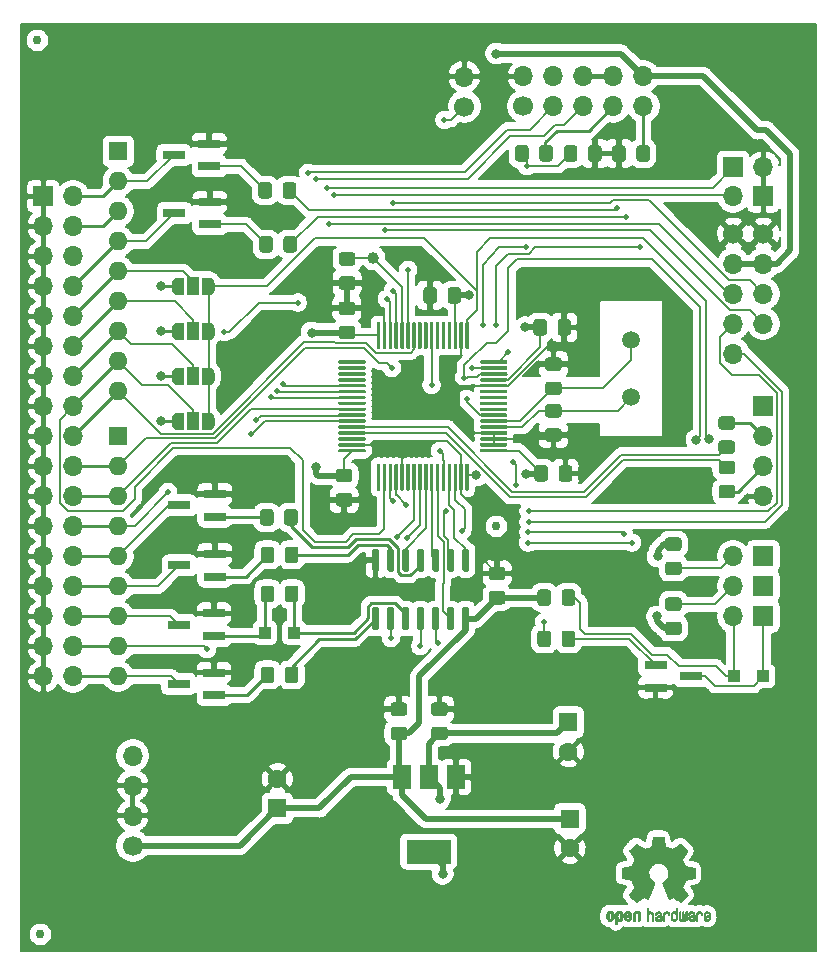
<source format=gbr>
%TF.GenerationSoftware,KiCad,Pcbnew,(5.1.9)-1*%
%TF.CreationDate,2021-08-09T15:54:16+01:00*%
%TF.ProjectId,OpenFlopsShort,4f70656e-466c-46f7-9073-53686f72742e,rev?*%
%TF.SameCoordinates,Original*%
%TF.FileFunction,Copper,L1,Top*%
%TF.FilePolarity,Positive*%
%FSLAX46Y46*%
G04 Gerber Fmt 4.6, Leading zero omitted, Abs format (unit mm)*
G04 Created by KiCad (PCBNEW (5.1.9)-1) date 2021-08-09 15:54:16*
%MOMM*%
%LPD*%
G01*
G04 APERTURE LIST*
%TA.AperFunction,EtchedComponent*%
%ADD10C,0.010000*%
%TD*%
%TA.AperFunction,ComponentPad*%
%ADD11O,1.700000X1.700000*%
%TD*%
%TA.AperFunction,ComponentPad*%
%ADD12R,1.700000X1.700000*%
%TD*%
%TA.AperFunction,ComponentPad*%
%ADD13C,1.700000*%
%TD*%
%TA.AperFunction,SMDPad,CuDef*%
%ADD14R,1.000000X1.500000*%
%TD*%
%TA.AperFunction,SMDPad,CuDef*%
%ADD15C,0.100000*%
%TD*%
%TA.AperFunction,ComponentPad*%
%ADD16O,1.600000X1.600000*%
%TD*%
%TA.AperFunction,ComponentPad*%
%ADD17R,1.600000X1.600000*%
%TD*%
%TA.AperFunction,ComponentPad*%
%ADD18C,1.500000*%
%TD*%
%TA.AperFunction,SMDPad,CuDef*%
%ADD19R,1.500000X2.000000*%
%TD*%
%TA.AperFunction,SMDPad,CuDef*%
%ADD20R,3.800000X2.000000*%
%TD*%
%TA.AperFunction,SMDPad,CuDef*%
%ADD21C,1.000000*%
%TD*%
%TA.AperFunction,SMDPad,CuDef*%
%ADD22R,1.900000X0.800000*%
%TD*%
%TA.AperFunction,ComponentPad*%
%ADD23C,5.000000*%
%TD*%
%TA.AperFunction,SMDPad,CuDef*%
%ADD24C,0.750000*%
%TD*%
%TA.AperFunction,SMDPad,CuDef*%
%ADD25R,1.000000X1.000000*%
%TD*%
%TA.AperFunction,ComponentPad*%
%ADD26C,1.600000*%
%TD*%
%TA.AperFunction,ViaPad*%
%ADD27C,0.800000*%
%TD*%
%TA.AperFunction,ViaPad*%
%ADD28C,0.500000*%
%TD*%
%TA.AperFunction,Conductor*%
%ADD29C,0.200000*%
%TD*%
%TA.AperFunction,Conductor*%
%ADD30C,0.500000*%
%TD*%
%TA.AperFunction,Conductor*%
%ADD31C,0.250000*%
%TD*%
%TA.AperFunction,Conductor*%
%ADD32C,0.100000*%
%TD*%
G04 APERTURE END LIST*
D10*
%TO.C,J99*%
G36*
X160413878Y-122843276D02*
G01*
X160519612Y-122843855D01*
X160596132Y-122845422D01*
X160648372Y-122848472D01*
X160681263Y-122853496D01*
X160699737Y-122860989D01*
X160708727Y-122871444D01*
X160713163Y-122885353D01*
X160713594Y-122887154D01*
X160720333Y-122919645D01*
X160732808Y-122983752D01*
X160749719Y-123072651D01*
X160769771Y-123179519D01*
X160791664Y-123297533D01*
X160792429Y-123301678D01*
X160814359Y-123417331D01*
X160834877Y-123519514D01*
X160852659Y-123602098D01*
X160866381Y-123658956D01*
X160874718Y-123683958D01*
X160875116Y-123684401D01*
X160899677Y-123696610D01*
X160950315Y-123716956D01*
X161016095Y-123741045D01*
X161016461Y-123741174D01*
X161099317Y-123772318D01*
X161197000Y-123811991D01*
X161289077Y-123851881D01*
X161293434Y-123853853D01*
X161443407Y-123921920D01*
X161775498Y-123695139D01*
X161877374Y-123626004D01*
X161969657Y-123564197D01*
X162047003Y-123513233D01*
X162104064Y-123476627D01*
X162135495Y-123457894D01*
X162138479Y-123456504D01*
X162161321Y-123462690D01*
X162203982Y-123492535D01*
X162268128Y-123547447D01*
X162355421Y-123628834D01*
X162444535Y-123715422D01*
X162530441Y-123800747D01*
X162607327Y-123878608D01*
X162670564Y-123944197D01*
X162715523Y-123992705D01*
X162737576Y-124019325D01*
X162738396Y-124020695D01*
X162740834Y-124038963D01*
X162731650Y-124068795D01*
X162708574Y-124114221D01*
X162669337Y-124179270D01*
X162611670Y-124267970D01*
X162534795Y-124382157D01*
X162466570Y-124482662D01*
X162405582Y-124572803D01*
X162355356Y-124647349D01*
X162319416Y-124701065D01*
X162301287Y-124728718D01*
X162300146Y-124730595D01*
X162302359Y-124757090D01*
X162319138Y-124808586D01*
X162347142Y-124875351D01*
X162357122Y-124896672D01*
X162400672Y-124991659D01*
X162447134Y-125099437D01*
X162484877Y-125192692D01*
X162512073Y-125261906D01*
X162533675Y-125314506D01*
X162546158Y-125341997D01*
X162547709Y-125344116D01*
X162570668Y-125347624D01*
X162624786Y-125357238D01*
X162702868Y-125371589D01*
X162797719Y-125389307D01*
X162902143Y-125409025D01*
X163008944Y-125429374D01*
X163110926Y-125448986D01*
X163200894Y-125466491D01*
X163271653Y-125480522D01*
X163316006Y-125489709D01*
X163326885Y-125492307D01*
X163338122Y-125498718D01*
X163346605Y-125513197D01*
X163352714Y-125540633D01*
X163356832Y-125585911D01*
X163359341Y-125653920D01*
X163360621Y-125749547D01*
X163361054Y-125877680D01*
X163361077Y-125930201D01*
X163361077Y-126357345D01*
X163258500Y-126377591D01*
X163201431Y-126388570D01*
X163116269Y-126404595D01*
X163013372Y-126423733D01*
X162903096Y-126444051D01*
X162872615Y-126449632D01*
X162770855Y-126469417D01*
X162682205Y-126488873D01*
X162614108Y-126506197D01*
X162574004Y-126519588D01*
X162567323Y-126523579D01*
X162550919Y-126551842D01*
X162527399Y-126606609D01*
X162501316Y-126677088D01*
X162496142Y-126692269D01*
X162461956Y-126786396D01*
X162419523Y-126892601D01*
X162377997Y-126987973D01*
X162377792Y-126988416D01*
X162308640Y-127138025D01*
X162763512Y-127807117D01*
X162471500Y-128099616D01*
X162383180Y-128186670D01*
X162302625Y-128263409D01*
X162234360Y-128325737D01*
X162182908Y-128369556D01*
X162152794Y-128390770D01*
X162148474Y-128392116D01*
X162123111Y-128381516D01*
X162071358Y-128352047D01*
X161998868Y-128307205D01*
X161911294Y-128250484D01*
X161816612Y-128186962D01*
X161720516Y-128122168D01*
X161634837Y-128065787D01*
X161565016Y-128021288D01*
X161516494Y-127992139D01*
X161494782Y-127981808D01*
X161468293Y-127990550D01*
X161418062Y-128013587D01*
X161354451Y-128046131D01*
X161347708Y-128049749D01*
X161262046Y-128092710D01*
X161203306Y-128113779D01*
X161166772Y-128114003D01*
X161147731Y-128094428D01*
X161147620Y-128094154D01*
X161138102Y-128070972D01*
X161115403Y-128015941D01*
X161081282Y-127933322D01*
X161037500Y-127827372D01*
X160985816Y-127702352D01*
X160927992Y-127562520D01*
X160871991Y-127427137D01*
X160810447Y-127277734D01*
X160753939Y-127139332D01*
X160704161Y-127016173D01*
X160662806Y-126912502D01*
X160631568Y-126832559D01*
X160612141Y-126780588D01*
X160606154Y-126761192D01*
X160621168Y-126738943D01*
X160660439Y-126703482D01*
X160712807Y-126664387D01*
X160861941Y-126540745D01*
X160978511Y-126399022D01*
X161061118Y-126242204D01*
X161108366Y-126073275D01*
X161118857Y-125895222D01*
X161111231Y-125813039D01*
X161069682Y-125642531D01*
X160998123Y-125491959D01*
X160900995Y-125362809D01*
X160782734Y-125256564D01*
X160647780Y-125174710D01*
X160500571Y-125118732D01*
X160345544Y-125090115D01*
X160187139Y-125090344D01*
X160029794Y-125120905D01*
X159877946Y-125183282D01*
X159736035Y-125278960D01*
X159676803Y-125333072D01*
X159563203Y-125472020D01*
X159484106Y-125623861D01*
X159438986Y-125784167D01*
X159427316Y-125948512D01*
X159448569Y-126112471D01*
X159502220Y-126271618D01*
X159587740Y-126421525D01*
X159704605Y-126557767D01*
X159835193Y-126664387D01*
X159889588Y-126705142D01*
X159928014Y-126740218D01*
X159941846Y-126761226D01*
X159934603Y-126784135D01*
X159914005Y-126838865D01*
X159881746Y-126921172D01*
X159839521Y-127026815D01*
X159789023Y-127151550D01*
X159731948Y-127291136D01*
X159675854Y-127427170D01*
X159613967Y-127576701D01*
X159556644Y-127715267D01*
X159505644Y-127838607D01*
X159462727Y-127942464D01*
X159429653Y-128022580D01*
X159408181Y-128074695D01*
X159400225Y-128094154D01*
X159381429Y-128113923D01*
X159345074Y-128113865D01*
X159286479Y-128092941D01*
X159200968Y-128050113D01*
X159200292Y-128049749D01*
X159135907Y-128016512D01*
X159083861Y-127992302D01*
X159054512Y-127981904D01*
X159053217Y-127981808D01*
X159031124Y-127992355D01*
X158982348Y-128021684D01*
X158912331Y-128066327D01*
X158826514Y-128122814D01*
X158731388Y-128186962D01*
X158634540Y-128251911D01*
X158547253Y-128308396D01*
X158475181Y-128352921D01*
X158423977Y-128381990D01*
X158399526Y-128392116D01*
X158377010Y-128378807D01*
X158331742Y-128341612D01*
X158268244Y-128284628D01*
X158191039Y-128211949D01*
X158104651Y-128127671D01*
X158076399Y-128099516D01*
X157784287Y-127806916D01*
X158006631Y-127480604D01*
X158074202Y-127380397D01*
X158133507Y-127290463D01*
X158181217Y-127216010D01*
X158214007Y-127162251D01*
X158228548Y-127134394D01*
X158228974Y-127132412D01*
X158221308Y-127106155D01*
X158200689Y-127053337D01*
X158170685Y-126982810D01*
X158149625Y-126935593D01*
X158110248Y-126845194D01*
X158073165Y-126753866D01*
X158044415Y-126676700D01*
X158036605Y-126653192D01*
X158014417Y-126590416D01*
X157992727Y-126541911D01*
X157980813Y-126523579D01*
X157954523Y-126512359D01*
X157897142Y-126496454D01*
X157816118Y-126477667D01*
X157718895Y-126457799D01*
X157675385Y-126449632D01*
X157564896Y-126429329D01*
X157458916Y-126409670D01*
X157367801Y-126392588D01*
X157301908Y-126380018D01*
X157289500Y-126377591D01*
X157186923Y-126357345D01*
X157186923Y-125930201D01*
X157187153Y-125789746D01*
X157188099Y-125683479D01*
X157190141Y-125606513D01*
X157193662Y-125553960D01*
X157199043Y-125520933D01*
X157206666Y-125502545D01*
X157216912Y-125493908D01*
X157221115Y-125492307D01*
X157246470Y-125486627D01*
X157302484Y-125475295D01*
X157381964Y-125459679D01*
X157477712Y-125441147D01*
X157582533Y-125421069D01*
X157689232Y-125400812D01*
X157790613Y-125381746D01*
X157879479Y-125365239D01*
X157948637Y-125352659D01*
X157990889Y-125345375D01*
X158000290Y-125344116D01*
X158008807Y-125327263D01*
X158027660Y-125282370D01*
X158053324Y-125217930D01*
X158063123Y-125192692D01*
X158102648Y-125095186D01*
X158149192Y-124987459D01*
X158190877Y-124896672D01*
X158221550Y-124827253D01*
X158241956Y-124770210D01*
X158248768Y-124735277D01*
X158247682Y-124730595D01*
X158233285Y-124708491D01*
X158200412Y-124659331D01*
X158152590Y-124588348D01*
X158093348Y-124500778D01*
X158026215Y-124401857D01*
X158012941Y-124382330D01*
X157935046Y-124266640D01*
X157877787Y-124178544D01*
X157838881Y-124113986D01*
X157816044Y-124068911D01*
X157806994Y-124039263D01*
X157809448Y-124020985D01*
X157809511Y-124020869D01*
X157828827Y-123996861D01*
X157871551Y-123950447D01*
X157933051Y-123886437D01*
X158008698Y-123809645D01*
X158093861Y-123724882D01*
X158103465Y-123715422D01*
X158210790Y-123611489D01*
X158293615Y-123535175D01*
X158353605Y-123485071D01*
X158392423Y-123459770D01*
X158409520Y-123456504D01*
X158434473Y-123470750D01*
X158486255Y-123503656D01*
X158559520Y-123551708D01*
X158648920Y-123611390D01*
X158749111Y-123679188D01*
X158772501Y-123695139D01*
X159104593Y-123921920D01*
X159254565Y-123853853D01*
X159345770Y-123814185D01*
X159443669Y-123774291D01*
X159527831Y-123742483D01*
X159531538Y-123741174D01*
X159597369Y-123717076D01*
X159648116Y-123696700D01*
X159672842Y-123684436D01*
X159672884Y-123684401D01*
X159680729Y-123662234D01*
X159694066Y-123607717D01*
X159711570Y-123526980D01*
X159731917Y-123426150D01*
X159753782Y-123311356D01*
X159755571Y-123301678D01*
X159777504Y-123183404D01*
X159797640Y-123076042D01*
X159814680Y-122986417D01*
X159827328Y-122921351D01*
X159834284Y-122887668D01*
X159834406Y-122887154D01*
X159838639Y-122872825D01*
X159846871Y-122862007D01*
X159864033Y-122854206D01*
X159895058Y-122848929D01*
X159944878Y-122845682D01*
X160018424Y-122843972D01*
X160120629Y-122843307D01*
X160256425Y-122843193D01*
X160274000Y-122843192D01*
X160413878Y-122843276D01*
G37*
X160413878Y-122843276D02*
X160519612Y-122843855D01*
X160596132Y-122845422D01*
X160648372Y-122848472D01*
X160681263Y-122853496D01*
X160699737Y-122860989D01*
X160708727Y-122871444D01*
X160713163Y-122885353D01*
X160713594Y-122887154D01*
X160720333Y-122919645D01*
X160732808Y-122983752D01*
X160749719Y-123072651D01*
X160769771Y-123179519D01*
X160791664Y-123297533D01*
X160792429Y-123301678D01*
X160814359Y-123417331D01*
X160834877Y-123519514D01*
X160852659Y-123602098D01*
X160866381Y-123658956D01*
X160874718Y-123683958D01*
X160875116Y-123684401D01*
X160899677Y-123696610D01*
X160950315Y-123716956D01*
X161016095Y-123741045D01*
X161016461Y-123741174D01*
X161099317Y-123772318D01*
X161197000Y-123811991D01*
X161289077Y-123851881D01*
X161293434Y-123853853D01*
X161443407Y-123921920D01*
X161775498Y-123695139D01*
X161877374Y-123626004D01*
X161969657Y-123564197D01*
X162047003Y-123513233D01*
X162104064Y-123476627D01*
X162135495Y-123457894D01*
X162138479Y-123456504D01*
X162161321Y-123462690D01*
X162203982Y-123492535D01*
X162268128Y-123547447D01*
X162355421Y-123628834D01*
X162444535Y-123715422D01*
X162530441Y-123800747D01*
X162607327Y-123878608D01*
X162670564Y-123944197D01*
X162715523Y-123992705D01*
X162737576Y-124019325D01*
X162738396Y-124020695D01*
X162740834Y-124038963D01*
X162731650Y-124068795D01*
X162708574Y-124114221D01*
X162669337Y-124179270D01*
X162611670Y-124267970D01*
X162534795Y-124382157D01*
X162466570Y-124482662D01*
X162405582Y-124572803D01*
X162355356Y-124647349D01*
X162319416Y-124701065D01*
X162301287Y-124728718D01*
X162300146Y-124730595D01*
X162302359Y-124757090D01*
X162319138Y-124808586D01*
X162347142Y-124875351D01*
X162357122Y-124896672D01*
X162400672Y-124991659D01*
X162447134Y-125099437D01*
X162484877Y-125192692D01*
X162512073Y-125261906D01*
X162533675Y-125314506D01*
X162546158Y-125341997D01*
X162547709Y-125344116D01*
X162570668Y-125347624D01*
X162624786Y-125357238D01*
X162702868Y-125371589D01*
X162797719Y-125389307D01*
X162902143Y-125409025D01*
X163008944Y-125429374D01*
X163110926Y-125448986D01*
X163200894Y-125466491D01*
X163271653Y-125480522D01*
X163316006Y-125489709D01*
X163326885Y-125492307D01*
X163338122Y-125498718D01*
X163346605Y-125513197D01*
X163352714Y-125540633D01*
X163356832Y-125585911D01*
X163359341Y-125653920D01*
X163360621Y-125749547D01*
X163361054Y-125877680D01*
X163361077Y-125930201D01*
X163361077Y-126357345D01*
X163258500Y-126377591D01*
X163201431Y-126388570D01*
X163116269Y-126404595D01*
X163013372Y-126423733D01*
X162903096Y-126444051D01*
X162872615Y-126449632D01*
X162770855Y-126469417D01*
X162682205Y-126488873D01*
X162614108Y-126506197D01*
X162574004Y-126519588D01*
X162567323Y-126523579D01*
X162550919Y-126551842D01*
X162527399Y-126606609D01*
X162501316Y-126677088D01*
X162496142Y-126692269D01*
X162461956Y-126786396D01*
X162419523Y-126892601D01*
X162377997Y-126987973D01*
X162377792Y-126988416D01*
X162308640Y-127138025D01*
X162763512Y-127807117D01*
X162471500Y-128099616D01*
X162383180Y-128186670D01*
X162302625Y-128263409D01*
X162234360Y-128325737D01*
X162182908Y-128369556D01*
X162152794Y-128390770D01*
X162148474Y-128392116D01*
X162123111Y-128381516D01*
X162071358Y-128352047D01*
X161998868Y-128307205D01*
X161911294Y-128250484D01*
X161816612Y-128186962D01*
X161720516Y-128122168D01*
X161634837Y-128065787D01*
X161565016Y-128021288D01*
X161516494Y-127992139D01*
X161494782Y-127981808D01*
X161468293Y-127990550D01*
X161418062Y-128013587D01*
X161354451Y-128046131D01*
X161347708Y-128049749D01*
X161262046Y-128092710D01*
X161203306Y-128113779D01*
X161166772Y-128114003D01*
X161147731Y-128094428D01*
X161147620Y-128094154D01*
X161138102Y-128070972D01*
X161115403Y-128015941D01*
X161081282Y-127933322D01*
X161037500Y-127827372D01*
X160985816Y-127702352D01*
X160927992Y-127562520D01*
X160871991Y-127427137D01*
X160810447Y-127277734D01*
X160753939Y-127139332D01*
X160704161Y-127016173D01*
X160662806Y-126912502D01*
X160631568Y-126832559D01*
X160612141Y-126780588D01*
X160606154Y-126761192D01*
X160621168Y-126738943D01*
X160660439Y-126703482D01*
X160712807Y-126664387D01*
X160861941Y-126540745D01*
X160978511Y-126399022D01*
X161061118Y-126242204D01*
X161108366Y-126073275D01*
X161118857Y-125895222D01*
X161111231Y-125813039D01*
X161069682Y-125642531D01*
X160998123Y-125491959D01*
X160900995Y-125362809D01*
X160782734Y-125256564D01*
X160647780Y-125174710D01*
X160500571Y-125118732D01*
X160345544Y-125090115D01*
X160187139Y-125090344D01*
X160029794Y-125120905D01*
X159877946Y-125183282D01*
X159736035Y-125278960D01*
X159676803Y-125333072D01*
X159563203Y-125472020D01*
X159484106Y-125623861D01*
X159438986Y-125784167D01*
X159427316Y-125948512D01*
X159448569Y-126112471D01*
X159502220Y-126271618D01*
X159587740Y-126421525D01*
X159704605Y-126557767D01*
X159835193Y-126664387D01*
X159889588Y-126705142D01*
X159928014Y-126740218D01*
X159941846Y-126761226D01*
X159934603Y-126784135D01*
X159914005Y-126838865D01*
X159881746Y-126921172D01*
X159839521Y-127026815D01*
X159789023Y-127151550D01*
X159731948Y-127291136D01*
X159675854Y-127427170D01*
X159613967Y-127576701D01*
X159556644Y-127715267D01*
X159505644Y-127838607D01*
X159462727Y-127942464D01*
X159429653Y-128022580D01*
X159408181Y-128074695D01*
X159400225Y-128094154D01*
X159381429Y-128113923D01*
X159345074Y-128113865D01*
X159286479Y-128092941D01*
X159200968Y-128050113D01*
X159200292Y-128049749D01*
X159135907Y-128016512D01*
X159083861Y-127992302D01*
X159054512Y-127981904D01*
X159053217Y-127981808D01*
X159031124Y-127992355D01*
X158982348Y-128021684D01*
X158912331Y-128066327D01*
X158826514Y-128122814D01*
X158731388Y-128186962D01*
X158634540Y-128251911D01*
X158547253Y-128308396D01*
X158475181Y-128352921D01*
X158423977Y-128381990D01*
X158399526Y-128392116D01*
X158377010Y-128378807D01*
X158331742Y-128341612D01*
X158268244Y-128284628D01*
X158191039Y-128211949D01*
X158104651Y-128127671D01*
X158076399Y-128099516D01*
X157784287Y-127806916D01*
X158006631Y-127480604D01*
X158074202Y-127380397D01*
X158133507Y-127290463D01*
X158181217Y-127216010D01*
X158214007Y-127162251D01*
X158228548Y-127134394D01*
X158228974Y-127132412D01*
X158221308Y-127106155D01*
X158200689Y-127053337D01*
X158170685Y-126982810D01*
X158149625Y-126935593D01*
X158110248Y-126845194D01*
X158073165Y-126753866D01*
X158044415Y-126676700D01*
X158036605Y-126653192D01*
X158014417Y-126590416D01*
X157992727Y-126541911D01*
X157980813Y-126523579D01*
X157954523Y-126512359D01*
X157897142Y-126496454D01*
X157816118Y-126477667D01*
X157718895Y-126457799D01*
X157675385Y-126449632D01*
X157564896Y-126429329D01*
X157458916Y-126409670D01*
X157367801Y-126392588D01*
X157301908Y-126380018D01*
X157289500Y-126377591D01*
X157186923Y-126357345D01*
X157186923Y-125930201D01*
X157187153Y-125789746D01*
X157188099Y-125683479D01*
X157190141Y-125606513D01*
X157193662Y-125553960D01*
X157199043Y-125520933D01*
X157206666Y-125502545D01*
X157216912Y-125493908D01*
X157221115Y-125492307D01*
X157246470Y-125486627D01*
X157302484Y-125475295D01*
X157381964Y-125459679D01*
X157477712Y-125441147D01*
X157582533Y-125421069D01*
X157689232Y-125400812D01*
X157790613Y-125381746D01*
X157879479Y-125365239D01*
X157948637Y-125352659D01*
X157990889Y-125345375D01*
X158000290Y-125344116D01*
X158008807Y-125327263D01*
X158027660Y-125282370D01*
X158053324Y-125217930D01*
X158063123Y-125192692D01*
X158102648Y-125095186D01*
X158149192Y-124987459D01*
X158190877Y-124896672D01*
X158221550Y-124827253D01*
X158241956Y-124770210D01*
X158248768Y-124735277D01*
X158247682Y-124730595D01*
X158233285Y-124708491D01*
X158200412Y-124659331D01*
X158152590Y-124588348D01*
X158093348Y-124500778D01*
X158026215Y-124401857D01*
X158012941Y-124382330D01*
X157935046Y-124266640D01*
X157877787Y-124178544D01*
X157838881Y-124113986D01*
X157816044Y-124068911D01*
X157806994Y-124039263D01*
X157809448Y-124020985D01*
X157809511Y-124020869D01*
X157828827Y-123996861D01*
X157871551Y-123950447D01*
X157933051Y-123886437D01*
X158008698Y-123809645D01*
X158093861Y-123724882D01*
X158103465Y-123715422D01*
X158210790Y-123611489D01*
X158293615Y-123535175D01*
X158353605Y-123485071D01*
X158392423Y-123459770D01*
X158409520Y-123456504D01*
X158434473Y-123470750D01*
X158486255Y-123503656D01*
X158559520Y-123551708D01*
X158648920Y-123611390D01*
X158749111Y-123679188D01*
X158772501Y-123695139D01*
X159104593Y-123921920D01*
X159254565Y-123853853D01*
X159345770Y-123814185D01*
X159443669Y-123774291D01*
X159527831Y-123742483D01*
X159531538Y-123741174D01*
X159597369Y-123717076D01*
X159648116Y-123696700D01*
X159672842Y-123684436D01*
X159672884Y-123684401D01*
X159680729Y-123662234D01*
X159694066Y-123607717D01*
X159711570Y-123526980D01*
X159731917Y-123426150D01*
X159753782Y-123311356D01*
X159755571Y-123301678D01*
X159777504Y-123183404D01*
X159797640Y-123076042D01*
X159814680Y-122986417D01*
X159827328Y-122921351D01*
X159834284Y-122887668D01*
X159834406Y-122887154D01*
X159838639Y-122872825D01*
X159846871Y-122862007D01*
X159864033Y-122854206D01*
X159895058Y-122848929D01*
X159944878Y-122845682D01*
X160018424Y-122843972D01*
X160120629Y-122843307D01*
X160256425Y-122843193D01*
X160274000Y-122843192D01*
X160413878Y-122843276D01*
G36*
X164519224Y-129203338D02*
G01*
X164596528Y-129253861D01*
X164633814Y-129299090D01*
X164663353Y-129381163D01*
X164665699Y-129446107D01*
X164660385Y-129532945D01*
X164460115Y-129620603D01*
X164362739Y-129665387D01*
X164299113Y-129701413D01*
X164266029Y-129732617D01*
X164260280Y-129762936D01*
X164278658Y-129796305D01*
X164298923Y-129818423D01*
X164357889Y-129853893D01*
X164422024Y-129856379D01*
X164480926Y-129828735D01*
X164524197Y-129773820D01*
X164531936Y-129754428D01*
X164569006Y-129693864D01*
X164611654Y-129668052D01*
X164670154Y-129645971D01*
X164670154Y-129729684D01*
X164664982Y-129786650D01*
X164644723Y-129834689D01*
X164602262Y-129889846D01*
X164595951Y-129897014D01*
X164548720Y-129946085D01*
X164508121Y-129972420D01*
X164457328Y-129984535D01*
X164415220Y-129988503D01*
X164339902Y-129989491D01*
X164286286Y-129976966D01*
X164252838Y-129958369D01*
X164200268Y-129917475D01*
X164163879Y-129873248D01*
X164140850Y-129817626D01*
X164128359Y-129742547D01*
X164123587Y-129639949D01*
X164123206Y-129587876D01*
X164124501Y-129525448D01*
X164242471Y-129525448D01*
X164243839Y-129558938D01*
X164247249Y-129564423D01*
X164269753Y-129556972D01*
X164318182Y-129537253D01*
X164382908Y-129509218D01*
X164396443Y-129503192D01*
X164478244Y-129461596D01*
X164523312Y-129425038D01*
X164533217Y-129390796D01*
X164509526Y-129356148D01*
X164489960Y-129340839D01*
X164419360Y-129310221D01*
X164353280Y-129315280D01*
X164297959Y-129352651D01*
X164259636Y-129418973D01*
X164247349Y-129471616D01*
X164242471Y-129525448D01*
X164124501Y-129525448D01*
X164125730Y-129466220D01*
X164135032Y-129376210D01*
X164153460Y-129310667D01*
X164183360Y-129262412D01*
X164227080Y-129224267D01*
X164246141Y-129211940D01*
X164332726Y-129179836D01*
X164427522Y-129177816D01*
X164519224Y-129203338D01*
G37*
X164519224Y-129203338D02*
X164596528Y-129253861D01*
X164633814Y-129299090D01*
X164663353Y-129381163D01*
X164665699Y-129446107D01*
X164660385Y-129532945D01*
X164460115Y-129620603D01*
X164362739Y-129665387D01*
X164299113Y-129701413D01*
X164266029Y-129732617D01*
X164260280Y-129762936D01*
X164278658Y-129796305D01*
X164298923Y-129818423D01*
X164357889Y-129853893D01*
X164422024Y-129856379D01*
X164480926Y-129828735D01*
X164524197Y-129773820D01*
X164531936Y-129754428D01*
X164569006Y-129693864D01*
X164611654Y-129668052D01*
X164670154Y-129645971D01*
X164670154Y-129729684D01*
X164664982Y-129786650D01*
X164644723Y-129834689D01*
X164602262Y-129889846D01*
X164595951Y-129897014D01*
X164548720Y-129946085D01*
X164508121Y-129972420D01*
X164457328Y-129984535D01*
X164415220Y-129988503D01*
X164339902Y-129989491D01*
X164286286Y-129976966D01*
X164252838Y-129958369D01*
X164200268Y-129917475D01*
X164163879Y-129873248D01*
X164140850Y-129817626D01*
X164128359Y-129742547D01*
X164123587Y-129639949D01*
X164123206Y-129587876D01*
X164124501Y-129525448D01*
X164242471Y-129525448D01*
X164243839Y-129558938D01*
X164247249Y-129564423D01*
X164269753Y-129556972D01*
X164318182Y-129537253D01*
X164382908Y-129509218D01*
X164396443Y-129503192D01*
X164478244Y-129461596D01*
X164523312Y-129425038D01*
X164533217Y-129390796D01*
X164509526Y-129356148D01*
X164489960Y-129340839D01*
X164419360Y-129310221D01*
X164353280Y-129315280D01*
X164297959Y-129352651D01*
X164259636Y-129418973D01*
X164247349Y-129471616D01*
X164242471Y-129525448D01*
X164124501Y-129525448D01*
X164125730Y-129466220D01*
X164135032Y-129376210D01*
X164153460Y-129310667D01*
X164183360Y-129262412D01*
X164227080Y-129224267D01*
X164246141Y-129211940D01*
X164332726Y-129179836D01*
X164427522Y-129177816D01*
X164519224Y-129203338D01*
G36*
X163844807Y-129192282D02*
G01*
X163868161Y-129202488D01*
X163923902Y-129246634D01*
X163971569Y-129310467D01*
X164001048Y-129378587D01*
X164005846Y-129412170D01*
X163989760Y-129459056D01*
X163954475Y-129483865D01*
X163916644Y-129498887D01*
X163899321Y-129501655D01*
X163890886Y-129481566D01*
X163874230Y-129437851D01*
X163866923Y-129418098D01*
X163825948Y-129349771D01*
X163766622Y-129315691D01*
X163690552Y-129316739D01*
X163684918Y-129318081D01*
X163644305Y-129337336D01*
X163614448Y-129374875D01*
X163594055Y-129435309D01*
X163581836Y-129523251D01*
X163576500Y-129643313D01*
X163576000Y-129707198D01*
X163575752Y-129807903D01*
X163574126Y-129876554D01*
X163569801Y-129920173D01*
X163561454Y-129945782D01*
X163547765Y-129960403D01*
X163527411Y-129971058D01*
X163526234Y-129971595D01*
X163487038Y-129988167D01*
X163467619Y-129994269D01*
X163464635Y-129975819D01*
X163462081Y-129924823D01*
X163460140Y-129847808D01*
X163458997Y-129751305D01*
X163458769Y-129680684D01*
X163459932Y-129544025D01*
X163464479Y-129440351D01*
X163473999Y-129363608D01*
X163490081Y-129307746D01*
X163514313Y-129266712D01*
X163548286Y-129234454D01*
X163581833Y-129211940D01*
X163662499Y-129181976D01*
X163756381Y-129175218D01*
X163844807Y-129192282D01*
G37*
X163844807Y-129192282D02*
X163868161Y-129202488D01*
X163923902Y-129246634D01*
X163971569Y-129310467D01*
X164001048Y-129378587D01*
X164005846Y-129412170D01*
X163989760Y-129459056D01*
X163954475Y-129483865D01*
X163916644Y-129498887D01*
X163899321Y-129501655D01*
X163890886Y-129481566D01*
X163874230Y-129437851D01*
X163866923Y-129418098D01*
X163825948Y-129349771D01*
X163766622Y-129315691D01*
X163690552Y-129316739D01*
X163684918Y-129318081D01*
X163644305Y-129337336D01*
X163614448Y-129374875D01*
X163594055Y-129435309D01*
X163581836Y-129523251D01*
X163576500Y-129643313D01*
X163576000Y-129707198D01*
X163575752Y-129807903D01*
X163574126Y-129876554D01*
X163569801Y-129920173D01*
X163561454Y-129945782D01*
X163547765Y-129960403D01*
X163527411Y-129971058D01*
X163526234Y-129971595D01*
X163487038Y-129988167D01*
X163467619Y-129994269D01*
X163464635Y-129975819D01*
X163462081Y-129924823D01*
X163460140Y-129847808D01*
X163458997Y-129751305D01*
X163458769Y-129680684D01*
X163459932Y-129544025D01*
X163464479Y-129440351D01*
X163473999Y-129363608D01*
X163490081Y-129307746D01*
X163514313Y-129266712D01*
X163548286Y-129234454D01*
X163581833Y-129211940D01*
X163662499Y-129181976D01*
X163756381Y-129175218D01*
X163844807Y-129192282D01*
G36*
X163161333Y-129189028D02*
G01*
X163217590Y-129214617D01*
X163261747Y-129245624D01*
X163294101Y-129280295D01*
X163316438Y-129325020D01*
X163330546Y-129386192D01*
X163338211Y-129470201D01*
X163341220Y-129583440D01*
X163341538Y-129658009D01*
X163341538Y-129948920D01*
X163291773Y-129971595D01*
X163252576Y-129988167D01*
X163233157Y-129994269D01*
X163229442Y-129976110D01*
X163226495Y-129927148D01*
X163224691Y-129855653D01*
X163224308Y-129798885D01*
X163222661Y-129716871D01*
X163218222Y-129651809D01*
X163211740Y-129611967D01*
X163206590Y-129603500D01*
X163171977Y-129612146D01*
X163117640Y-129634323D01*
X163054722Y-129664386D01*
X162994368Y-129696692D01*
X162947721Y-129725598D01*
X162925926Y-129745461D01*
X162925839Y-129745675D01*
X162927714Y-129782435D01*
X162944525Y-129817526D01*
X162974039Y-129846028D01*
X163017116Y-129855561D01*
X163053932Y-129854450D01*
X163106074Y-129853633D01*
X163133444Y-129865849D01*
X163149882Y-129898124D01*
X163151955Y-129904210D01*
X163159081Y-129950239D01*
X163140024Y-129978187D01*
X163090353Y-129991507D01*
X163036697Y-129993970D01*
X162940142Y-129975710D01*
X162890159Y-129949631D01*
X162828429Y-129888368D01*
X162795690Y-129813170D01*
X162792753Y-129733711D01*
X162820424Y-129659667D01*
X162862047Y-129613269D01*
X162903604Y-129587293D01*
X162968922Y-129554407D01*
X163045038Y-129521057D01*
X163057726Y-129515961D01*
X163141333Y-129479065D01*
X163189530Y-129446546D01*
X163205030Y-129414218D01*
X163190550Y-129377894D01*
X163165692Y-129349500D01*
X163106939Y-129314539D01*
X163042293Y-129311917D01*
X162983008Y-129338858D01*
X162940339Y-129392588D01*
X162934739Y-129406450D01*
X162902133Y-129457436D01*
X162854530Y-129495287D01*
X162794461Y-129526350D01*
X162794461Y-129438268D01*
X162797997Y-129384451D01*
X162813156Y-129342034D01*
X162846768Y-129296779D01*
X162879035Y-129261920D01*
X162929209Y-129212562D01*
X162968193Y-129186047D01*
X163010064Y-129175411D01*
X163057460Y-129173654D01*
X163161333Y-129189028D01*
G37*
X163161333Y-129189028D02*
X163217590Y-129214617D01*
X163261747Y-129245624D01*
X163294101Y-129280295D01*
X163316438Y-129325020D01*
X163330546Y-129386192D01*
X163338211Y-129470201D01*
X163341220Y-129583440D01*
X163341538Y-129658009D01*
X163341538Y-129948920D01*
X163291773Y-129971595D01*
X163252576Y-129988167D01*
X163233157Y-129994269D01*
X163229442Y-129976110D01*
X163226495Y-129927148D01*
X163224691Y-129855653D01*
X163224308Y-129798885D01*
X163222661Y-129716871D01*
X163218222Y-129651809D01*
X163211740Y-129611967D01*
X163206590Y-129603500D01*
X163171977Y-129612146D01*
X163117640Y-129634323D01*
X163054722Y-129664386D01*
X162994368Y-129696692D01*
X162947721Y-129725598D01*
X162925926Y-129745461D01*
X162925839Y-129745675D01*
X162927714Y-129782435D01*
X162944525Y-129817526D01*
X162974039Y-129846028D01*
X163017116Y-129855561D01*
X163053932Y-129854450D01*
X163106074Y-129853633D01*
X163133444Y-129865849D01*
X163149882Y-129898124D01*
X163151955Y-129904210D01*
X163159081Y-129950239D01*
X163140024Y-129978187D01*
X163090353Y-129991507D01*
X163036697Y-129993970D01*
X162940142Y-129975710D01*
X162890159Y-129949631D01*
X162828429Y-129888368D01*
X162795690Y-129813170D01*
X162792753Y-129733711D01*
X162820424Y-129659667D01*
X162862047Y-129613269D01*
X162903604Y-129587293D01*
X162968922Y-129554407D01*
X163045038Y-129521057D01*
X163057726Y-129515961D01*
X163141333Y-129479065D01*
X163189530Y-129446546D01*
X163205030Y-129414218D01*
X163190550Y-129377894D01*
X163165692Y-129349500D01*
X163106939Y-129314539D01*
X163042293Y-129311917D01*
X162983008Y-129338858D01*
X162940339Y-129392588D01*
X162934739Y-129406450D01*
X162902133Y-129457436D01*
X162854530Y-129495287D01*
X162794461Y-129526350D01*
X162794461Y-129438268D01*
X162797997Y-129384451D01*
X162813156Y-129342034D01*
X162846768Y-129296779D01*
X162879035Y-129261920D01*
X162929209Y-129212562D01*
X162968193Y-129186047D01*
X163010064Y-129175411D01*
X163057460Y-129173654D01*
X163161333Y-129189028D01*
G36*
X162669929Y-129192162D02*
G01*
X162672911Y-129243568D01*
X162675247Y-129321692D01*
X162676749Y-129420357D01*
X162677231Y-129523843D01*
X162677231Y-129874033D01*
X162615401Y-129935863D01*
X162572793Y-129973962D01*
X162535390Y-129989395D01*
X162484270Y-129988418D01*
X162463978Y-129985933D01*
X162400554Y-129978700D01*
X162348095Y-129974555D01*
X162335308Y-129974172D01*
X162292199Y-129976676D01*
X162230544Y-129982962D01*
X162206638Y-129985933D01*
X162147922Y-129990528D01*
X162108464Y-129980546D01*
X162069338Y-129949728D01*
X162055215Y-129935863D01*
X161993385Y-129874033D01*
X161993385Y-129219003D01*
X162043150Y-129196329D01*
X162086002Y-129179534D01*
X162111073Y-129173654D01*
X162117501Y-129192236D01*
X162123509Y-129244155D01*
X162128697Y-129323672D01*
X162132664Y-129425046D01*
X162134577Y-129510692D01*
X162139923Y-129847731D01*
X162186560Y-129854325D01*
X162228976Y-129849714D01*
X162249760Y-129834787D01*
X162255570Y-129806877D01*
X162260530Y-129747425D01*
X162264246Y-129663966D01*
X162266324Y-129564032D01*
X162266624Y-129512604D01*
X162266923Y-129216554D01*
X162328454Y-129195104D01*
X162372004Y-129180520D01*
X162395694Y-129173719D01*
X162396377Y-129173654D01*
X162398754Y-129192142D01*
X162401366Y-129243406D01*
X162403995Y-129321149D01*
X162406421Y-129419074D01*
X162408115Y-129510692D01*
X162413461Y-129847731D01*
X162530692Y-129847731D01*
X162536072Y-129540246D01*
X162541451Y-129232761D01*
X162598601Y-129203207D01*
X162640797Y-129182913D01*
X162665770Y-129173704D01*
X162666491Y-129173654D01*
X162669929Y-129192162D01*
G37*
X162669929Y-129192162D02*
X162672911Y-129243568D01*
X162675247Y-129321692D01*
X162676749Y-129420357D01*
X162677231Y-129523843D01*
X162677231Y-129874033D01*
X162615401Y-129935863D01*
X162572793Y-129973962D01*
X162535390Y-129989395D01*
X162484270Y-129988418D01*
X162463978Y-129985933D01*
X162400554Y-129978700D01*
X162348095Y-129974555D01*
X162335308Y-129974172D01*
X162292199Y-129976676D01*
X162230544Y-129982962D01*
X162206638Y-129985933D01*
X162147922Y-129990528D01*
X162108464Y-129980546D01*
X162069338Y-129949728D01*
X162055215Y-129935863D01*
X161993385Y-129874033D01*
X161993385Y-129219003D01*
X162043150Y-129196329D01*
X162086002Y-129179534D01*
X162111073Y-129173654D01*
X162117501Y-129192236D01*
X162123509Y-129244155D01*
X162128697Y-129323672D01*
X162132664Y-129425046D01*
X162134577Y-129510692D01*
X162139923Y-129847731D01*
X162186560Y-129854325D01*
X162228976Y-129849714D01*
X162249760Y-129834787D01*
X162255570Y-129806877D01*
X162260530Y-129747425D01*
X162264246Y-129663966D01*
X162266324Y-129564032D01*
X162266624Y-129512604D01*
X162266923Y-129216554D01*
X162328454Y-129195104D01*
X162372004Y-129180520D01*
X162395694Y-129173719D01*
X162396377Y-129173654D01*
X162398754Y-129192142D01*
X162401366Y-129243406D01*
X162403995Y-129321149D01*
X162406421Y-129419074D01*
X162408115Y-129510692D01*
X162413461Y-129847731D01*
X162530692Y-129847731D01*
X162536072Y-129540246D01*
X162541451Y-129232761D01*
X162598601Y-129203207D01*
X162640797Y-129182913D01*
X162665770Y-129173704D01*
X162666491Y-129173654D01*
X162669929Y-129192162D01*
G36*
X161876081Y-129335789D02*
G01*
X161875833Y-129481820D01*
X161874872Y-129594155D01*
X161872794Y-129678178D01*
X161869193Y-129739269D01*
X161863665Y-129782809D01*
X161855804Y-129814179D01*
X161845207Y-129838762D01*
X161837182Y-129852794D01*
X161770728Y-129928888D01*
X161686470Y-129976584D01*
X161593249Y-129993699D01*
X161499900Y-129978046D01*
X161444312Y-129949918D01*
X161385957Y-129901260D01*
X161346186Y-129841833D01*
X161322190Y-129764007D01*
X161311161Y-129660152D01*
X161309599Y-129583962D01*
X161309809Y-129578486D01*
X161446308Y-129578486D01*
X161447141Y-129665855D01*
X161450961Y-129723692D01*
X161459746Y-129761529D01*
X161475474Y-129788898D01*
X161494266Y-129809542D01*
X161557375Y-129849390D01*
X161625137Y-129852795D01*
X161689179Y-129819525D01*
X161694164Y-129815017D01*
X161715439Y-129791567D01*
X161728779Y-129763666D01*
X161736001Y-129722141D01*
X161738923Y-129657816D01*
X161739385Y-129586700D01*
X161738383Y-129497358D01*
X161734238Y-129437758D01*
X161725236Y-129398589D01*
X161709667Y-129370540D01*
X161696902Y-129355644D01*
X161637600Y-129318075D01*
X161569301Y-129313557D01*
X161504110Y-129342253D01*
X161491528Y-129352906D01*
X161470111Y-129376563D01*
X161456744Y-129404751D01*
X161449566Y-129446745D01*
X161446719Y-129511819D01*
X161446308Y-129578486D01*
X161309809Y-129578486D01*
X161314322Y-129461265D01*
X161330362Y-129369077D01*
X161360528Y-129299769D01*
X161407629Y-129245711D01*
X161444312Y-129218005D01*
X161510990Y-129188072D01*
X161588272Y-129174178D01*
X161660110Y-129177897D01*
X161700308Y-129192900D01*
X161716082Y-129197170D01*
X161726550Y-129181250D01*
X161733856Y-129138589D01*
X161739385Y-129073606D01*
X161745437Y-129001232D01*
X161753844Y-128957687D01*
X161769141Y-128932787D01*
X161795864Y-128916345D01*
X161812654Y-128909064D01*
X161876154Y-128882463D01*
X161876081Y-129335789D01*
G37*
X161876081Y-129335789D02*
X161875833Y-129481820D01*
X161874872Y-129594155D01*
X161872794Y-129678178D01*
X161869193Y-129739269D01*
X161863665Y-129782809D01*
X161855804Y-129814179D01*
X161845207Y-129838762D01*
X161837182Y-129852794D01*
X161770728Y-129928888D01*
X161686470Y-129976584D01*
X161593249Y-129993699D01*
X161499900Y-129978046D01*
X161444312Y-129949918D01*
X161385957Y-129901260D01*
X161346186Y-129841833D01*
X161322190Y-129764007D01*
X161311161Y-129660152D01*
X161309599Y-129583962D01*
X161309809Y-129578486D01*
X161446308Y-129578486D01*
X161447141Y-129665855D01*
X161450961Y-129723692D01*
X161459746Y-129761529D01*
X161475474Y-129788898D01*
X161494266Y-129809542D01*
X161557375Y-129849390D01*
X161625137Y-129852795D01*
X161689179Y-129819525D01*
X161694164Y-129815017D01*
X161715439Y-129791567D01*
X161728779Y-129763666D01*
X161736001Y-129722141D01*
X161738923Y-129657816D01*
X161739385Y-129586700D01*
X161738383Y-129497358D01*
X161734238Y-129437758D01*
X161725236Y-129398589D01*
X161709667Y-129370540D01*
X161696902Y-129355644D01*
X161637600Y-129318075D01*
X161569301Y-129313557D01*
X161504110Y-129342253D01*
X161491528Y-129352906D01*
X161470111Y-129376563D01*
X161456744Y-129404751D01*
X161449566Y-129446745D01*
X161446719Y-129511819D01*
X161446308Y-129578486D01*
X161309809Y-129578486D01*
X161314322Y-129461265D01*
X161330362Y-129369077D01*
X161360528Y-129299769D01*
X161407629Y-129245711D01*
X161444312Y-129218005D01*
X161510990Y-129188072D01*
X161588272Y-129174178D01*
X161660110Y-129177897D01*
X161700308Y-129192900D01*
X161716082Y-129197170D01*
X161726550Y-129181250D01*
X161733856Y-129138589D01*
X161739385Y-129073606D01*
X161745437Y-129001232D01*
X161753844Y-128957687D01*
X161769141Y-128932787D01*
X161795864Y-128916345D01*
X161812654Y-128909064D01*
X161876154Y-128882463D01*
X161876081Y-129335789D01*
G36*
X160987362Y-129180170D02*
G01*
X161076117Y-129212921D01*
X161148022Y-129270850D01*
X161176144Y-129311628D01*
X161206802Y-129386454D01*
X161206165Y-129440558D01*
X161173987Y-129476946D01*
X161162081Y-129483133D01*
X161110675Y-129502425D01*
X161084422Y-129497482D01*
X161075530Y-129465087D01*
X161075077Y-129447192D01*
X161058797Y-129381359D01*
X161016365Y-129335307D01*
X160957388Y-129313064D01*
X160891475Y-129318661D01*
X160837895Y-129347729D01*
X160819798Y-129364310D01*
X160806971Y-129384425D01*
X160798306Y-129414832D01*
X160792696Y-129462288D01*
X160789035Y-129533550D01*
X160786215Y-129635375D01*
X160785484Y-129667615D01*
X160782820Y-129777910D01*
X160779792Y-129855536D01*
X160775250Y-129906896D01*
X160768046Y-129938390D01*
X160757033Y-129956420D01*
X160741060Y-129967388D01*
X160730834Y-129972233D01*
X160687406Y-129988801D01*
X160661842Y-129994269D01*
X160653395Y-129976007D01*
X160648239Y-129920796D01*
X160646346Y-129827999D01*
X160647689Y-129696978D01*
X160648107Y-129676769D01*
X160651058Y-129557233D01*
X160654548Y-129469949D01*
X160659514Y-129408091D01*
X160666893Y-129364836D01*
X160677624Y-129333360D01*
X160692645Y-129306839D01*
X160700502Y-129295475D01*
X160745553Y-129245192D01*
X160795940Y-129206081D01*
X160802108Y-129202667D01*
X160892458Y-129175712D01*
X160987362Y-129180170D01*
G37*
X160987362Y-129180170D02*
X161076117Y-129212921D01*
X161148022Y-129270850D01*
X161176144Y-129311628D01*
X161206802Y-129386454D01*
X161206165Y-129440558D01*
X161173987Y-129476946D01*
X161162081Y-129483133D01*
X161110675Y-129502425D01*
X161084422Y-129497482D01*
X161075530Y-129465087D01*
X161075077Y-129447192D01*
X161058797Y-129381359D01*
X161016365Y-129335307D01*
X160957388Y-129313064D01*
X160891475Y-129318661D01*
X160837895Y-129347729D01*
X160819798Y-129364310D01*
X160806971Y-129384425D01*
X160798306Y-129414832D01*
X160792696Y-129462288D01*
X160789035Y-129533550D01*
X160786215Y-129635375D01*
X160785484Y-129667615D01*
X160782820Y-129777910D01*
X160779792Y-129855536D01*
X160775250Y-129906896D01*
X160768046Y-129938390D01*
X160757033Y-129956420D01*
X160741060Y-129967388D01*
X160730834Y-129972233D01*
X160687406Y-129988801D01*
X160661842Y-129994269D01*
X160653395Y-129976007D01*
X160648239Y-129920796D01*
X160646346Y-129827999D01*
X160647689Y-129696978D01*
X160648107Y-129676769D01*
X160651058Y-129557233D01*
X160654548Y-129469949D01*
X160659514Y-129408091D01*
X160666893Y-129364836D01*
X160677624Y-129333360D01*
X160692645Y-129306839D01*
X160700502Y-129295475D01*
X160745553Y-129245192D01*
X160795940Y-129206081D01*
X160802108Y-129202667D01*
X160892458Y-129175712D01*
X160987362Y-129180170D01*
G36*
X160327501Y-129181803D02*
G01*
X160404060Y-129210233D01*
X160404936Y-129210779D01*
X160452285Y-129245627D01*
X160487241Y-129286352D01*
X160511825Y-129339425D01*
X160528062Y-129411314D01*
X160537975Y-129508492D01*
X160543586Y-129637428D01*
X160544077Y-129655798D01*
X160551141Y-129932787D01*
X160491695Y-129963528D01*
X160448681Y-129984302D01*
X160422710Y-129994146D01*
X160421509Y-129994269D01*
X160417014Y-129976106D01*
X160413444Y-129927112D01*
X160411248Y-129855531D01*
X160410769Y-129797568D01*
X160410758Y-129703670D01*
X160406466Y-129644703D01*
X160391503Y-129616579D01*
X160359482Y-129615206D01*
X160304014Y-129636498D01*
X160220269Y-129675636D01*
X160158689Y-129708143D01*
X160127017Y-129736345D01*
X160117706Y-129767082D01*
X160117692Y-129768604D01*
X160133057Y-129821554D01*
X160178547Y-129850160D01*
X160248166Y-129854303D01*
X160298313Y-129853584D01*
X160324754Y-129868027D01*
X160341243Y-129902718D01*
X160350733Y-129946916D01*
X160337057Y-129971993D01*
X160331907Y-129975582D01*
X160283425Y-129989996D01*
X160215531Y-129992037D01*
X160145612Y-129982483D01*
X160096068Y-129965022D01*
X160027570Y-129906864D01*
X159988634Y-129825908D01*
X159980923Y-129762660D01*
X159986807Y-129705611D01*
X160008101Y-129659042D01*
X160050265Y-129617681D01*
X160118759Y-129576255D01*
X160219044Y-129529493D01*
X160225154Y-129526850D01*
X160315490Y-129485117D01*
X160371235Y-129450891D01*
X160395129Y-129420135D01*
X160389913Y-129388811D01*
X160358328Y-129352883D01*
X160348883Y-129344616D01*
X160285617Y-129312558D01*
X160220064Y-129313907D01*
X160162972Y-129345338D01*
X160125093Y-129403524D01*
X160121574Y-129414946D01*
X160087300Y-129470337D01*
X160043809Y-129497018D01*
X159980923Y-129523460D01*
X159980923Y-129455048D01*
X160000052Y-129355610D01*
X160056831Y-129264402D01*
X160086378Y-129233889D01*
X160153542Y-129194728D01*
X160238956Y-129177000D01*
X160327501Y-129181803D01*
G37*
X160327501Y-129181803D02*
X160404060Y-129210233D01*
X160404936Y-129210779D01*
X160452285Y-129245627D01*
X160487241Y-129286352D01*
X160511825Y-129339425D01*
X160528062Y-129411314D01*
X160537975Y-129508492D01*
X160543586Y-129637428D01*
X160544077Y-129655798D01*
X160551141Y-129932787D01*
X160491695Y-129963528D01*
X160448681Y-129984302D01*
X160422710Y-129994146D01*
X160421509Y-129994269D01*
X160417014Y-129976106D01*
X160413444Y-129927112D01*
X160411248Y-129855531D01*
X160410769Y-129797568D01*
X160410758Y-129703670D01*
X160406466Y-129644703D01*
X160391503Y-129616579D01*
X160359482Y-129615206D01*
X160304014Y-129636498D01*
X160220269Y-129675636D01*
X160158689Y-129708143D01*
X160127017Y-129736345D01*
X160117706Y-129767082D01*
X160117692Y-129768604D01*
X160133057Y-129821554D01*
X160178547Y-129850160D01*
X160248166Y-129854303D01*
X160298313Y-129853584D01*
X160324754Y-129868027D01*
X160341243Y-129902718D01*
X160350733Y-129946916D01*
X160337057Y-129971993D01*
X160331907Y-129975582D01*
X160283425Y-129989996D01*
X160215531Y-129992037D01*
X160145612Y-129982483D01*
X160096068Y-129965022D01*
X160027570Y-129906864D01*
X159988634Y-129825908D01*
X159980923Y-129762660D01*
X159986807Y-129705611D01*
X160008101Y-129659042D01*
X160050265Y-129617681D01*
X160118759Y-129576255D01*
X160219044Y-129529493D01*
X160225154Y-129526850D01*
X160315490Y-129485117D01*
X160371235Y-129450891D01*
X160395129Y-129420135D01*
X160389913Y-129388811D01*
X160358328Y-129352883D01*
X160348883Y-129344616D01*
X160285617Y-129312558D01*
X160220064Y-129313907D01*
X160162972Y-129345338D01*
X160125093Y-129403524D01*
X160121574Y-129414946D01*
X160087300Y-129470337D01*
X160043809Y-129497018D01*
X159980923Y-129523460D01*
X159980923Y-129455048D01*
X160000052Y-129355610D01*
X160056831Y-129264402D01*
X160086378Y-129233889D01*
X160153542Y-129194728D01*
X160238956Y-129177000D01*
X160327501Y-129181803D01*
G36*
X159433846Y-129047620D02*
G01*
X159439572Y-129127480D01*
X159446149Y-129174539D01*
X159455262Y-129195066D01*
X159468598Y-129195329D01*
X159472923Y-129192878D01*
X159530444Y-129175136D01*
X159605268Y-129176172D01*
X159681339Y-129194410D01*
X159728918Y-129218005D01*
X159777702Y-129255698D01*
X159813364Y-129298355D01*
X159837845Y-129352557D01*
X159853087Y-129424884D01*
X159861030Y-129521919D01*
X159863616Y-129650242D01*
X159863662Y-129674858D01*
X159863692Y-129951370D01*
X159802161Y-129972820D01*
X159758459Y-129987412D01*
X159734482Y-129994206D01*
X159733777Y-129994269D01*
X159731415Y-129975845D01*
X159729406Y-129925026D01*
X159727901Y-129848493D01*
X159727053Y-129752930D01*
X159726923Y-129694829D01*
X159726651Y-129580271D01*
X159725252Y-129498167D01*
X159721849Y-129441893D01*
X159715567Y-129404826D01*
X159705529Y-129380344D01*
X159690861Y-129361825D01*
X159681702Y-129352906D01*
X159618789Y-129316966D01*
X159550136Y-129314275D01*
X159487848Y-129344670D01*
X159476329Y-129355644D01*
X159459433Y-129376279D01*
X159447714Y-129400756D01*
X159440233Y-129436147D01*
X159436054Y-129489526D01*
X159434237Y-129567966D01*
X159433846Y-129676117D01*
X159433846Y-129951370D01*
X159372315Y-129972820D01*
X159328613Y-129987412D01*
X159304636Y-129994206D01*
X159303930Y-129994269D01*
X159302126Y-129975569D01*
X159300500Y-129922822D01*
X159299117Y-129841057D01*
X159298042Y-129735305D01*
X159297340Y-129610594D01*
X159297077Y-129471955D01*
X159297077Y-128937306D01*
X159424077Y-128883736D01*
X159433846Y-129047620D01*
G37*
X159433846Y-129047620D02*
X159439572Y-129127480D01*
X159446149Y-129174539D01*
X159455262Y-129195066D01*
X159468598Y-129195329D01*
X159472923Y-129192878D01*
X159530444Y-129175136D01*
X159605268Y-129176172D01*
X159681339Y-129194410D01*
X159728918Y-129218005D01*
X159777702Y-129255698D01*
X159813364Y-129298355D01*
X159837845Y-129352557D01*
X159853087Y-129424884D01*
X159861030Y-129521919D01*
X159863616Y-129650242D01*
X159863662Y-129674858D01*
X159863692Y-129951370D01*
X159802161Y-129972820D01*
X159758459Y-129987412D01*
X159734482Y-129994206D01*
X159733777Y-129994269D01*
X159731415Y-129975845D01*
X159729406Y-129925026D01*
X159727901Y-129848493D01*
X159727053Y-129752930D01*
X159726923Y-129694829D01*
X159726651Y-129580271D01*
X159725252Y-129498167D01*
X159721849Y-129441893D01*
X159715567Y-129404826D01*
X159705529Y-129380344D01*
X159690861Y-129361825D01*
X159681702Y-129352906D01*
X159618789Y-129316966D01*
X159550136Y-129314275D01*
X159487848Y-129344670D01*
X159476329Y-129355644D01*
X159459433Y-129376279D01*
X159447714Y-129400756D01*
X159440233Y-129436147D01*
X159436054Y-129489526D01*
X159434237Y-129567966D01*
X159433846Y-129676117D01*
X159433846Y-129951370D01*
X159372315Y-129972820D01*
X159328613Y-129987412D01*
X159304636Y-129994206D01*
X159303930Y-129994269D01*
X159302126Y-129975569D01*
X159300500Y-129922822D01*
X159299117Y-129841057D01*
X159298042Y-129735305D01*
X159297340Y-129610594D01*
X159297077Y-129471955D01*
X159297077Y-128937306D01*
X159424077Y-128883736D01*
X159433846Y-129047620D01*
G36*
X157808254Y-129155245D02*
G01*
X157885286Y-129207067D01*
X157944816Y-129281912D01*
X157980378Y-129377154D01*
X157987571Y-129447256D01*
X157986754Y-129476509D01*
X157979914Y-129498907D01*
X157961112Y-129518974D01*
X157924408Y-129541233D01*
X157863862Y-129570209D01*
X157773534Y-129610427D01*
X157773077Y-129610629D01*
X157689933Y-129648710D01*
X157621753Y-129682525D01*
X157575505Y-129708433D01*
X157558158Y-129722795D01*
X157558154Y-129722911D01*
X157573443Y-129754185D01*
X157609196Y-129788657D01*
X157650242Y-129813490D01*
X157671037Y-129818423D01*
X157727770Y-129801362D01*
X157776627Y-129758633D01*
X157800465Y-129711655D01*
X157823397Y-129677022D01*
X157868318Y-129637581D01*
X157921123Y-129603509D01*
X157967710Y-129584980D01*
X157977452Y-129583962D01*
X157988418Y-129600715D01*
X157989079Y-129643539D01*
X157981020Y-129701281D01*
X157965827Y-129762789D01*
X157945086Y-129816909D01*
X157944038Y-129819010D01*
X157881621Y-129906160D01*
X157800726Y-129965439D01*
X157708856Y-129994534D01*
X157613513Y-129991134D01*
X157522198Y-129952928D01*
X157518138Y-129950241D01*
X157446306Y-129885142D01*
X157399073Y-129800205D01*
X157372934Y-129688521D01*
X157369426Y-129657143D01*
X157363213Y-129509036D01*
X157370661Y-129439968D01*
X157558154Y-129439968D01*
X157560590Y-129483052D01*
X157573914Y-129495626D01*
X157607132Y-129486219D01*
X157659494Y-129463983D01*
X157718024Y-129436110D01*
X157719479Y-129435372D01*
X157769089Y-129409277D01*
X157789000Y-129391863D01*
X157784090Y-129373607D01*
X157763416Y-129349620D01*
X157710819Y-129314906D01*
X157654177Y-129312356D01*
X157603369Y-129337619D01*
X157568276Y-129386347D01*
X157558154Y-129439968D01*
X157370661Y-129439968D01*
X157375992Y-129390536D01*
X157408778Y-129296555D01*
X157454421Y-129230715D01*
X157536802Y-129164181D01*
X157627546Y-129131176D01*
X157720185Y-129129073D01*
X157808254Y-129155245D01*
G37*
X157808254Y-129155245D02*
X157885286Y-129207067D01*
X157944816Y-129281912D01*
X157980378Y-129377154D01*
X157987571Y-129447256D01*
X157986754Y-129476509D01*
X157979914Y-129498907D01*
X157961112Y-129518974D01*
X157924408Y-129541233D01*
X157863862Y-129570209D01*
X157773534Y-129610427D01*
X157773077Y-129610629D01*
X157689933Y-129648710D01*
X157621753Y-129682525D01*
X157575505Y-129708433D01*
X157558158Y-129722795D01*
X157558154Y-129722911D01*
X157573443Y-129754185D01*
X157609196Y-129788657D01*
X157650242Y-129813490D01*
X157671037Y-129818423D01*
X157727770Y-129801362D01*
X157776627Y-129758633D01*
X157800465Y-129711655D01*
X157823397Y-129677022D01*
X157868318Y-129637581D01*
X157921123Y-129603509D01*
X157967710Y-129584980D01*
X157977452Y-129583962D01*
X157988418Y-129600715D01*
X157989079Y-129643539D01*
X157981020Y-129701281D01*
X157965827Y-129762789D01*
X157945086Y-129816909D01*
X157944038Y-129819010D01*
X157881621Y-129906160D01*
X157800726Y-129965439D01*
X157708856Y-129994534D01*
X157613513Y-129991134D01*
X157522198Y-129952928D01*
X157518138Y-129950241D01*
X157446306Y-129885142D01*
X157399073Y-129800205D01*
X157372934Y-129688521D01*
X157369426Y-129657143D01*
X157363213Y-129509036D01*
X157370661Y-129439968D01*
X157558154Y-129439968D01*
X157560590Y-129483052D01*
X157573914Y-129495626D01*
X157607132Y-129486219D01*
X157659494Y-129463983D01*
X157718024Y-129436110D01*
X157719479Y-129435372D01*
X157769089Y-129409277D01*
X157789000Y-129391863D01*
X157784090Y-129373607D01*
X157763416Y-129349620D01*
X157710819Y-129314906D01*
X157654177Y-129312356D01*
X157603369Y-129337619D01*
X157568276Y-129386347D01*
X157558154Y-129439968D01*
X157370661Y-129439968D01*
X157375992Y-129390536D01*
X157408778Y-129296555D01*
X157454421Y-129230715D01*
X157536802Y-129164181D01*
X157627546Y-129131176D01*
X157720185Y-129129073D01*
X157808254Y-129155245D01*
G36*
X156290886Y-129142756D02*
G01*
X156382464Y-129190909D01*
X156450049Y-129268405D01*
X156474057Y-129318227D01*
X156492738Y-129393033D01*
X156502301Y-129487552D01*
X156503208Y-129590710D01*
X156495921Y-129691435D01*
X156480903Y-129778653D01*
X156458615Y-129841291D01*
X156451765Y-129852079D01*
X156370632Y-129932605D01*
X156274266Y-129980836D01*
X156169701Y-129994950D01*
X156063968Y-129973129D01*
X156034543Y-129960047D01*
X155977241Y-129919731D01*
X155926950Y-129866275D01*
X155922197Y-129859495D01*
X155902878Y-129826821D01*
X155890108Y-129791894D01*
X155882564Y-129745914D01*
X155878924Y-129680084D01*
X155877865Y-129585605D01*
X155877846Y-129564423D01*
X155877894Y-129557682D01*
X156073231Y-129557682D01*
X156074368Y-129646849D01*
X156078841Y-129706020D01*
X156088246Y-129744241D01*
X156104176Y-129770553D01*
X156112308Y-129779346D01*
X156159058Y-129812761D01*
X156204447Y-129811237D01*
X156250340Y-129782252D01*
X156277712Y-129751309D01*
X156293923Y-129706143D01*
X156303026Y-129634920D01*
X156303651Y-129626614D01*
X156305204Y-129497537D01*
X156288965Y-129401672D01*
X156255152Y-129339607D01*
X156203984Y-129311932D01*
X156185720Y-129310423D01*
X156137760Y-129318013D01*
X156104953Y-129344308D01*
X156084895Y-129394595D01*
X156075178Y-129474164D01*
X156073231Y-129557682D01*
X155877894Y-129557682D01*
X155878574Y-129463749D01*
X155881629Y-129393406D01*
X155888322Y-129344663D01*
X155899960Y-129308788D01*
X155917853Y-129277048D01*
X155921808Y-129271148D01*
X155988267Y-129191604D01*
X156060685Y-129145429D01*
X156148849Y-129127099D01*
X156178787Y-129126203D01*
X156290886Y-129142756D01*
G37*
X156290886Y-129142756D02*
X156382464Y-129190909D01*
X156450049Y-129268405D01*
X156474057Y-129318227D01*
X156492738Y-129393033D01*
X156502301Y-129487552D01*
X156503208Y-129590710D01*
X156495921Y-129691435D01*
X156480903Y-129778653D01*
X156458615Y-129841291D01*
X156451765Y-129852079D01*
X156370632Y-129932605D01*
X156274266Y-129980836D01*
X156169701Y-129994950D01*
X156063968Y-129973129D01*
X156034543Y-129960047D01*
X155977241Y-129919731D01*
X155926950Y-129866275D01*
X155922197Y-129859495D01*
X155902878Y-129826821D01*
X155890108Y-129791894D01*
X155882564Y-129745914D01*
X155878924Y-129680084D01*
X155877865Y-129585605D01*
X155877846Y-129564423D01*
X155877894Y-129557682D01*
X156073231Y-129557682D01*
X156074368Y-129646849D01*
X156078841Y-129706020D01*
X156088246Y-129744241D01*
X156104176Y-129770553D01*
X156112308Y-129779346D01*
X156159058Y-129812761D01*
X156204447Y-129811237D01*
X156250340Y-129782252D01*
X156277712Y-129751309D01*
X156293923Y-129706143D01*
X156303026Y-129634920D01*
X156303651Y-129626614D01*
X156305204Y-129497537D01*
X156288965Y-129401672D01*
X156255152Y-129339607D01*
X156203984Y-129311932D01*
X156185720Y-129310423D01*
X156137760Y-129318013D01*
X156104953Y-129344308D01*
X156084895Y-129394595D01*
X156075178Y-129474164D01*
X156073231Y-129557682D01*
X155877894Y-129557682D01*
X155878574Y-129463749D01*
X155881629Y-129393406D01*
X155888322Y-129344663D01*
X155899960Y-129308788D01*
X155917853Y-129277048D01*
X155921808Y-129271148D01*
X155988267Y-129191604D01*
X156060685Y-129145429D01*
X156148849Y-129127099D01*
X156178787Y-129126203D01*
X156290886Y-129142756D01*
G36*
X158545664Y-129150589D02*
G01*
X158608367Y-129186858D01*
X158651961Y-129222858D01*
X158683845Y-129260575D01*
X158705810Y-129306699D01*
X158719649Y-129367921D01*
X158727153Y-129450931D01*
X158730117Y-129562419D01*
X158730461Y-129642562D01*
X158730461Y-129937565D01*
X158564385Y-130012015D01*
X158554615Y-129688902D01*
X158550579Y-129568229D01*
X158546344Y-129480641D01*
X158541097Y-129420150D01*
X158534025Y-129380768D01*
X158524311Y-129356507D01*
X158511144Y-129341380D01*
X158506919Y-129338106D01*
X158442909Y-129312534D01*
X158378208Y-129322653D01*
X158339692Y-129349500D01*
X158324025Y-129368524D01*
X158313180Y-129393488D01*
X158306288Y-129431334D01*
X158302479Y-129489002D01*
X158300883Y-129573435D01*
X158300615Y-129661428D01*
X158300563Y-129771823D01*
X158298672Y-129849963D01*
X158292345Y-129902665D01*
X158278983Y-129936742D01*
X158255985Y-129959011D01*
X158220754Y-129976287D01*
X158173697Y-129994238D01*
X158122303Y-130013778D01*
X158128421Y-129666985D01*
X158130884Y-129541968D01*
X158133767Y-129449582D01*
X158137898Y-129383381D01*
X158144107Y-129336920D01*
X158153226Y-129303756D01*
X158166083Y-129277444D01*
X158181584Y-129254229D01*
X158256371Y-129180069D01*
X158347628Y-129137184D01*
X158446883Y-129126912D01*
X158545664Y-129150589D01*
G37*
X158545664Y-129150589D02*
X158608367Y-129186858D01*
X158651961Y-129222858D01*
X158683845Y-129260575D01*
X158705810Y-129306699D01*
X158719649Y-129367921D01*
X158727153Y-129450931D01*
X158730117Y-129562419D01*
X158730461Y-129642562D01*
X158730461Y-129937565D01*
X158564385Y-130012015D01*
X158554615Y-129688902D01*
X158550579Y-129568229D01*
X158546344Y-129480641D01*
X158541097Y-129420150D01*
X158534025Y-129380768D01*
X158524311Y-129356507D01*
X158511144Y-129341380D01*
X158506919Y-129338106D01*
X158442909Y-129312534D01*
X158378208Y-129322653D01*
X158339692Y-129349500D01*
X158324025Y-129368524D01*
X158313180Y-129393488D01*
X158306288Y-129431334D01*
X158302479Y-129489002D01*
X158300883Y-129573435D01*
X158300615Y-129661428D01*
X158300563Y-129771823D01*
X158298672Y-129849963D01*
X158292345Y-129902665D01*
X158278983Y-129936742D01*
X158255985Y-129959011D01*
X158220754Y-129976287D01*
X158173697Y-129994238D01*
X158122303Y-130013778D01*
X158128421Y-129666985D01*
X158130884Y-129541968D01*
X158133767Y-129449582D01*
X158137898Y-129383381D01*
X158144107Y-129336920D01*
X158153226Y-129303756D01*
X158166083Y-129277444D01*
X158181584Y-129254229D01*
X158256371Y-129180069D01*
X158347628Y-129137184D01*
X158446883Y-129126912D01*
X158545664Y-129150589D01*
G36*
X157042886Y-129140005D02*
G01*
X157117539Y-129177227D01*
X157183431Y-129245761D01*
X157201577Y-129271148D01*
X157221345Y-129304366D01*
X157234172Y-129340445D01*
X157241510Y-129388598D01*
X157244813Y-129458036D01*
X157245538Y-129549706D01*
X157242263Y-129675330D01*
X157230877Y-129769654D01*
X157209041Y-129840023D01*
X157174419Y-129893786D01*
X157124670Y-129938288D01*
X157121014Y-129940923D01*
X157071985Y-129967877D01*
X157012945Y-129981212D01*
X156937859Y-129984500D01*
X156815795Y-129984500D01*
X156815744Y-130102997D01*
X156814608Y-130168992D01*
X156807686Y-130207702D01*
X156789598Y-130230919D01*
X156754962Y-130250433D01*
X156746645Y-130254420D01*
X156707720Y-130273103D01*
X156677583Y-130284903D01*
X156655174Y-130285922D01*
X156639433Y-130272261D01*
X156629302Y-130240022D01*
X156623723Y-130185304D01*
X156621635Y-130104211D01*
X156621981Y-129992844D01*
X156623700Y-129847302D01*
X156624237Y-129803769D01*
X156626172Y-129653705D01*
X156627904Y-129555542D01*
X156815692Y-129555542D01*
X156816748Y-129638864D01*
X156821438Y-129693380D01*
X156832051Y-129729337D01*
X156850872Y-129756982D01*
X156863650Y-129770465D01*
X156915890Y-129809917D01*
X156962142Y-129813128D01*
X157009867Y-129780549D01*
X157011077Y-129779346D01*
X157030494Y-129754168D01*
X157042307Y-129719947D01*
X157048265Y-129667248D01*
X157050120Y-129586631D01*
X157050154Y-129568771D01*
X157045670Y-129457675D01*
X157031074Y-129380661D01*
X157004650Y-129333647D01*
X156964683Y-129312550D01*
X156941584Y-129310423D01*
X156886762Y-129320400D01*
X156849158Y-129353252D01*
X156826523Y-129413357D01*
X156816606Y-129505098D01*
X156815692Y-129555542D01*
X156627904Y-129555542D01*
X156628222Y-129537560D01*
X156630873Y-129450179D01*
X156634606Y-129386405D01*
X156639907Y-129341082D01*
X156647258Y-129309055D01*
X156657143Y-129285168D01*
X156670046Y-129264264D01*
X156675579Y-129256398D01*
X156748969Y-129182095D01*
X156841760Y-129139967D01*
X156949096Y-129128222D01*
X157042886Y-129140005D01*
G37*
X157042886Y-129140005D02*
X157117539Y-129177227D01*
X157183431Y-129245761D01*
X157201577Y-129271148D01*
X157221345Y-129304366D01*
X157234172Y-129340445D01*
X157241510Y-129388598D01*
X157244813Y-129458036D01*
X157245538Y-129549706D01*
X157242263Y-129675330D01*
X157230877Y-129769654D01*
X157209041Y-129840023D01*
X157174419Y-129893786D01*
X157124670Y-129938288D01*
X157121014Y-129940923D01*
X157071985Y-129967877D01*
X157012945Y-129981212D01*
X156937859Y-129984500D01*
X156815795Y-129984500D01*
X156815744Y-130102997D01*
X156814608Y-130168992D01*
X156807686Y-130207702D01*
X156789598Y-130230919D01*
X156754962Y-130250433D01*
X156746645Y-130254420D01*
X156707720Y-130273103D01*
X156677583Y-130284903D01*
X156655174Y-130285922D01*
X156639433Y-130272261D01*
X156629302Y-130240022D01*
X156623723Y-130185304D01*
X156621635Y-130104211D01*
X156621981Y-129992844D01*
X156623700Y-129847302D01*
X156624237Y-129803769D01*
X156626172Y-129653705D01*
X156627904Y-129555542D01*
X156815692Y-129555542D01*
X156816748Y-129638864D01*
X156821438Y-129693380D01*
X156832051Y-129729337D01*
X156850872Y-129756982D01*
X156863650Y-129770465D01*
X156915890Y-129809917D01*
X156962142Y-129813128D01*
X157009867Y-129780549D01*
X157011077Y-129779346D01*
X157030494Y-129754168D01*
X157042307Y-129719947D01*
X157048265Y-129667248D01*
X157050120Y-129586631D01*
X157050154Y-129568771D01*
X157045670Y-129457675D01*
X157031074Y-129380661D01*
X157004650Y-129333647D01*
X156964683Y-129312550D01*
X156941584Y-129310423D01*
X156886762Y-129320400D01*
X156849158Y-129353252D01*
X156826523Y-129413357D01*
X156816606Y-129505098D01*
X156815692Y-129555542D01*
X156627904Y-129555542D01*
X156628222Y-129537560D01*
X156630873Y-129450179D01*
X156634606Y-129386405D01*
X156639907Y-129341082D01*
X156647258Y-129309055D01*
X156657143Y-129285168D01*
X156670046Y-129264264D01*
X156675579Y-129256398D01*
X156748969Y-129182095D01*
X156841760Y-129139967D01*
X156949096Y-129128222D01*
X157042886Y-129140005D01*
%TD*%
D11*
%TO.P,J1,2*%
%TO.N,Net-(J1-Pad2)*%
X166624000Y-68643500D03*
D12*
%TO.P,J1,1*%
%TO.N,GND*%
X169164000Y-68643500D03*
%TD*%
D11*
%TO.P,J2,2*%
%TO.N,GND*%
X169164000Y-66167000D03*
D12*
%TO.P,J2,1*%
%TO.N,Net-(J2-Pad1)*%
X166624000Y-66167000D03*
%TD*%
D11*
%TO.P,P9,2*%
%TO.N,/spk+*%
X166624000Y-104203500D03*
D12*
%TO.P,P9,1*%
%TO.N,/spk-*%
X169164000Y-104203500D03*
%TD*%
D11*
%TO.P,J4,2*%
%TO.N,Net-(J4-Pad2)*%
X166624000Y-101663500D03*
D12*
%TO.P,J4,1*%
%TO.N,/~selx*%
X169164000Y-101663500D03*
%TD*%
D11*
%TO.P,J3,2*%
%TO.N,Net-(J3-Pad2)*%
X166624000Y-99123500D03*
D12*
%TO.P,J3,1*%
%TO.N,/~sely*%
X169164000Y-99123500D03*
%TD*%
D11*
%TO.P,P6,5*%
%TO.N,/enc_clk*%
X166624000Y-81978500D03*
%TO.P,P6,4*%
%TO.N,/enc_dt*%
X166624000Y-79438500D03*
%TO.P,P6,3*%
%TO.N,/ja*%
X166624000Y-76898500D03*
%TO.P,P6,2*%
%TO.N,+3V3*%
X166624000Y-74358500D03*
D13*
%TO.P,P6,1*%
%TO.N,GND*%
X166624000Y-71818500D03*
%TD*%
D11*
%TO.P,P7,4*%
%TO.N,/disp_dio*%
X169164000Y-79438500D03*
%TO.P,P7,3*%
%TO.N,/disp_clk*%
X169164000Y-76898500D03*
%TO.P,P7,2*%
%TO.N,+3V3*%
X169164000Y-74358500D03*
D13*
%TO.P,P7,1*%
%TO.N,GND*%
X169164000Y-71818500D03*
%TD*%
D14*
%TO.P,JP4,2*%
%TO.N,/~mtron*%
X120904000Y-87693500D03*
%TA.AperFunction,SMDPad,CuDef*%
D15*
%TO.P,JP4,3*%
%TO.N,/~sely*%
G36*
X122204000Y-86944102D02*
G01*
X122228534Y-86944102D01*
X122277365Y-86948912D01*
X122325490Y-86958484D01*
X122372445Y-86972728D01*
X122417778Y-86991505D01*
X122461051Y-87014636D01*
X122501850Y-87041896D01*
X122539779Y-87073024D01*
X122574476Y-87107721D01*
X122605604Y-87145650D01*
X122632864Y-87186449D01*
X122655995Y-87229722D01*
X122674772Y-87275055D01*
X122689016Y-87322010D01*
X122698588Y-87370135D01*
X122703398Y-87418966D01*
X122703398Y-87443500D01*
X122704000Y-87443500D01*
X122704000Y-87943500D01*
X122703398Y-87943500D01*
X122703398Y-87968034D01*
X122698588Y-88016865D01*
X122689016Y-88064990D01*
X122674772Y-88111945D01*
X122655995Y-88157278D01*
X122632864Y-88200551D01*
X122605604Y-88241350D01*
X122574476Y-88279279D01*
X122539779Y-88313976D01*
X122501850Y-88345104D01*
X122461051Y-88372364D01*
X122417778Y-88395495D01*
X122372445Y-88414272D01*
X122325490Y-88428516D01*
X122277365Y-88438088D01*
X122228534Y-88442898D01*
X122204000Y-88442898D01*
X122204000Y-88443500D01*
X121654000Y-88443500D01*
X121654000Y-86943500D01*
X122204000Y-86943500D01*
X122204000Y-86944102D01*
G37*
%TD.AperFunction*%
%TA.AperFunction,SMDPad,CuDef*%
%TO.P,JP4,1*%
%TO.N,/~selx*%
G36*
X120154000Y-88443500D02*
G01*
X119604000Y-88443500D01*
X119604000Y-88442898D01*
X119579466Y-88442898D01*
X119530635Y-88438088D01*
X119482510Y-88428516D01*
X119435555Y-88414272D01*
X119390222Y-88395495D01*
X119346949Y-88372364D01*
X119306150Y-88345104D01*
X119268221Y-88313976D01*
X119233524Y-88279279D01*
X119202396Y-88241350D01*
X119175136Y-88200551D01*
X119152005Y-88157278D01*
X119133228Y-88111945D01*
X119118984Y-88064990D01*
X119109412Y-88016865D01*
X119104602Y-87968034D01*
X119104602Y-87943500D01*
X119104000Y-87943500D01*
X119104000Y-87443500D01*
X119104602Y-87443500D01*
X119104602Y-87418966D01*
X119109412Y-87370135D01*
X119118984Y-87322010D01*
X119133228Y-87275055D01*
X119152005Y-87229722D01*
X119175136Y-87186449D01*
X119202396Y-87145650D01*
X119233524Y-87107721D01*
X119268221Y-87073024D01*
X119306150Y-87041896D01*
X119346949Y-87014636D01*
X119390222Y-86991505D01*
X119435555Y-86972728D01*
X119482510Y-86958484D01*
X119530635Y-86948912D01*
X119579466Y-86944102D01*
X119604000Y-86944102D01*
X119604000Y-86943500D01*
X120154000Y-86943500D01*
X120154000Y-88443500D01*
G37*
%TD.AperFunction*%
%TD*%
D14*
%TO.P,JP3,2*%
%TO.N,/~sel2*%
X120904000Y-83883500D03*
%TA.AperFunction,SMDPad,CuDef*%
D15*
%TO.P,JP3,3*%
%TO.N,/~sely*%
G36*
X122204000Y-83134102D02*
G01*
X122228534Y-83134102D01*
X122277365Y-83138912D01*
X122325490Y-83148484D01*
X122372445Y-83162728D01*
X122417778Y-83181505D01*
X122461051Y-83204636D01*
X122501850Y-83231896D01*
X122539779Y-83263024D01*
X122574476Y-83297721D01*
X122605604Y-83335650D01*
X122632864Y-83376449D01*
X122655995Y-83419722D01*
X122674772Y-83465055D01*
X122689016Y-83512010D01*
X122698588Y-83560135D01*
X122703398Y-83608966D01*
X122703398Y-83633500D01*
X122704000Y-83633500D01*
X122704000Y-84133500D01*
X122703398Y-84133500D01*
X122703398Y-84158034D01*
X122698588Y-84206865D01*
X122689016Y-84254990D01*
X122674772Y-84301945D01*
X122655995Y-84347278D01*
X122632864Y-84390551D01*
X122605604Y-84431350D01*
X122574476Y-84469279D01*
X122539779Y-84503976D01*
X122501850Y-84535104D01*
X122461051Y-84562364D01*
X122417778Y-84585495D01*
X122372445Y-84604272D01*
X122325490Y-84618516D01*
X122277365Y-84628088D01*
X122228534Y-84632898D01*
X122204000Y-84632898D01*
X122204000Y-84633500D01*
X121654000Y-84633500D01*
X121654000Y-83133500D01*
X122204000Y-83133500D01*
X122204000Y-83134102D01*
G37*
%TD.AperFunction*%
%TA.AperFunction,SMDPad,CuDef*%
%TO.P,JP3,1*%
%TO.N,/~selx*%
G36*
X120154000Y-84633500D02*
G01*
X119604000Y-84633500D01*
X119604000Y-84632898D01*
X119579466Y-84632898D01*
X119530635Y-84628088D01*
X119482510Y-84618516D01*
X119435555Y-84604272D01*
X119390222Y-84585495D01*
X119346949Y-84562364D01*
X119306150Y-84535104D01*
X119268221Y-84503976D01*
X119233524Y-84469279D01*
X119202396Y-84431350D01*
X119175136Y-84390551D01*
X119152005Y-84347278D01*
X119133228Y-84301945D01*
X119118984Y-84254990D01*
X119109412Y-84206865D01*
X119104602Y-84158034D01*
X119104602Y-84133500D01*
X119104000Y-84133500D01*
X119104000Y-83633500D01*
X119104602Y-83633500D01*
X119104602Y-83608966D01*
X119109412Y-83560135D01*
X119118984Y-83512010D01*
X119133228Y-83465055D01*
X119152005Y-83419722D01*
X119175136Y-83376449D01*
X119202396Y-83335650D01*
X119233524Y-83297721D01*
X119268221Y-83263024D01*
X119306150Y-83231896D01*
X119346949Y-83204636D01*
X119390222Y-83181505D01*
X119435555Y-83162728D01*
X119482510Y-83148484D01*
X119530635Y-83138912D01*
X119579466Y-83134102D01*
X119604000Y-83134102D01*
X119604000Y-83133500D01*
X120154000Y-83133500D01*
X120154000Y-84633500D01*
G37*
%TD.AperFunction*%
%TD*%
D14*
%TO.P,JP2,2*%
%TO.N,/~sel1*%
X120904000Y-80073500D03*
%TA.AperFunction,SMDPad,CuDef*%
D15*
%TO.P,JP2,3*%
%TO.N,/~sely*%
G36*
X122204000Y-79324102D02*
G01*
X122228534Y-79324102D01*
X122277365Y-79328912D01*
X122325490Y-79338484D01*
X122372445Y-79352728D01*
X122417778Y-79371505D01*
X122461051Y-79394636D01*
X122501850Y-79421896D01*
X122539779Y-79453024D01*
X122574476Y-79487721D01*
X122605604Y-79525650D01*
X122632864Y-79566449D01*
X122655995Y-79609722D01*
X122674772Y-79655055D01*
X122689016Y-79702010D01*
X122698588Y-79750135D01*
X122703398Y-79798966D01*
X122703398Y-79823500D01*
X122704000Y-79823500D01*
X122704000Y-80323500D01*
X122703398Y-80323500D01*
X122703398Y-80348034D01*
X122698588Y-80396865D01*
X122689016Y-80444990D01*
X122674772Y-80491945D01*
X122655995Y-80537278D01*
X122632864Y-80580551D01*
X122605604Y-80621350D01*
X122574476Y-80659279D01*
X122539779Y-80693976D01*
X122501850Y-80725104D01*
X122461051Y-80752364D01*
X122417778Y-80775495D01*
X122372445Y-80794272D01*
X122325490Y-80808516D01*
X122277365Y-80818088D01*
X122228534Y-80822898D01*
X122204000Y-80822898D01*
X122204000Y-80823500D01*
X121654000Y-80823500D01*
X121654000Y-79323500D01*
X122204000Y-79323500D01*
X122204000Y-79324102D01*
G37*
%TD.AperFunction*%
%TA.AperFunction,SMDPad,CuDef*%
%TO.P,JP2,1*%
%TO.N,/~selx*%
G36*
X120154000Y-80823500D02*
G01*
X119604000Y-80823500D01*
X119604000Y-80822898D01*
X119579466Y-80822898D01*
X119530635Y-80818088D01*
X119482510Y-80808516D01*
X119435555Y-80794272D01*
X119390222Y-80775495D01*
X119346949Y-80752364D01*
X119306150Y-80725104D01*
X119268221Y-80693976D01*
X119233524Y-80659279D01*
X119202396Y-80621350D01*
X119175136Y-80580551D01*
X119152005Y-80537278D01*
X119133228Y-80491945D01*
X119118984Y-80444990D01*
X119109412Y-80396865D01*
X119104602Y-80348034D01*
X119104602Y-80323500D01*
X119104000Y-80323500D01*
X119104000Y-79823500D01*
X119104602Y-79823500D01*
X119104602Y-79798966D01*
X119109412Y-79750135D01*
X119118984Y-79702010D01*
X119133228Y-79655055D01*
X119152005Y-79609722D01*
X119175136Y-79566449D01*
X119202396Y-79525650D01*
X119233524Y-79487721D01*
X119268221Y-79453024D01*
X119306150Y-79421896D01*
X119346949Y-79394636D01*
X119390222Y-79371505D01*
X119435555Y-79352728D01*
X119482510Y-79338484D01*
X119530635Y-79328912D01*
X119579466Y-79324102D01*
X119604000Y-79324102D01*
X119604000Y-79323500D01*
X120154000Y-79323500D01*
X120154000Y-80823500D01*
G37*
%TD.AperFunction*%
%TD*%
D14*
%TO.P,JP1,2*%
%TO.N,/~sel0*%
X120904000Y-76263500D03*
%TA.AperFunction,SMDPad,CuDef*%
D15*
%TO.P,JP1,3*%
%TO.N,/~sely*%
G36*
X122204000Y-75514102D02*
G01*
X122228534Y-75514102D01*
X122277365Y-75518912D01*
X122325490Y-75528484D01*
X122372445Y-75542728D01*
X122417778Y-75561505D01*
X122461051Y-75584636D01*
X122501850Y-75611896D01*
X122539779Y-75643024D01*
X122574476Y-75677721D01*
X122605604Y-75715650D01*
X122632864Y-75756449D01*
X122655995Y-75799722D01*
X122674772Y-75845055D01*
X122689016Y-75892010D01*
X122698588Y-75940135D01*
X122703398Y-75988966D01*
X122703398Y-76013500D01*
X122704000Y-76013500D01*
X122704000Y-76513500D01*
X122703398Y-76513500D01*
X122703398Y-76538034D01*
X122698588Y-76586865D01*
X122689016Y-76634990D01*
X122674772Y-76681945D01*
X122655995Y-76727278D01*
X122632864Y-76770551D01*
X122605604Y-76811350D01*
X122574476Y-76849279D01*
X122539779Y-76883976D01*
X122501850Y-76915104D01*
X122461051Y-76942364D01*
X122417778Y-76965495D01*
X122372445Y-76984272D01*
X122325490Y-76998516D01*
X122277365Y-77008088D01*
X122228534Y-77012898D01*
X122204000Y-77012898D01*
X122204000Y-77013500D01*
X121654000Y-77013500D01*
X121654000Y-75513500D01*
X122204000Y-75513500D01*
X122204000Y-75514102D01*
G37*
%TD.AperFunction*%
%TA.AperFunction,SMDPad,CuDef*%
%TO.P,JP1,1*%
%TO.N,/~selx*%
G36*
X120154000Y-77013500D02*
G01*
X119604000Y-77013500D01*
X119604000Y-77012898D01*
X119579466Y-77012898D01*
X119530635Y-77008088D01*
X119482510Y-76998516D01*
X119435555Y-76984272D01*
X119390222Y-76965495D01*
X119346949Y-76942364D01*
X119306150Y-76915104D01*
X119268221Y-76883976D01*
X119233524Y-76849279D01*
X119202396Y-76811350D01*
X119175136Y-76770551D01*
X119152005Y-76727278D01*
X119133228Y-76681945D01*
X119118984Y-76634990D01*
X119109412Y-76586865D01*
X119104602Y-76538034D01*
X119104602Y-76513500D01*
X119104000Y-76513500D01*
X119104000Y-76013500D01*
X119104602Y-76013500D01*
X119104602Y-75988966D01*
X119109412Y-75940135D01*
X119118984Y-75892010D01*
X119133228Y-75845055D01*
X119152005Y-75799722D01*
X119175136Y-75756449D01*
X119202396Y-75715650D01*
X119233524Y-75677721D01*
X119268221Y-75643024D01*
X119306150Y-75611896D01*
X119346949Y-75584636D01*
X119390222Y-75561505D01*
X119435555Y-75542728D01*
X119482510Y-75528484D01*
X119530635Y-75518912D01*
X119579466Y-75514102D01*
X119604000Y-75514102D01*
X119604000Y-75513500D01*
X120154000Y-75513500D01*
X120154000Y-77013500D01*
G37*
%TD.AperFunction*%
%TD*%
D16*
%TO.P,RN2,9*%
%TO.N,/~rdy*%
X114554000Y-109283500D03*
%TO.P,RN2,8*%
%TO.N,/~side*%
X114554000Y-106743500D03*
%TO.P,RN2,7*%
%TO.N,/~rdata*%
X114554000Y-104203500D03*
%TO.P,RN2,6*%
%TO.N,/~wprot*%
X114554000Y-101663500D03*
%TO.P,RN2,5*%
%TO.N,/~trk0*%
X114554000Y-99123500D03*
%TO.P,RN2,4*%
%TO.N,/~wgate*%
X114554000Y-96583500D03*
%TO.P,RN2,3*%
%TO.N,/~wdata*%
X114554000Y-94043500D03*
%TO.P,RN2,2*%
%TO.N,/~step*%
X114554000Y-91503500D03*
D17*
%TO.P,RN2,1*%
%TO.N,+5V*%
X114554000Y-88963500D03*
%TD*%
D16*
%TO.P,RN1,9*%
%TO.N,/dir*%
X114554000Y-85153500D03*
%TO.P,RN1,8*%
%TO.N,/~mtron*%
X114554000Y-82613500D03*
%TO.P,RN1,7*%
%TO.N,/~sel2*%
X114554000Y-80073500D03*
%TO.P,RN1,6*%
%TO.N,/~sel1*%
X114554000Y-77533500D03*
%TO.P,RN1,5*%
%TO.N,/~sel0*%
X114554000Y-74993500D03*
%TO.P,RN1,4*%
%TO.N,/~index*%
X114554000Y-72453500D03*
%TO.P,RN1,3*%
%TO.N,/~inuse*%
X114554000Y-69913500D03*
%TO.P,RN1,2*%
%TO.N,/~dskchg*%
X114554000Y-67373500D03*
D17*
%TO.P,RN1,1*%
%TO.N,+5V*%
X114554000Y-64833500D03*
%TD*%
%TO.P,U3,64*%
%TO.N,+3V3*%
%TA.AperFunction,SMDPad,CuDef*%
G36*
G01*
X144235000Y-91348500D02*
X144235000Y-93498500D01*
G75*
G02*
X144160000Y-93573500I-75000J0D01*
G01*
X144010000Y-93573500D01*
G75*
G02*
X143935000Y-93498500I0J75000D01*
G01*
X143935000Y-91348500D01*
G75*
G02*
X144010000Y-91273500I75000J0D01*
G01*
X144160000Y-91273500D01*
G75*
G02*
X144235000Y-91348500I0J-75000D01*
G01*
G37*
%TD.AperFunction*%
%TO.P,U3,63*%
%TO.N,GND*%
%TA.AperFunction,SMDPad,CuDef*%
G36*
G01*
X143735000Y-91348500D02*
X143735000Y-93498500D01*
G75*
G02*
X143660000Y-93573500I-75000J0D01*
G01*
X143510000Y-93573500D01*
G75*
G02*
X143435000Y-93498500I0J75000D01*
G01*
X143435000Y-91348500D01*
G75*
G02*
X143510000Y-91273500I75000J0D01*
G01*
X143660000Y-91273500D01*
G75*
G02*
X143735000Y-91348500I0J-75000D01*
G01*
G37*
%TD.AperFunction*%
%TO.P,U3,62*%
%TO.N,/~wgate*%
%TA.AperFunction,SMDPad,CuDef*%
G36*
G01*
X143235000Y-91348500D02*
X143235000Y-93498500D01*
G75*
G02*
X143160000Y-93573500I-75000J0D01*
G01*
X143010000Y-93573500D01*
G75*
G02*
X142935000Y-93498500I0J75000D01*
G01*
X142935000Y-91348500D01*
G75*
G02*
X143010000Y-91273500I75000J0D01*
G01*
X143160000Y-91273500D01*
G75*
G02*
X143235000Y-91348500I0J-75000D01*
G01*
G37*
%TD.AperFunction*%
%TO.P,U3,61*%
%TO.N,/~index_3v3*%
%TA.AperFunction,SMDPad,CuDef*%
G36*
G01*
X142735000Y-91348500D02*
X142735000Y-93498500D01*
G75*
G02*
X142660000Y-93573500I-75000J0D01*
G01*
X142510000Y-93573500D01*
G75*
G02*
X142435000Y-93498500I0J75000D01*
G01*
X142435000Y-91348500D01*
G75*
G02*
X142510000Y-91273500I75000J0D01*
G01*
X142660000Y-91273500D01*
G75*
G02*
X142735000Y-91348500I0J-75000D01*
G01*
G37*
%TD.AperFunction*%
%TO.P,U3,60*%
%TO.N,/boot0*%
%TA.AperFunction,SMDPad,CuDef*%
G36*
G01*
X142235000Y-91348500D02*
X142235000Y-93498500D01*
G75*
G02*
X142160000Y-93573500I-75000J0D01*
G01*
X142010000Y-93573500D01*
G75*
G02*
X141935000Y-93498500I0J75000D01*
G01*
X141935000Y-91348500D01*
G75*
G02*
X142010000Y-91273500I75000J0D01*
G01*
X142160000Y-91273500D01*
G75*
G02*
X142235000Y-91348500I0J-75000D01*
G01*
G37*
%TD.AperFunction*%
%TO.P,U3,59*%
%TO.N,/~dskchg_3v3*%
%TA.AperFunction,SMDPad,CuDef*%
G36*
G01*
X141735000Y-91348500D02*
X141735000Y-93498500D01*
G75*
G02*
X141660000Y-93573500I-75000J0D01*
G01*
X141510000Y-93573500D01*
G75*
G02*
X141435000Y-93498500I0J75000D01*
G01*
X141435000Y-91348500D01*
G75*
G02*
X141510000Y-91273500I75000J0D01*
G01*
X141660000Y-91273500D01*
G75*
G02*
X141735000Y-91348500I0J-75000D01*
G01*
G37*
%TD.AperFunction*%
%TO.P,U3,58*%
%TO.N,/~trk0_3v3*%
%TA.AperFunction,SMDPad,CuDef*%
G36*
G01*
X141235000Y-91348500D02*
X141235000Y-93498500D01*
G75*
G02*
X141160000Y-93573500I-75000J0D01*
G01*
X141010000Y-93573500D01*
G75*
G02*
X140935000Y-93498500I0J75000D01*
G01*
X140935000Y-91348500D01*
G75*
G02*
X141010000Y-91273500I75000J0D01*
G01*
X141160000Y-91273500D01*
G75*
G02*
X141235000Y-91348500I0J-75000D01*
G01*
G37*
%TD.AperFunction*%
%TO.P,U3,57*%
%TO.N,/~wprot_3v3*%
%TA.AperFunction,SMDPad,CuDef*%
G36*
G01*
X140735000Y-91348500D02*
X140735000Y-93498500D01*
G75*
G02*
X140660000Y-93573500I-75000J0D01*
G01*
X140510000Y-93573500D01*
G75*
G02*
X140435000Y-93498500I0J75000D01*
G01*
X140435000Y-91348500D01*
G75*
G02*
X140510000Y-91273500I75000J0D01*
G01*
X140660000Y-91273500D01*
G75*
G02*
X140735000Y-91348500I0J-75000D01*
G01*
G37*
%TD.AperFunction*%
%TO.P,U3,56*%
%TO.N,/~side*%
%TA.AperFunction,SMDPad,CuDef*%
G36*
G01*
X140235000Y-91348500D02*
X140235000Y-93498500D01*
G75*
G02*
X140160000Y-93573500I-75000J0D01*
G01*
X140010000Y-93573500D01*
G75*
G02*
X139935000Y-93498500I0J75000D01*
G01*
X139935000Y-91348500D01*
G75*
G02*
X140010000Y-91273500I75000J0D01*
G01*
X140160000Y-91273500D01*
G75*
G02*
X140235000Y-91348500I0J-75000D01*
G01*
G37*
%TD.AperFunction*%
%TO.P,U3,55*%
%TO.N,/~rdy_3v3*%
%TA.AperFunction,SMDPad,CuDef*%
G36*
G01*
X139735000Y-91348500D02*
X139735000Y-93498500D01*
G75*
G02*
X139660000Y-93573500I-75000J0D01*
G01*
X139510000Y-93573500D01*
G75*
G02*
X139435000Y-93498500I0J75000D01*
G01*
X139435000Y-91348500D01*
G75*
G02*
X139510000Y-91273500I75000J0D01*
G01*
X139660000Y-91273500D01*
G75*
G02*
X139735000Y-91348500I0J-75000D01*
G01*
G37*
%TD.AperFunction*%
%TO.P,U3,54*%
%TO.N,Net-(U3-Pad54)*%
%TA.AperFunction,SMDPad,CuDef*%
G36*
G01*
X139235000Y-91348500D02*
X139235000Y-93498500D01*
G75*
G02*
X139160000Y-93573500I-75000J0D01*
G01*
X139010000Y-93573500D01*
G75*
G02*
X138935000Y-93498500I0J75000D01*
G01*
X138935000Y-91348500D01*
G75*
G02*
X139010000Y-91273500I75000J0D01*
G01*
X139160000Y-91273500D01*
G75*
G02*
X139235000Y-91348500I0J-75000D01*
G01*
G37*
%TD.AperFunction*%
%TO.P,U3,53*%
%TO.N,GND*%
%TA.AperFunction,SMDPad,CuDef*%
G36*
G01*
X138735000Y-91348500D02*
X138735000Y-93498500D01*
G75*
G02*
X138660000Y-93573500I-75000J0D01*
G01*
X138510000Y-93573500D01*
G75*
G02*
X138435000Y-93498500I0J75000D01*
G01*
X138435000Y-91348500D01*
G75*
G02*
X138510000Y-91273500I75000J0D01*
G01*
X138660000Y-91273500D01*
G75*
G02*
X138735000Y-91348500I0J-75000D01*
G01*
G37*
%TD.AperFunction*%
%TO.P,U3,52*%
%TO.N,/enc_clk*%
%TA.AperFunction,SMDPad,CuDef*%
G36*
G01*
X138235000Y-91348500D02*
X138235000Y-93498500D01*
G75*
G02*
X138160000Y-93573500I-75000J0D01*
G01*
X138010000Y-93573500D01*
G75*
G02*
X137935000Y-93498500I0J75000D01*
G01*
X137935000Y-91348500D01*
G75*
G02*
X138010000Y-91273500I75000J0D01*
G01*
X138160000Y-91273500D01*
G75*
G02*
X138235000Y-91348500I0J-75000D01*
G01*
G37*
%TD.AperFunction*%
%TO.P,U3,51*%
%TO.N,/enc_dt*%
%TA.AperFunction,SMDPad,CuDef*%
G36*
G01*
X137735000Y-91348500D02*
X137735000Y-93498500D01*
G75*
G02*
X137660000Y-93573500I-75000J0D01*
G01*
X137510000Y-93573500D01*
G75*
G02*
X137435000Y-93498500I0J75000D01*
G01*
X137435000Y-91348500D01*
G75*
G02*
X137510000Y-91273500I75000J0D01*
G01*
X137660000Y-91273500D01*
G75*
G02*
X137735000Y-91348500I0J-75000D01*
G01*
G37*
%TD.AperFunction*%
%TO.P,U3,50*%
%TO.N,/~mtron*%
%TA.AperFunction,SMDPad,CuDef*%
G36*
G01*
X137235000Y-91348500D02*
X137235000Y-93498500D01*
G75*
G02*
X137160000Y-93573500I-75000J0D01*
G01*
X137010000Y-93573500D01*
G75*
G02*
X136935000Y-93498500I0J75000D01*
G01*
X136935000Y-91348500D01*
G75*
G02*
X137010000Y-91273500I75000J0D01*
G01*
X137160000Y-91273500D01*
G75*
G02*
X137235000Y-91348500I0J-75000D01*
G01*
G37*
%TD.AperFunction*%
%TO.P,U3,49*%
%TO.N,/swclk*%
%TA.AperFunction,SMDPad,CuDef*%
G36*
G01*
X136735000Y-91348500D02*
X136735000Y-93498500D01*
G75*
G02*
X136660000Y-93573500I-75000J0D01*
G01*
X136510000Y-93573500D01*
G75*
G02*
X136435000Y-93498500I0J75000D01*
G01*
X136435000Y-91348500D01*
G75*
G02*
X136510000Y-91273500I75000J0D01*
G01*
X136660000Y-91273500D01*
G75*
G02*
X136735000Y-91348500I0J-75000D01*
G01*
G37*
%TD.AperFunction*%
%TO.P,U3,48*%
%TO.N,+3V3*%
%TA.AperFunction,SMDPad,CuDef*%
G36*
G01*
X135485000Y-90098500D02*
X135485000Y-90248500D01*
G75*
G02*
X135410000Y-90323500I-75000J0D01*
G01*
X133260000Y-90323500D01*
G75*
G02*
X133185000Y-90248500I0J75000D01*
G01*
X133185000Y-90098500D01*
G75*
G02*
X133260000Y-90023500I75000J0D01*
G01*
X135410000Y-90023500D01*
G75*
G02*
X135485000Y-90098500I0J-75000D01*
G01*
G37*
%TD.AperFunction*%
%TO.P,U3,47*%
%TO.N,GND*%
%TA.AperFunction,SMDPad,CuDef*%
G36*
G01*
X135485000Y-89598500D02*
X135485000Y-89748500D01*
G75*
G02*
X135410000Y-89823500I-75000J0D01*
G01*
X133260000Y-89823500D01*
G75*
G02*
X133185000Y-89748500I0J75000D01*
G01*
X133185000Y-89598500D01*
G75*
G02*
X133260000Y-89523500I75000J0D01*
G01*
X135410000Y-89523500D01*
G75*
G02*
X135485000Y-89598500I0J-75000D01*
G01*
G37*
%TD.AperFunction*%
%TO.P,U3,46*%
%TO.N,Net-(U3-Pad46)*%
%TA.AperFunction,SMDPad,CuDef*%
G36*
G01*
X135485000Y-89098500D02*
X135485000Y-89248500D01*
G75*
G02*
X135410000Y-89323500I-75000J0D01*
G01*
X133260000Y-89323500D01*
G75*
G02*
X133185000Y-89248500I0J75000D01*
G01*
X133185000Y-89098500D01*
G75*
G02*
X133260000Y-89023500I75000J0D01*
G01*
X135410000Y-89023500D01*
G75*
G02*
X135485000Y-89098500I0J-75000D01*
G01*
G37*
%TD.AperFunction*%
%TO.P,U3,45*%
%TO.N,/usb+*%
%TA.AperFunction,SMDPad,CuDef*%
G36*
G01*
X135485000Y-88598500D02*
X135485000Y-88748500D01*
G75*
G02*
X135410000Y-88823500I-75000J0D01*
G01*
X133260000Y-88823500D01*
G75*
G02*
X133185000Y-88748500I0J75000D01*
G01*
X133185000Y-88598500D01*
G75*
G02*
X133260000Y-88523500I75000J0D01*
G01*
X135410000Y-88523500D01*
G75*
G02*
X135485000Y-88598500I0J-75000D01*
G01*
G37*
%TD.AperFunction*%
%TO.P,U3,44*%
%TO.N,/usb-*%
%TA.AperFunction,SMDPad,CuDef*%
G36*
G01*
X135485000Y-88098500D02*
X135485000Y-88248500D01*
G75*
G02*
X135410000Y-88323500I-75000J0D01*
G01*
X133260000Y-88323500D01*
G75*
G02*
X133185000Y-88248500I0J75000D01*
G01*
X133185000Y-88098500D01*
G75*
G02*
X133260000Y-88023500I75000J0D01*
G01*
X135410000Y-88023500D01*
G75*
G02*
X135485000Y-88098500I0J-75000D01*
G01*
G37*
%TD.AperFunction*%
%TO.P,U3,43*%
%TO.N,/rx*%
%TA.AperFunction,SMDPad,CuDef*%
G36*
G01*
X135485000Y-87598500D02*
X135485000Y-87748500D01*
G75*
G02*
X135410000Y-87823500I-75000J0D01*
G01*
X133260000Y-87823500D01*
G75*
G02*
X133185000Y-87748500I0J75000D01*
G01*
X133185000Y-87598500D01*
G75*
G02*
X133260000Y-87523500I75000J0D01*
G01*
X135410000Y-87523500D01*
G75*
G02*
X135485000Y-87598500I0J-75000D01*
G01*
G37*
%TD.AperFunction*%
%TO.P,U3,42*%
%TO.N,/tx*%
%TA.AperFunction,SMDPad,CuDef*%
G36*
G01*
X135485000Y-87098500D02*
X135485000Y-87248500D01*
G75*
G02*
X135410000Y-87323500I-75000J0D01*
G01*
X133260000Y-87323500D01*
G75*
G02*
X133185000Y-87248500I0J75000D01*
G01*
X133185000Y-87098500D01*
G75*
G02*
X133260000Y-87023500I75000J0D01*
G01*
X135410000Y-87023500D01*
G75*
G02*
X135485000Y-87098500I0J-75000D01*
G01*
G37*
%TD.AperFunction*%
%TO.P,U3,41*%
%TO.N,/~wdata*%
%TA.AperFunction,SMDPad,CuDef*%
G36*
G01*
X135485000Y-86598500D02*
X135485000Y-86748500D01*
G75*
G02*
X135410000Y-86823500I-75000J0D01*
G01*
X133260000Y-86823500D01*
G75*
G02*
X133185000Y-86748500I0J75000D01*
G01*
X133185000Y-86598500D01*
G75*
G02*
X133260000Y-86523500I75000J0D01*
G01*
X135410000Y-86523500D01*
G75*
G02*
X135485000Y-86598500I0J-75000D01*
G01*
G37*
%TD.AperFunction*%
%TO.P,U3,40*%
%TO.N,Net-(U3-Pad40)*%
%TA.AperFunction,SMDPad,CuDef*%
G36*
G01*
X135485000Y-86098500D02*
X135485000Y-86248500D01*
G75*
G02*
X135410000Y-86323500I-75000J0D01*
G01*
X133260000Y-86323500D01*
G75*
G02*
X133185000Y-86248500I0J75000D01*
G01*
X133185000Y-86098500D01*
G75*
G02*
X133260000Y-86023500I75000J0D01*
G01*
X135410000Y-86023500D01*
G75*
G02*
X135485000Y-86098500I0J-75000D01*
G01*
G37*
%TD.AperFunction*%
%TO.P,U3,39*%
%TO.N,Net-(J2-Pad1)*%
%TA.AperFunction,SMDPad,CuDef*%
G36*
G01*
X135485000Y-85598500D02*
X135485000Y-85748500D01*
G75*
G02*
X135410000Y-85823500I-75000J0D01*
G01*
X133260000Y-85823500D01*
G75*
G02*
X133185000Y-85748500I0J75000D01*
G01*
X133185000Y-85598500D01*
G75*
G02*
X133260000Y-85523500I75000J0D01*
G01*
X135410000Y-85523500D01*
G75*
G02*
X135485000Y-85598500I0J-75000D01*
G01*
G37*
%TD.AperFunction*%
%TO.P,U3,38*%
%TO.N,Net-(J1-Pad2)*%
%TA.AperFunction,SMDPad,CuDef*%
G36*
G01*
X135485000Y-85098500D02*
X135485000Y-85248500D01*
G75*
G02*
X135410000Y-85323500I-75000J0D01*
G01*
X133260000Y-85323500D01*
G75*
G02*
X133185000Y-85248500I0J75000D01*
G01*
X133185000Y-85098500D01*
G75*
G02*
X133260000Y-85023500I75000J0D01*
G01*
X135410000Y-85023500D01*
G75*
G02*
X135485000Y-85098500I0J-75000D01*
G01*
G37*
%TD.AperFunction*%
%TO.P,U3,37*%
%TO.N,/ja*%
%TA.AperFunction,SMDPad,CuDef*%
G36*
G01*
X135485000Y-84598500D02*
X135485000Y-84748500D01*
G75*
G02*
X135410000Y-84823500I-75000J0D01*
G01*
X133260000Y-84823500D01*
G75*
G02*
X133185000Y-84748500I0J75000D01*
G01*
X133185000Y-84598500D01*
G75*
G02*
X133260000Y-84523500I75000J0D01*
G01*
X135410000Y-84523500D01*
G75*
G02*
X135485000Y-84598500I0J-75000D01*
G01*
G37*
%TD.AperFunction*%
%TO.P,U3,36*%
%TO.N,/spi_di*%
%TA.AperFunction,SMDPad,CuDef*%
G36*
G01*
X135485000Y-84098500D02*
X135485000Y-84248500D01*
G75*
G02*
X135410000Y-84323500I-75000J0D01*
G01*
X133260000Y-84323500D01*
G75*
G02*
X133185000Y-84248500I0J75000D01*
G01*
X133185000Y-84098500D01*
G75*
G02*
X133260000Y-84023500I75000J0D01*
G01*
X135410000Y-84023500D01*
G75*
G02*
X135485000Y-84098500I0J-75000D01*
G01*
G37*
%TD.AperFunction*%
%TO.P,U3,35*%
%TO.N,/spi_do*%
%TA.AperFunction,SMDPad,CuDef*%
G36*
G01*
X135485000Y-83598500D02*
X135485000Y-83748500D01*
G75*
G02*
X135410000Y-83823500I-75000J0D01*
G01*
X133260000Y-83823500D01*
G75*
G02*
X133185000Y-83748500I0J75000D01*
G01*
X133185000Y-83598500D01*
G75*
G02*
X133260000Y-83523500I75000J0D01*
G01*
X135410000Y-83523500D01*
G75*
G02*
X135485000Y-83598500I0J-75000D01*
G01*
G37*
%TD.AperFunction*%
%TO.P,U3,34*%
%TO.N,/spi_clk*%
%TA.AperFunction,SMDPad,CuDef*%
G36*
G01*
X135485000Y-83098500D02*
X135485000Y-83248500D01*
G75*
G02*
X135410000Y-83323500I-75000J0D01*
G01*
X133260000Y-83323500D01*
G75*
G02*
X133185000Y-83248500I0J75000D01*
G01*
X133185000Y-83098500D01*
G75*
G02*
X133260000Y-83023500I75000J0D01*
G01*
X135410000Y-83023500D01*
G75*
G02*
X135485000Y-83098500I0J-75000D01*
G01*
G37*
%TD.AperFunction*%
%TO.P,U3,33*%
%TO.N,/spi_cs*%
%TA.AperFunction,SMDPad,CuDef*%
G36*
G01*
X135485000Y-82598500D02*
X135485000Y-82748500D01*
G75*
G02*
X135410000Y-82823500I-75000J0D01*
G01*
X133260000Y-82823500D01*
G75*
G02*
X133185000Y-82748500I0J75000D01*
G01*
X133185000Y-82598500D01*
G75*
G02*
X133260000Y-82523500I75000J0D01*
G01*
X135410000Y-82523500D01*
G75*
G02*
X135485000Y-82598500I0J-75000D01*
G01*
G37*
%TD.AperFunction*%
%TO.P,U3,32*%
%TO.N,+3V3*%
%TA.AperFunction,SMDPad,CuDef*%
G36*
G01*
X136735000Y-79348500D02*
X136735000Y-81498500D01*
G75*
G02*
X136660000Y-81573500I-75000J0D01*
G01*
X136510000Y-81573500D01*
G75*
G02*
X136435000Y-81498500I0J75000D01*
G01*
X136435000Y-79348500D01*
G75*
G02*
X136510000Y-79273500I75000J0D01*
G01*
X136660000Y-79273500D01*
G75*
G02*
X136735000Y-79348500I0J-75000D01*
G01*
G37*
%TD.AperFunction*%
%TO.P,U3,31*%
%TO.N,GND*%
%TA.AperFunction,SMDPad,CuDef*%
G36*
G01*
X137235000Y-79348500D02*
X137235000Y-81498500D01*
G75*
G02*
X137160000Y-81573500I-75000J0D01*
G01*
X137010000Y-81573500D01*
G75*
G02*
X136935000Y-81498500I0J75000D01*
G01*
X136935000Y-79348500D01*
G75*
G02*
X137010000Y-79273500I75000J0D01*
G01*
X137160000Y-79273500D01*
G75*
G02*
X137235000Y-79348500I0J-75000D01*
G01*
G37*
%TD.AperFunction*%
%TO.P,U3,30*%
%TO.N,/disp_dio*%
%TA.AperFunction,SMDPad,CuDef*%
G36*
G01*
X137735000Y-79348500D02*
X137735000Y-81498500D01*
G75*
G02*
X137660000Y-81573500I-75000J0D01*
G01*
X137510000Y-81573500D01*
G75*
G02*
X137435000Y-81498500I0J75000D01*
G01*
X137435000Y-79348500D01*
G75*
G02*
X137510000Y-79273500I75000J0D01*
G01*
X137660000Y-79273500D01*
G75*
G02*
X137735000Y-79348500I0J-75000D01*
G01*
G37*
%TD.AperFunction*%
%TO.P,U3,29*%
%TO.N,/disp_clk*%
%TA.AperFunction,SMDPad,CuDef*%
G36*
G01*
X138235000Y-79348500D02*
X138235000Y-81498500D01*
G75*
G02*
X138160000Y-81573500I-75000J0D01*
G01*
X138010000Y-81573500D01*
G75*
G02*
X137935000Y-81498500I0J75000D01*
G01*
X137935000Y-79348500D01*
G75*
G02*
X138010000Y-79273500I75000J0D01*
G01*
X138160000Y-79273500D01*
G75*
G02*
X138235000Y-79348500I0J-75000D01*
G01*
G37*
%TD.AperFunction*%
%TO.P,U3,28*%
%TO.N,/boot1*%
%TA.AperFunction,SMDPad,CuDef*%
G36*
G01*
X138735000Y-79348500D02*
X138735000Y-81498500D01*
G75*
G02*
X138660000Y-81573500I-75000J0D01*
G01*
X138510000Y-81573500D01*
G75*
G02*
X138435000Y-81498500I0J75000D01*
G01*
X138435000Y-79348500D01*
G75*
G02*
X138510000Y-79273500I75000J0D01*
G01*
X138660000Y-79273500D01*
G75*
G02*
X138735000Y-79348500I0J-75000D01*
G01*
G37*
%TD.AperFunction*%
%TO.P,U3,27*%
%TO.N,/jc*%
%TA.AperFunction,SMDPad,CuDef*%
G36*
G01*
X139235000Y-79348500D02*
X139235000Y-81498500D01*
G75*
G02*
X139160000Y-81573500I-75000J0D01*
G01*
X139010000Y-81573500D01*
G75*
G02*
X138935000Y-81498500I0J75000D01*
G01*
X138935000Y-79348500D01*
G75*
G02*
X139010000Y-79273500I75000J0D01*
G01*
X139160000Y-79273500D01*
G75*
G02*
X139235000Y-79348500I0J-75000D01*
G01*
G37*
%TD.AperFunction*%
%TO.P,U3,26*%
%TO.N,/dir*%
%TA.AperFunction,SMDPad,CuDef*%
G36*
G01*
X139735000Y-79348500D02*
X139735000Y-81498500D01*
G75*
G02*
X139660000Y-81573500I-75000J0D01*
G01*
X139510000Y-81573500D01*
G75*
G02*
X139435000Y-81498500I0J75000D01*
G01*
X139435000Y-79348500D01*
G75*
G02*
X139510000Y-79273500I75000J0D01*
G01*
X139660000Y-79273500D01*
G75*
G02*
X139735000Y-79348500I0J-75000D01*
G01*
G37*
%TD.AperFunction*%
%TO.P,U3,25*%
%TO.N,Net-(U3-Pad25)*%
%TA.AperFunction,SMDPad,CuDef*%
G36*
G01*
X140235000Y-79348500D02*
X140235000Y-81498500D01*
G75*
G02*
X140160000Y-81573500I-75000J0D01*
G01*
X140010000Y-81573500D01*
G75*
G02*
X139935000Y-81498500I0J75000D01*
G01*
X139935000Y-79348500D01*
G75*
G02*
X140010000Y-79273500I75000J0D01*
G01*
X140160000Y-79273500D01*
G75*
G02*
X140235000Y-79348500I0J-75000D01*
G01*
G37*
%TD.AperFunction*%
%TO.P,U3,24*%
%TO.N,Net-(U3-Pad24)*%
%TA.AperFunction,SMDPad,CuDef*%
G36*
G01*
X140735000Y-79348500D02*
X140735000Y-81498500D01*
G75*
G02*
X140660000Y-81573500I-75000J0D01*
G01*
X140510000Y-81573500D01*
G75*
G02*
X140435000Y-81498500I0J75000D01*
G01*
X140435000Y-79348500D01*
G75*
G02*
X140510000Y-79273500I75000J0D01*
G01*
X140660000Y-79273500D01*
G75*
G02*
X140735000Y-79348500I0J-75000D01*
G01*
G37*
%TD.AperFunction*%
%TO.P,U3,23*%
%TO.N,/~rdata_3v3*%
%TA.AperFunction,SMDPad,CuDef*%
G36*
G01*
X141235000Y-79348500D02*
X141235000Y-81498500D01*
G75*
G02*
X141160000Y-81573500I-75000J0D01*
G01*
X141010000Y-81573500D01*
G75*
G02*
X140935000Y-81498500I0J75000D01*
G01*
X140935000Y-79348500D01*
G75*
G02*
X141010000Y-79273500I75000J0D01*
G01*
X141160000Y-79273500D01*
G75*
G02*
X141235000Y-79348500I0J-75000D01*
G01*
G37*
%TD.AperFunction*%
%TO.P,U3,22*%
%TO.N,Net-(U3-Pad22)*%
%TA.AperFunction,SMDPad,CuDef*%
G36*
G01*
X141735000Y-79348500D02*
X141735000Y-81498500D01*
G75*
G02*
X141660000Y-81573500I-75000J0D01*
G01*
X141510000Y-81573500D01*
G75*
G02*
X141435000Y-81498500I0J75000D01*
G01*
X141435000Y-79348500D01*
G75*
G02*
X141510000Y-79273500I75000J0D01*
G01*
X141660000Y-79273500D01*
G75*
G02*
X141735000Y-79348500I0J-75000D01*
G01*
G37*
%TD.AperFunction*%
%TO.P,U3,21*%
%TO.N,Net-(U3-Pad21)*%
%TA.AperFunction,SMDPad,CuDef*%
G36*
G01*
X142235000Y-79348500D02*
X142235000Y-81498500D01*
G75*
G02*
X142160000Y-81573500I-75000J0D01*
G01*
X142010000Y-81573500D01*
G75*
G02*
X141935000Y-81498500I0J75000D01*
G01*
X141935000Y-79348500D01*
G75*
G02*
X142010000Y-79273500I75000J0D01*
G01*
X142160000Y-79273500D01*
G75*
G02*
X142235000Y-79348500I0J-75000D01*
G01*
G37*
%TD.AperFunction*%
%TO.P,U3,20*%
%TO.N,Net-(U3-Pad20)*%
%TA.AperFunction,SMDPad,CuDef*%
G36*
G01*
X142735000Y-79348500D02*
X142735000Y-81498500D01*
G75*
G02*
X142660000Y-81573500I-75000J0D01*
G01*
X142510000Y-81573500D01*
G75*
G02*
X142435000Y-81498500I0J75000D01*
G01*
X142435000Y-79348500D01*
G75*
G02*
X142510000Y-79273500I75000J0D01*
G01*
X142660000Y-79273500D01*
G75*
G02*
X142735000Y-79348500I0J-75000D01*
G01*
G37*
%TD.AperFunction*%
%TO.P,U3,19*%
%TO.N,+3V3*%
%TA.AperFunction,SMDPad,CuDef*%
G36*
G01*
X143235000Y-79348500D02*
X143235000Y-81498500D01*
G75*
G02*
X143160000Y-81573500I-75000J0D01*
G01*
X143010000Y-81573500D01*
G75*
G02*
X142935000Y-81498500I0J75000D01*
G01*
X142935000Y-79348500D01*
G75*
G02*
X143010000Y-79273500I75000J0D01*
G01*
X143160000Y-79273500D01*
G75*
G02*
X143235000Y-79348500I0J-75000D01*
G01*
G37*
%TD.AperFunction*%
%TO.P,U3,18*%
%TO.N,GND*%
%TA.AperFunction,SMDPad,CuDef*%
G36*
G01*
X143735000Y-79348500D02*
X143735000Y-81498500D01*
G75*
G02*
X143660000Y-81573500I-75000J0D01*
G01*
X143510000Y-81573500D01*
G75*
G02*
X143435000Y-81498500I0J75000D01*
G01*
X143435000Y-79348500D01*
G75*
G02*
X143510000Y-79273500I75000J0D01*
G01*
X143660000Y-79273500D01*
G75*
G02*
X143735000Y-79348500I0J-75000D01*
G01*
G37*
%TD.AperFunction*%
%TO.P,U3,17*%
%TO.N,/~sely*%
%TA.AperFunction,SMDPad,CuDef*%
G36*
G01*
X144235000Y-79348500D02*
X144235000Y-81498500D01*
G75*
G02*
X144160000Y-81573500I-75000J0D01*
G01*
X144010000Y-81573500D01*
G75*
G02*
X143935000Y-81498500I0J75000D01*
G01*
X143935000Y-79348500D01*
G75*
G02*
X144010000Y-79273500I75000J0D01*
G01*
X144160000Y-79273500D01*
G75*
G02*
X144235000Y-79348500I0J-75000D01*
G01*
G37*
%TD.AperFunction*%
%TO.P,U3,16*%
%TO.N,/jb*%
%TA.AperFunction,SMDPad,CuDef*%
G36*
G01*
X147485000Y-82598500D02*
X147485000Y-82748500D01*
G75*
G02*
X147410000Y-82823500I-75000J0D01*
G01*
X145260000Y-82823500D01*
G75*
G02*
X145185000Y-82748500I0J75000D01*
G01*
X145185000Y-82598500D01*
G75*
G02*
X145260000Y-82523500I75000J0D01*
G01*
X147410000Y-82523500D01*
G75*
G02*
X147485000Y-82598500I0J-75000D01*
G01*
G37*
%TD.AperFunction*%
%TO.P,U3,15*%
%TO.N,/~step*%
%TA.AperFunction,SMDPad,CuDef*%
G36*
G01*
X147485000Y-83098500D02*
X147485000Y-83248500D01*
G75*
G02*
X147410000Y-83323500I-75000J0D01*
G01*
X145260000Y-83323500D01*
G75*
G02*
X145185000Y-83248500I0J75000D01*
G01*
X145185000Y-83098500D01*
G75*
G02*
X145260000Y-83023500I75000J0D01*
G01*
X147410000Y-83023500D01*
G75*
G02*
X147485000Y-83098500I0J-75000D01*
G01*
G37*
%TD.AperFunction*%
%TO.P,U3,14*%
%TO.N,/~selx*%
%TA.AperFunction,SMDPad,CuDef*%
G36*
G01*
X147485000Y-83598500D02*
X147485000Y-83748500D01*
G75*
G02*
X147410000Y-83823500I-75000J0D01*
G01*
X145260000Y-83823500D01*
G75*
G02*
X145185000Y-83748500I0J75000D01*
G01*
X145185000Y-83598500D01*
G75*
G02*
X145260000Y-83523500I75000J0D01*
G01*
X147410000Y-83523500D01*
G75*
G02*
X147485000Y-83598500I0J-75000D01*
G01*
G37*
%TD.AperFunction*%
%TO.P,U3,13*%
%TO.N,+3V3*%
%TA.AperFunction,SMDPad,CuDef*%
G36*
G01*
X147485000Y-84098500D02*
X147485000Y-84248500D01*
G75*
G02*
X147410000Y-84323500I-75000J0D01*
G01*
X145260000Y-84323500D01*
G75*
G02*
X145185000Y-84248500I0J75000D01*
G01*
X145185000Y-84098500D01*
G75*
G02*
X145260000Y-84023500I75000J0D01*
G01*
X147410000Y-84023500D01*
G75*
G02*
X147485000Y-84098500I0J-75000D01*
G01*
G37*
%TD.AperFunction*%
%TO.P,U3,12*%
%TO.N,GND*%
%TA.AperFunction,SMDPad,CuDef*%
G36*
G01*
X147485000Y-84598500D02*
X147485000Y-84748500D01*
G75*
G02*
X147410000Y-84823500I-75000J0D01*
G01*
X145260000Y-84823500D01*
G75*
G02*
X145185000Y-84748500I0J75000D01*
G01*
X145185000Y-84598500D01*
G75*
G02*
X145260000Y-84523500I75000J0D01*
G01*
X147410000Y-84523500D01*
G75*
G02*
X147485000Y-84598500I0J-75000D01*
G01*
G37*
%TD.AperFunction*%
%TO.P,U3,11*%
%TO.N,Net-(U3-Pad11)*%
%TA.AperFunction,SMDPad,CuDef*%
G36*
G01*
X147485000Y-85098500D02*
X147485000Y-85248500D01*
G75*
G02*
X147410000Y-85323500I-75000J0D01*
G01*
X145260000Y-85323500D01*
G75*
G02*
X145185000Y-85248500I0J75000D01*
G01*
X145185000Y-85098500D01*
G75*
G02*
X145260000Y-85023500I75000J0D01*
G01*
X147410000Y-85023500D01*
G75*
G02*
X147485000Y-85098500I0J-75000D01*
G01*
G37*
%TD.AperFunction*%
%TO.P,U3,10*%
%TO.N,Net-(U3-Pad10)*%
%TA.AperFunction,SMDPad,CuDef*%
G36*
G01*
X147485000Y-85598500D02*
X147485000Y-85748500D01*
G75*
G02*
X147410000Y-85823500I-75000J0D01*
G01*
X145260000Y-85823500D01*
G75*
G02*
X145185000Y-85748500I0J75000D01*
G01*
X145185000Y-85598500D01*
G75*
G02*
X145260000Y-85523500I75000J0D01*
G01*
X147410000Y-85523500D01*
G75*
G02*
X147485000Y-85598500I0J-75000D01*
G01*
G37*
%TD.AperFunction*%
%TO.P,U3,9*%
%TO.N,Net-(U3-Pad9)*%
%TA.AperFunction,SMDPad,CuDef*%
G36*
G01*
X147485000Y-86098500D02*
X147485000Y-86248500D01*
G75*
G02*
X147410000Y-86323500I-75000J0D01*
G01*
X145260000Y-86323500D01*
G75*
G02*
X145185000Y-86248500I0J75000D01*
G01*
X145185000Y-86098500D01*
G75*
G02*
X145260000Y-86023500I75000J0D01*
G01*
X147410000Y-86023500D01*
G75*
G02*
X147485000Y-86098500I0J-75000D01*
G01*
G37*
%TD.AperFunction*%
%TO.P,U3,8*%
%TO.N,Net-(U3-Pad8)*%
%TA.AperFunction,SMDPad,CuDef*%
G36*
G01*
X147485000Y-86598500D02*
X147485000Y-86748500D01*
G75*
G02*
X147410000Y-86823500I-75000J0D01*
G01*
X145260000Y-86823500D01*
G75*
G02*
X145185000Y-86748500I0J75000D01*
G01*
X145185000Y-86598500D01*
G75*
G02*
X145260000Y-86523500I75000J0D01*
G01*
X147410000Y-86523500D01*
G75*
G02*
X147485000Y-86598500I0J-75000D01*
G01*
G37*
%TD.AperFunction*%
%TO.P,U3,7*%
%TO.N,/nrst*%
%TA.AperFunction,SMDPad,CuDef*%
G36*
G01*
X147485000Y-87098500D02*
X147485000Y-87248500D01*
G75*
G02*
X147410000Y-87323500I-75000J0D01*
G01*
X145260000Y-87323500D01*
G75*
G02*
X145185000Y-87248500I0J75000D01*
G01*
X145185000Y-87098500D01*
G75*
G02*
X145260000Y-87023500I75000J0D01*
G01*
X147410000Y-87023500D01*
G75*
G02*
X147485000Y-87098500I0J-75000D01*
G01*
G37*
%TD.AperFunction*%
%TO.P,U3,6*%
%TO.N,Net-(C5-Pad1)*%
%TA.AperFunction,SMDPad,CuDef*%
G36*
G01*
X147485000Y-87598500D02*
X147485000Y-87748500D01*
G75*
G02*
X147410000Y-87823500I-75000J0D01*
G01*
X145260000Y-87823500D01*
G75*
G02*
X145185000Y-87748500I0J75000D01*
G01*
X145185000Y-87598500D01*
G75*
G02*
X145260000Y-87523500I75000J0D01*
G01*
X147410000Y-87523500D01*
G75*
G02*
X147485000Y-87598500I0J-75000D01*
G01*
G37*
%TD.AperFunction*%
%TO.P,U3,5*%
%TO.N,Net-(C3-Pad1)*%
%TA.AperFunction,SMDPad,CuDef*%
G36*
G01*
X147485000Y-88098500D02*
X147485000Y-88248500D01*
G75*
G02*
X147410000Y-88323500I-75000J0D01*
G01*
X145260000Y-88323500D01*
G75*
G02*
X145185000Y-88248500I0J75000D01*
G01*
X145185000Y-88098500D01*
G75*
G02*
X145260000Y-88023500I75000J0D01*
G01*
X147410000Y-88023500D01*
G75*
G02*
X147485000Y-88098500I0J-75000D01*
G01*
G37*
%TD.AperFunction*%
%TO.P,U3,4*%
%TO.N,GND*%
%TA.AperFunction,SMDPad,CuDef*%
G36*
G01*
X147485000Y-88598500D02*
X147485000Y-88748500D01*
G75*
G02*
X147410000Y-88823500I-75000J0D01*
G01*
X145260000Y-88823500D01*
G75*
G02*
X145185000Y-88748500I0J75000D01*
G01*
X145185000Y-88598500D01*
G75*
G02*
X145260000Y-88523500I75000J0D01*
G01*
X147410000Y-88523500D01*
G75*
G02*
X147485000Y-88598500I0J-75000D01*
G01*
G37*
%TD.AperFunction*%
%TO.P,U3,3*%
%TA.AperFunction,SMDPad,CuDef*%
G36*
G01*
X147485000Y-89098500D02*
X147485000Y-89248500D01*
G75*
G02*
X147410000Y-89323500I-75000J0D01*
G01*
X145260000Y-89323500D01*
G75*
G02*
X145185000Y-89248500I0J75000D01*
G01*
X145185000Y-89098500D01*
G75*
G02*
X145260000Y-89023500I75000J0D01*
G01*
X147410000Y-89023500D01*
G75*
G02*
X147485000Y-89098500I0J-75000D01*
G01*
G37*
%TD.AperFunction*%
%TO.P,U3,2*%
%TA.AperFunction,SMDPad,CuDef*%
G36*
G01*
X147485000Y-89598500D02*
X147485000Y-89748500D01*
G75*
G02*
X147410000Y-89823500I-75000J0D01*
G01*
X145260000Y-89823500D01*
G75*
G02*
X145185000Y-89748500I0J75000D01*
G01*
X145185000Y-89598500D01*
G75*
G02*
X145260000Y-89523500I75000J0D01*
G01*
X147410000Y-89523500D01*
G75*
G02*
X147485000Y-89598500I0J-75000D01*
G01*
G37*
%TD.AperFunction*%
%TO.P,U3,1*%
%TO.N,+3V3*%
%TA.AperFunction,SMDPad,CuDef*%
G36*
G01*
X147485000Y-90098500D02*
X147485000Y-90248500D01*
G75*
G02*
X147410000Y-90323500I-75000J0D01*
G01*
X145260000Y-90323500D01*
G75*
G02*
X145185000Y-90248500I0J75000D01*
G01*
X145185000Y-90098500D01*
G75*
G02*
X145260000Y-90023500I75000J0D01*
G01*
X147410000Y-90023500D01*
G75*
G02*
X147485000Y-90098500I0J-75000D01*
G01*
G37*
%TD.AperFunction*%
%TD*%
D11*
%TO.P,P8,4*%
%TO.N,GND*%
X169164000Y-94043500D03*
%TO.P,P8,3*%
%TO.N,/usb+r*%
X169164000Y-91503500D03*
%TO.P,P8,2*%
%TO.N,/usb-r*%
X169164000Y-88963500D03*
D12*
%TO.P,P8,1*%
%TO.N,+5V*%
X169164000Y-86423500D03*
%TD*%
D18*
%TO.P,Y1,2*%
%TO.N,Net-(C5-Pad1)*%
X157988000Y-80781500D03*
%TO.P,Y1,1*%
%TO.N,Net-(C3-Pad1)*%
X157988000Y-85661500D03*
%TD*%
D19*
%TO.P,U4,1*%
%TO.N,GND*%
X143143000Y-117817500D03*
%TO.P,U4,3*%
%TO.N,+5V*%
X138543000Y-117817500D03*
%TO.P,U4,2*%
%TO.N,+3V3*%
X140843000Y-117817500D03*
D20*
X140843000Y-124117500D03*
%TD*%
%TO.P,U1,14*%
%TO.N,+5V*%
%TA.AperFunction,SMDPad,CuDef*%
G36*
G01*
X143804500Y-103417500D02*
X144104500Y-103417500D01*
G75*
G02*
X144254500Y-103567500I0J-150000D01*
G01*
X144254500Y-105217500D01*
G75*
G02*
X144104500Y-105367500I-150000J0D01*
G01*
X143804500Y-105367500D01*
G75*
G02*
X143654500Y-105217500I0J150000D01*
G01*
X143654500Y-103567500D01*
G75*
G02*
X143804500Y-103417500I150000J0D01*
G01*
G37*
%TD.AperFunction*%
%TO.P,U1,13*%
%TO.N,/~dskchg_3v3*%
%TA.AperFunction,SMDPad,CuDef*%
G36*
G01*
X142534500Y-103417500D02*
X142834500Y-103417500D01*
G75*
G02*
X142984500Y-103567500I0J-150000D01*
G01*
X142984500Y-105217500D01*
G75*
G02*
X142834500Y-105367500I-150000J0D01*
G01*
X142534500Y-105367500D01*
G75*
G02*
X142384500Y-105217500I0J150000D01*
G01*
X142384500Y-103567500D01*
G75*
G02*
X142534500Y-103417500I150000J0D01*
G01*
G37*
%TD.AperFunction*%
%TO.P,U1,12*%
%TO.N,Net-(R6-Pad2)*%
%TA.AperFunction,SMDPad,CuDef*%
G36*
G01*
X141264500Y-103417500D02*
X141564500Y-103417500D01*
G75*
G02*
X141714500Y-103567500I0J-150000D01*
G01*
X141714500Y-105217500D01*
G75*
G02*
X141564500Y-105367500I-150000J0D01*
G01*
X141264500Y-105367500D01*
G75*
G02*
X141114500Y-105217500I0J150000D01*
G01*
X141114500Y-103567500D01*
G75*
G02*
X141264500Y-103417500I150000J0D01*
G01*
G37*
%TD.AperFunction*%
%TO.P,U1,11*%
%TO.N,/~rdata_3v3*%
%TA.AperFunction,SMDPad,CuDef*%
G36*
G01*
X139994500Y-103417500D02*
X140294500Y-103417500D01*
G75*
G02*
X140444500Y-103567500I0J-150000D01*
G01*
X140444500Y-105217500D01*
G75*
G02*
X140294500Y-105367500I-150000J0D01*
G01*
X139994500Y-105367500D01*
G75*
G02*
X139844500Y-105217500I0J150000D01*
G01*
X139844500Y-103567500D01*
G75*
G02*
X139994500Y-103417500I150000J0D01*
G01*
G37*
%TD.AperFunction*%
%TO.P,U1,10*%
%TO.N,Net-(D1-Pad1)*%
%TA.AperFunction,SMDPad,CuDef*%
G36*
G01*
X138724500Y-103417500D02*
X139024500Y-103417500D01*
G75*
G02*
X139174500Y-103567500I0J-150000D01*
G01*
X139174500Y-105217500D01*
G75*
G02*
X139024500Y-105367500I-150000J0D01*
G01*
X138724500Y-105367500D01*
G75*
G02*
X138574500Y-105217500I0J150000D01*
G01*
X138574500Y-103567500D01*
G75*
G02*
X138724500Y-103417500I150000J0D01*
G01*
G37*
%TD.AperFunction*%
%TO.P,U1,9*%
%TO.N,/~rdy_3v3*%
%TA.AperFunction,SMDPad,CuDef*%
G36*
G01*
X137454500Y-103417500D02*
X137754500Y-103417500D01*
G75*
G02*
X137904500Y-103567500I0J-150000D01*
G01*
X137904500Y-105217500D01*
G75*
G02*
X137754500Y-105367500I-150000J0D01*
G01*
X137454500Y-105367500D01*
G75*
G02*
X137304500Y-105217500I0J150000D01*
G01*
X137304500Y-103567500D01*
G75*
G02*
X137454500Y-103417500I150000J0D01*
G01*
G37*
%TD.AperFunction*%
%TO.P,U1,8*%
%TO.N,Net-(R4-Pad2)*%
%TA.AperFunction,SMDPad,CuDef*%
G36*
G01*
X136184500Y-103417500D02*
X136484500Y-103417500D01*
G75*
G02*
X136634500Y-103567500I0J-150000D01*
G01*
X136634500Y-105217500D01*
G75*
G02*
X136484500Y-105367500I-150000J0D01*
G01*
X136184500Y-105367500D01*
G75*
G02*
X136034500Y-105217500I0J150000D01*
G01*
X136034500Y-103567500D01*
G75*
G02*
X136184500Y-103417500I150000J0D01*
G01*
G37*
%TD.AperFunction*%
%TO.P,U1,7*%
%TO.N,GND*%
%TA.AperFunction,SMDPad,CuDef*%
G36*
G01*
X136184500Y-98467500D02*
X136484500Y-98467500D01*
G75*
G02*
X136634500Y-98617500I0J-150000D01*
G01*
X136634500Y-100267500D01*
G75*
G02*
X136484500Y-100417500I-150000J0D01*
G01*
X136184500Y-100417500D01*
G75*
G02*
X136034500Y-100267500I0J150000D01*
G01*
X136034500Y-98617500D01*
G75*
G02*
X136184500Y-98467500I150000J0D01*
G01*
G37*
%TD.AperFunction*%
%TO.P,U1,6*%
%TO.N,Net-(R3-Pad2)*%
%TA.AperFunction,SMDPad,CuDef*%
G36*
G01*
X137454500Y-98467500D02*
X137754500Y-98467500D01*
G75*
G02*
X137904500Y-98617500I0J-150000D01*
G01*
X137904500Y-100267500D01*
G75*
G02*
X137754500Y-100417500I-150000J0D01*
G01*
X137454500Y-100417500D01*
G75*
G02*
X137304500Y-100267500I0J150000D01*
G01*
X137304500Y-98617500D01*
G75*
G02*
X137454500Y-98467500I150000J0D01*
G01*
G37*
%TD.AperFunction*%
%TO.P,U1,5*%
%TO.N,/~wprot_3v3*%
%TA.AperFunction,SMDPad,CuDef*%
G36*
G01*
X138724500Y-98467500D02*
X139024500Y-98467500D01*
G75*
G02*
X139174500Y-98617500I0J-150000D01*
G01*
X139174500Y-100267500D01*
G75*
G02*
X139024500Y-100417500I-150000J0D01*
G01*
X138724500Y-100417500D01*
G75*
G02*
X138574500Y-100267500I0J150000D01*
G01*
X138574500Y-98617500D01*
G75*
G02*
X138724500Y-98467500I150000J0D01*
G01*
G37*
%TD.AperFunction*%
%TO.P,U1,4*%
%TO.N,Net-(R2-Pad2)*%
%TA.AperFunction,SMDPad,CuDef*%
G36*
G01*
X139994500Y-98467500D02*
X140294500Y-98467500D01*
G75*
G02*
X140444500Y-98617500I0J-150000D01*
G01*
X140444500Y-100267500D01*
G75*
G02*
X140294500Y-100417500I-150000J0D01*
G01*
X139994500Y-100417500D01*
G75*
G02*
X139844500Y-100267500I0J150000D01*
G01*
X139844500Y-98617500D01*
G75*
G02*
X139994500Y-98467500I150000J0D01*
G01*
G37*
%TD.AperFunction*%
%TO.P,U1,3*%
%TO.N,/~trk0_3v3*%
%TA.AperFunction,SMDPad,CuDef*%
G36*
G01*
X141264500Y-98467500D02*
X141564500Y-98467500D01*
G75*
G02*
X141714500Y-98617500I0J-150000D01*
G01*
X141714500Y-100267500D01*
G75*
G02*
X141564500Y-100417500I-150000J0D01*
G01*
X141264500Y-100417500D01*
G75*
G02*
X141114500Y-100267500I0J150000D01*
G01*
X141114500Y-98617500D01*
G75*
G02*
X141264500Y-98467500I150000J0D01*
G01*
G37*
%TD.AperFunction*%
%TO.P,U1,2*%
%TO.N,Net-(R1-Pad2)*%
%TA.AperFunction,SMDPad,CuDef*%
G36*
G01*
X142534500Y-98467500D02*
X142834500Y-98467500D01*
G75*
G02*
X142984500Y-98617500I0J-150000D01*
G01*
X142984500Y-100267500D01*
G75*
G02*
X142834500Y-100417500I-150000J0D01*
G01*
X142534500Y-100417500D01*
G75*
G02*
X142384500Y-100267500I0J150000D01*
G01*
X142384500Y-98617500D01*
G75*
G02*
X142534500Y-98467500I150000J0D01*
G01*
G37*
%TD.AperFunction*%
%TO.P,U1,1*%
%TO.N,/~index_3v3*%
%TA.AperFunction,SMDPad,CuDef*%
G36*
G01*
X143804500Y-98467500D02*
X144104500Y-98467500D01*
G75*
G02*
X144254500Y-98617500I0J-150000D01*
G01*
X144254500Y-100267500D01*
G75*
G02*
X144104500Y-100417500I-150000J0D01*
G01*
X143804500Y-100417500D01*
G75*
G02*
X143654500Y-100267500I0J150000D01*
G01*
X143654500Y-98617500D01*
G75*
G02*
X143804500Y-98467500I150000J0D01*
G01*
G37*
%TD.AperFunction*%
%TD*%
D21*
%TO.P,TP1,1*%
%TO.N,/boot1*%
X136131300Y-73863200D03*
%TD*%
%TO.P,R6,2*%
%TO.N,Net-(R6-Pad2)*%
%TA.AperFunction,SMDPad,CuDef*%
G36*
G01*
X128466000Y-68585501D02*
X128466000Y-67685499D01*
G75*
G02*
X128715999Y-67435500I249999J0D01*
G01*
X129366001Y-67435500D01*
G75*
G02*
X129616000Y-67685499I0J-249999D01*
G01*
X129616000Y-68585501D01*
G75*
G02*
X129366001Y-68835500I-249999J0D01*
G01*
X128715999Y-68835500D01*
G75*
G02*
X128466000Y-68585501I0J249999D01*
G01*
G37*
%TD.AperFunction*%
%TO.P,R6,1*%
%TO.N,Net-(Q6-Pad1)*%
%TA.AperFunction,SMDPad,CuDef*%
G36*
G01*
X126416000Y-68585501D02*
X126416000Y-67685499D01*
G75*
G02*
X126665999Y-67435500I249999J0D01*
G01*
X127316001Y-67435500D01*
G75*
G02*
X127566000Y-67685499I0J-249999D01*
G01*
X127566000Y-68585501D01*
G75*
G02*
X127316001Y-68835500I-249999J0D01*
G01*
X126665999Y-68835500D01*
G75*
G02*
X126416000Y-68585501I0J249999D01*
G01*
G37*
%TD.AperFunction*%
%TD*%
%TO.P,R5,2*%
%TO.N,Net-(D1-Pad1)*%
%TA.AperFunction,SMDPad,CuDef*%
G36*
G01*
X128656500Y-102748501D02*
X128656500Y-101848499D01*
G75*
G02*
X128906499Y-101598500I249999J0D01*
G01*
X129556501Y-101598500D01*
G75*
G02*
X129806500Y-101848499I0J-249999D01*
G01*
X129806500Y-102748501D01*
G75*
G02*
X129556501Y-102998500I-249999J0D01*
G01*
X128906499Y-102998500D01*
G75*
G02*
X128656500Y-102748501I0J249999D01*
G01*
G37*
%TD.AperFunction*%
%TO.P,R5,1*%
%TO.N,Net-(D1-Pad2)*%
%TA.AperFunction,SMDPad,CuDef*%
G36*
G01*
X126606500Y-102748501D02*
X126606500Y-101848499D01*
G75*
G02*
X126856499Y-101598500I249999J0D01*
G01*
X127506501Y-101598500D01*
G75*
G02*
X127756500Y-101848499I0J-249999D01*
G01*
X127756500Y-102748501D01*
G75*
G02*
X127506501Y-102998500I-249999J0D01*
G01*
X126856499Y-102998500D01*
G75*
G02*
X126606500Y-102748501I0J249999D01*
G01*
G37*
%TD.AperFunction*%
%TD*%
%TO.P,R4,2*%
%TO.N,Net-(R4-Pad2)*%
%TA.AperFunction,SMDPad,CuDef*%
G36*
G01*
X128656500Y-109606501D02*
X128656500Y-108706499D01*
G75*
G02*
X128906499Y-108456500I249999J0D01*
G01*
X129556501Y-108456500D01*
G75*
G02*
X129806500Y-108706499I0J-249999D01*
G01*
X129806500Y-109606501D01*
G75*
G02*
X129556501Y-109856500I-249999J0D01*
G01*
X128906499Y-109856500D01*
G75*
G02*
X128656500Y-109606501I0J249999D01*
G01*
G37*
%TD.AperFunction*%
%TO.P,R4,1*%
%TO.N,Net-(Q4-Pad1)*%
%TA.AperFunction,SMDPad,CuDef*%
G36*
G01*
X126606500Y-109606501D02*
X126606500Y-108706499D01*
G75*
G02*
X126856499Y-108456500I249999J0D01*
G01*
X127506501Y-108456500D01*
G75*
G02*
X127756500Y-108706499I0J-249999D01*
G01*
X127756500Y-109606501D01*
G75*
G02*
X127506501Y-109856500I-249999J0D01*
G01*
X126856499Y-109856500D01*
G75*
G02*
X126606500Y-109606501I0J249999D01*
G01*
G37*
%TD.AperFunction*%
%TD*%
%TO.P,R3,2*%
%TO.N,Net-(R3-Pad2)*%
%TA.AperFunction,SMDPad,CuDef*%
G36*
G01*
X128656500Y-99446501D02*
X128656500Y-98546499D01*
G75*
G02*
X128906499Y-98296500I249999J0D01*
G01*
X129556501Y-98296500D01*
G75*
G02*
X129806500Y-98546499I0J-249999D01*
G01*
X129806500Y-99446501D01*
G75*
G02*
X129556501Y-99696500I-249999J0D01*
G01*
X128906499Y-99696500D01*
G75*
G02*
X128656500Y-99446501I0J249999D01*
G01*
G37*
%TD.AperFunction*%
%TO.P,R3,1*%
%TO.N,Net-(Q3-Pad1)*%
%TA.AperFunction,SMDPad,CuDef*%
G36*
G01*
X126606500Y-99446501D02*
X126606500Y-98546499D01*
G75*
G02*
X126856499Y-98296500I249999J0D01*
G01*
X127506501Y-98296500D01*
G75*
G02*
X127756500Y-98546499I0J-249999D01*
G01*
X127756500Y-99446501D01*
G75*
G02*
X127506501Y-99696500I-249999J0D01*
G01*
X126856499Y-99696500D01*
G75*
G02*
X126606500Y-99446501I0J249999D01*
G01*
G37*
%TD.AperFunction*%
%TD*%
%TO.P,R2,2*%
%TO.N,Net-(R2-Pad2)*%
%TA.AperFunction,SMDPad,CuDef*%
G36*
G01*
X128593000Y-96271501D02*
X128593000Y-95371499D01*
G75*
G02*
X128842999Y-95121500I249999J0D01*
G01*
X129493001Y-95121500D01*
G75*
G02*
X129743000Y-95371499I0J-249999D01*
G01*
X129743000Y-96271501D01*
G75*
G02*
X129493001Y-96521500I-249999J0D01*
G01*
X128842999Y-96521500D01*
G75*
G02*
X128593000Y-96271501I0J249999D01*
G01*
G37*
%TD.AperFunction*%
%TO.P,R2,1*%
%TO.N,Net-(Q2-Pad1)*%
%TA.AperFunction,SMDPad,CuDef*%
G36*
G01*
X126543000Y-96271501D02*
X126543000Y-95371499D01*
G75*
G02*
X126792999Y-95121500I249999J0D01*
G01*
X127443001Y-95121500D01*
G75*
G02*
X127693000Y-95371499I0J-249999D01*
G01*
X127693000Y-96271501D01*
G75*
G02*
X127443001Y-96521500I-249999J0D01*
G01*
X126792999Y-96521500D01*
G75*
G02*
X126543000Y-96271501I0J249999D01*
G01*
G37*
%TD.AperFunction*%
%TD*%
%TO.P,R1,2*%
%TO.N,Net-(R1-Pad2)*%
%TA.AperFunction,SMDPad,CuDef*%
G36*
G01*
X128529500Y-73157501D02*
X128529500Y-72257499D01*
G75*
G02*
X128779499Y-72007500I249999J0D01*
G01*
X129429501Y-72007500D01*
G75*
G02*
X129679500Y-72257499I0J-249999D01*
G01*
X129679500Y-73157501D01*
G75*
G02*
X129429501Y-73407500I-249999J0D01*
G01*
X128779499Y-73407500D01*
G75*
G02*
X128529500Y-73157501I0J249999D01*
G01*
G37*
%TD.AperFunction*%
%TO.P,R1,1*%
%TO.N,Net-(Q1-Pad1)*%
%TA.AperFunction,SMDPad,CuDef*%
G36*
G01*
X126479500Y-73157501D02*
X126479500Y-72257499D01*
G75*
G02*
X126729499Y-72007500I249999J0D01*
G01*
X127379501Y-72007500D01*
G75*
G02*
X127629500Y-72257499I0J-249999D01*
G01*
X127629500Y-73157501D01*
G75*
G02*
X127379501Y-73407500I-249999J0D01*
G01*
X126729499Y-73407500D01*
G75*
G02*
X126479500Y-73157501I0J249999D01*
G01*
G37*
%TD.AperFunction*%
%TD*%
%TO.P,R21,2*%
%TO.N,+3V3*%
%TA.AperFunction,SMDPad,CuDef*%
G36*
G01*
X161093999Y-104653500D02*
X161994001Y-104653500D01*
G75*
G02*
X162244000Y-104903499I0J-249999D01*
G01*
X162244000Y-105553501D01*
G75*
G02*
X161994001Y-105803500I-249999J0D01*
G01*
X161093999Y-105803500D01*
G75*
G02*
X160844000Y-105553501I0J249999D01*
G01*
X160844000Y-104903499D01*
G75*
G02*
X161093999Y-104653500I249999J0D01*
G01*
G37*
%TD.AperFunction*%
%TO.P,R21,1*%
%TO.N,Net-(J4-Pad2)*%
%TA.AperFunction,SMDPad,CuDef*%
G36*
G01*
X161093999Y-102603500D02*
X161994001Y-102603500D01*
G75*
G02*
X162244000Y-102853499I0J-249999D01*
G01*
X162244000Y-103503501D01*
G75*
G02*
X161994001Y-103753500I-249999J0D01*
G01*
X161093999Y-103753500D01*
G75*
G02*
X160844000Y-103503501I0J249999D01*
G01*
X160844000Y-102853499D01*
G75*
G02*
X161093999Y-102603500I249999J0D01*
G01*
G37*
%TD.AperFunction*%
%TD*%
%TO.P,R20,2*%
%TO.N,+3V3*%
%TA.AperFunction,SMDPad,CuDef*%
G36*
G01*
X161994001Y-98673500D02*
X161093999Y-98673500D01*
G75*
G02*
X160844000Y-98423501I0J249999D01*
G01*
X160844000Y-97773499D01*
G75*
G02*
X161093999Y-97523500I249999J0D01*
G01*
X161994001Y-97523500D01*
G75*
G02*
X162244000Y-97773499I0J-249999D01*
G01*
X162244000Y-98423501D01*
G75*
G02*
X161994001Y-98673500I-249999J0D01*
G01*
G37*
%TD.AperFunction*%
%TO.P,R20,1*%
%TO.N,Net-(J3-Pad2)*%
%TA.AperFunction,SMDPad,CuDef*%
G36*
G01*
X161994001Y-100723500D02*
X161093999Y-100723500D01*
G75*
G02*
X160844000Y-100473501I0J249999D01*
G01*
X160844000Y-99823499D01*
G75*
G02*
X161093999Y-99573500I249999J0D01*
G01*
X161994001Y-99573500D01*
G75*
G02*
X162244000Y-99823499I0J-249999D01*
G01*
X162244000Y-100473501D01*
G75*
G02*
X161994001Y-100723500I-249999J0D01*
G01*
G37*
%TD.AperFunction*%
%TD*%
%TO.P,R13,2*%
%TO.N,GND*%
%TA.AperFunction,SMDPad,CuDef*%
G36*
G01*
X157517680Y-64566379D02*
X157517680Y-65466381D01*
G75*
G02*
X157267681Y-65716380I-249999J0D01*
G01*
X156617679Y-65716380D01*
G75*
G02*
X156367680Y-65466381I0J249999D01*
G01*
X156367680Y-64566379D01*
G75*
G02*
X156617679Y-64316380I249999J0D01*
G01*
X157267681Y-64316380D01*
G75*
G02*
X157517680Y-64566379I0J-249999D01*
G01*
G37*
%TD.AperFunction*%
%TO.P,R13,1*%
%TO.N,/boot0*%
%TA.AperFunction,SMDPad,CuDef*%
G36*
G01*
X159567680Y-64566379D02*
X159567680Y-65466381D01*
G75*
G02*
X159317681Y-65716380I-249999J0D01*
G01*
X158667679Y-65716380D01*
G75*
G02*
X158417680Y-65466381I0J249999D01*
G01*
X158417680Y-64566379D01*
G75*
G02*
X158667679Y-64316380I249999J0D01*
G01*
X159317681Y-64316380D01*
G75*
G02*
X159567680Y-64566379I0J-249999D01*
G01*
G37*
%TD.AperFunction*%
%TD*%
%TO.P,R10,2*%
%TO.N,/nrst*%
%TA.AperFunction,SMDPad,CuDef*%
G36*
G01*
X149283000Y-64548599D02*
X149283000Y-65448601D01*
G75*
G02*
X149033001Y-65698600I-249999J0D01*
G01*
X148382999Y-65698600D01*
G75*
G02*
X148133000Y-65448601I0J249999D01*
G01*
X148133000Y-64548599D01*
G75*
G02*
X148382999Y-64298600I249999J0D01*
G01*
X149033001Y-64298600D01*
G75*
G02*
X149283000Y-64548599I0J-249999D01*
G01*
G37*
%TD.AperFunction*%
%TO.P,R10,1*%
%TO.N,+3V3*%
%TA.AperFunction,SMDPad,CuDef*%
G36*
G01*
X151333000Y-64548599D02*
X151333000Y-65448601D01*
G75*
G02*
X151083001Y-65698600I-249999J0D01*
G01*
X150432999Y-65698600D01*
G75*
G02*
X150183000Y-65448601I0J249999D01*
G01*
X150183000Y-64548599D01*
G75*
G02*
X150432999Y-64298600I249999J0D01*
G01*
X151083001Y-64298600D01*
G75*
G02*
X151333000Y-64548599I0J-249999D01*
G01*
G37*
%TD.AperFunction*%
%TD*%
%TO.P,R7,2*%
%TO.N,/boot1*%
%TA.AperFunction,SMDPad,CuDef*%
G36*
G01*
X134371501Y-74518100D02*
X133471499Y-74518100D01*
G75*
G02*
X133221500Y-74268101I0J249999D01*
G01*
X133221500Y-73618099D01*
G75*
G02*
X133471499Y-73368100I249999J0D01*
G01*
X134371501Y-73368100D01*
G75*
G02*
X134621500Y-73618099I0J-249999D01*
G01*
X134621500Y-74268101D01*
G75*
G02*
X134371501Y-74518100I-249999J0D01*
G01*
G37*
%TD.AperFunction*%
%TO.P,R7,1*%
%TO.N,GND*%
%TA.AperFunction,SMDPad,CuDef*%
G36*
G01*
X134371501Y-76568100D02*
X133471499Y-76568100D01*
G75*
G02*
X133221500Y-76318101I0J249999D01*
G01*
X133221500Y-75668099D01*
G75*
G02*
X133471499Y-75418100I249999J0D01*
G01*
X134371501Y-75418100D01*
G75*
G02*
X134621500Y-75668099I0J-249999D01*
G01*
X134621500Y-76318101D01*
G75*
G02*
X134371501Y-76568100I-249999J0D01*
G01*
G37*
%TD.AperFunction*%
%TD*%
%TO.P,R12,2*%
%TO.N,+5V*%
%TA.AperFunction,SMDPad,CuDef*%
G36*
G01*
X151188000Y-102165999D02*
X151188000Y-103066001D01*
G75*
G02*
X150938001Y-103316000I-249999J0D01*
G01*
X150287999Y-103316000D01*
G75*
G02*
X150038000Y-103066001I0J249999D01*
G01*
X150038000Y-102165999D01*
G75*
G02*
X150287999Y-101916000I249999J0D01*
G01*
X150938001Y-101916000D01*
G75*
G02*
X151188000Y-102165999I0J-249999D01*
G01*
G37*
%TD.AperFunction*%
%TO.P,R12,1*%
%TO.N,/spk+*%
%TA.AperFunction,SMDPad,CuDef*%
G36*
G01*
X153238000Y-102165999D02*
X153238000Y-103066001D01*
G75*
G02*
X152988001Y-103316000I-249999J0D01*
G01*
X152337999Y-103316000D01*
G75*
G02*
X152088000Y-103066001I0J249999D01*
G01*
X152088000Y-102165999D01*
G75*
G02*
X152337999Y-101916000I249999J0D01*
G01*
X152988001Y-101916000D01*
G75*
G02*
X153238000Y-102165999I0J-249999D01*
G01*
G37*
%TD.AperFunction*%
%TD*%
%TO.P,R11,2*%
%TO.N,/jb*%
%TA.AperFunction,SMDPad,CuDef*%
G36*
G01*
X151188000Y-105658499D02*
X151188000Y-106558501D01*
G75*
G02*
X150938001Y-106808500I-249999J0D01*
G01*
X150287999Y-106808500D01*
G75*
G02*
X150038000Y-106558501I0J249999D01*
G01*
X150038000Y-105658499D01*
G75*
G02*
X150287999Y-105408500I249999J0D01*
G01*
X150938001Y-105408500D01*
G75*
G02*
X151188000Y-105658499I0J-249999D01*
G01*
G37*
%TD.AperFunction*%
%TO.P,R11,1*%
%TO.N,Net-(Q7-Pad1)*%
%TA.AperFunction,SMDPad,CuDef*%
G36*
G01*
X153238000Y-105658499D02*
X153238000Y-106558501D01*
G75*
G02*
X152988001Y-106808500I-249999J0D01*
G01*
X152337999Y-106808500D01*
G75*
G02*
X152088000Y-106558501I0J249999D01*
G01*
X152088000Y-105658499D01*
G75*
G02*
X152337999Y-105408500I249999J0D01*
G01*
X152988001Y-105408500D01*
G75*
G02*
X153238000Y-105658499I0J-249999D01*
G01*
G37*
%TD.AperFunction*%
%TD*%
%TO.P,R8,2*%
%TO.N,/usb-r*%
%TA.AperFunction,SMDPad,CuDef*%
G36*
G01*
X166515201Y-88411900D02*
X165615199Y-88411900D01*
G75*
G02*
X165365200Y-88161901I0J249999D01*
G01*
X165365200Y-87511899D01*
G75*
G02*
X165615199Y-87261900I249999J0D01*
G01*
X166515201Y-87261900D01*
G75*
G02*
X166765200Y-87511899I0J-249999D01*
G01*
X166765200Y-88161901D01*
G75*
G02*
X166515201Y-88411900I-249999J0D01*
G01*
G37*
%TD.AperFunction*%
%TO.P,R8,1*%
%TO.N,/usb-*%
%TA.AperFunction,SMDPad,CuDef*%
G36*
G01*
X166515201Y-90461900D02*
X165615199Y-90461900D01*
G75*
G02*
X165365200Y-90211901I0J249999D01*
G01*
X165365200Y-89561899D01*
G75*
G02*
X165615199Y-89311900I249999J0D01*
G01*
X166515201Y-89311900D01*
G75*
G02*
X166765200Y-89561899I0J-249999D01*
G01*
X166765200Y-90211901D01*
G75*
G02*
X166515201Y-90461900I-249999J0D01*
G01*
G37*
%TD.AperFunction*%
%TD*%
%TO.P,R9,2*%
%TO.N,/usb+r*%
%TA.AperFunction,SMDPad,CuDef*%
G36*
G01*
X165620279Y-93071100D02*
X166520281Y-93071100D01*
G75*
G02*
X166770280Y-93321099I0J-249999D01*
G01*
X166770280Y-93971101D01*
G75*
G02*
X166520281Y-94221100I-249999J0D01*
G01*
X165620279Y-94221100D01*
G75*
G02*
X165370280Y-93971101I0J249999D01*
G01*
X165370280Y-93321099D01*
G75*
G02*
X165620279Y-93071100I249999J0D01*
G01*
G37*
%TD.AperFunction*%
%TO.P,R9,1*%
%TO.N,/usb+*%
%TA.AperFunction,SMDPad,CuDef*%
G36*
G01*
X165620279Y-91021100D02*
X166520281Y-91021100D01*
G75*
G02*
X166770280Y-91271099I0J-249999D01*
G01*
X166770280Y-91921101D01*
G75*
G02*
X166520281Y-92171100I-249999J0D01*
G01*
X165620279Y-92171100D01*
G75*
G02*
X165370280Y-91921101I0J249999D01*
G01*
X165370280Y-91271099D01*
G75*
G02*
X165620279Y-91021100I249999J0D01*
G01*
G37*
%TD.AperFunction*%
%TD*%
D22*
%TO.P,Q7,3*%
%TO.N,/spk-*%
X163044000Y-109283500D03*
%TO.P,Q7,2*%
%TO.N,GND*%
X160044000Y-110233500D03*
%TO.P,Q7,1*%
%TO.N,Net-(Q7-Pad1)*%
X160044000Y-108333500D03*
%TD*%
%TO.P,Q6,3*%
%TO.N,/~dskchg*%
X119251600Y-65138300D03*
%TO.P,Q6,2*%
%TO.N,GND*%
X122251600Y-64188300D03*
%TO.P,Q6,1*%
%TO.N,Net-(Q6-Pad1)*%
X122251600Y-66088300D03*
%TD*%
%TO.P,Q5,3*%
%TO.N,/~rdata*%
X119658000Y-104902000D03*
%TO.P,Q5,2*%
%TO.N,GND*%
X122658000Y-103952000D03*
%TO.P,Q5,1*%
%TO.N,Net-(D1-Pad2)*%
X122658000Y-105852000D03*
%TD*%
%TO.P,Q4,3*%
%TO.N,/~rdy*%
X119658000Y-109918500D03*
%TO.P,Q4,2*%
%TO.N,GND*%
X122658000Y-108968500D03*
%TO.P,Q4,1*%
%TO.N,Net-(Q4-Pad1)*%
X122658000Y-110868500D03*
%TD*%
%TO.P,Q3,3*%
%TO.N,/~wprot*%
X119721500Y-99885500D03*
%TO.P,Q3,2*%
%TO.N,GND*%
X122721500Y-98935500D03*
%TO.P,Q3,1*%
%TO.N,Net-(Q3-Pad1)*%
X122721500Y-100835500D03*
%TD*%
%TO.P,Q2,3*%
%TO.N,/~trk0*%
X119721500Y-94805500D03*
%TO.P,Q2,2*%
%TO.N,GND*%
X122721500Y-93855500D03*
%TO.P,Q2,1*%
%TO.N,Net-(Q2-Pad1)*%
X122721500Y-95755500D03*
%TD*%
%TO.P,Q1,3*%
%TO.N,/~index*%
X119302400Y-70065900D03*
%TO.P,Q1,2*%
%TO.N,GND*%
X122302400Y-69115900D03*
%TO.P,Q1,1*%
%TO.N,Net-(Q1-Pad1)*%
X122302400Y-71015900D03*
%TD*%
D11*
%TO.P,P5,2*%
%TO.N,GND*%
X143852900Y-58496200D03*
D13*
%TO.P,P5,1*%
%TO.N,/jc*%
X143852900Y-61036200D03*
%TD*%
D11*
%TO.P,P4,10*%
%TO.N,+3V3*%
X159004000Y-58483500D03*
%TO.P,P4,9*%
%TO.N,/boot0*%
X159004000Y-61023500D03*
%TO.P,P4,8*%
%TO.N,GND*%
X156464000Y-58483500D03*
%TO.P,P4,7*%
%TO.N,+3V3*%
X156464000Y-61023500D03*
%TO.P,P4,6*%
%TO.N,GND*%
X153924000Y-58483500D03*
%TO.P,P4,5*%
%TO.N,/tx*%
X153924000Y-61023500D03*
%TO.P,P4,4*%
%TO.N,+5V*%
X151384000Y-58483500D03*
%TO.P,P4,3*%
%TO.N,/rx*%
X151384000Y-61023500D03*
%TO.P,P4,2*%
%TO.N,GND*%
X148844000Y-58483500D03*
D13*
%TO.P,P4,1*%
%TO.N,/nrst*%
X148844000Y-61023500D03*
%TD*%
D11*
%TO.P,P2,4*%
%TO.N,Net-(P2-Pad4)*%
X115768120Y-115994180D03*
%TO.P,P2,3*%
%TO.N,GND*%
X115768120Y-118534180D03*
%TO.P,P2,2*%
X115768120Y-121074180D03*
D13*
%TO.P,P2,1*%
%TO.N,+5V*%
X115768120Y-123614180D03*
%TD*%
D11*
%TO.P,P1,34*%
%TO.N,/~rdy*%
X110744000Y-109283500D03*
%TO.P,P1,33*%
%TO.N,GND*%
X108204000Y-109283500D03*
%TO.P,P1,32*%
%TO.N,/~side*%
X110744000Y-106743500D03*
%TO.P,P1,31*%
%TO.N,GND*%
X108204000Y-106743500D03*
%TO.P,P1,30*%
%TO.N,/~rdata*%
X110744000Y-104203500D03*
%TO.P,P1,29*%
%TO.N,GND*%
X108204000Y-104203500D03*
%TO.P,P1,28*%
%TO.N,/~wprot*%
X110744000Y-101663500D03*
%TO.P,P1,27*%
%TO.N,GND*%
X108204000Y-101663500D03*
%TO.P,P1,26*%
%TO.N,/~trk0*%
X110744000Y-99123500D03*
%TO.P,P1,25*%
%TO.N,GND*%
X108204000Y-99123500D03*
%TO.P,P1,24*%
%TO.N,/~wgate*%
X110744000Y-96583500D03*
%TO.P,P1,23*%
%TO.N,GND*%
X108204000Y-96583500D03*
%TO.P,P1,22*%
%TO.N,/~wdata*%
X110744000Y-94043500D03*
%TO.P,P1,21*%
%TO.N,GND*%
X108204000Y-94043500D03*
%TO.P,P1,20*%
%TO.N,/~step*%
X110744000Y-91503500D03*
%TO.P,P1,19*%
%TO.N,GND*%
X108204000Y-91503500D03*
%TO.P,P1,18*%
%TO.N,/dir*%
X110744000Y-88963500D03*
%TO.P,P1,17*%
%TO.N,GND*%
X108204000Y-88963500D03*
%TO.P,P1,16*%
%TO.N,/~mtron*%
X110744000Y-86423500D03*
%TO.P,P1,15*%
%TO.N,GND*%
X108204000Y-86423500D03*
%TO.P,P1,14*%
%TO.N,/~sel2*%
X110744000Y-83883500D03*
%TO.P,P1,13*%
%TO.N,GND*%
X108204000Y-83883500D03*
%TO.P,P1,12*%
%TO.N,/~sel1*%
X110744000Y-81343500D03*
%TO.P,P1,11*%
%TO.N,GND*%
X108204000Y-81343500D03*
%TO.P,P1,10*%
%TO.N,/~sel0*%
X110744000Y-78803500D03*
%TO.P,P1,9*%
%TO.N,GND*%
X108204000Y-78803500D03*
%TO.P,P1,8*%
%TO.N,/~index*%
X110744000Y-76263500D03*
%TO.P,P1,7*%
%TO.N,GND*%
X108204000Y-76263500D03*
%TO.P,P1,6*%
%TO.N,/~sel3*%
X110744000Y-73723500D03*
%TO.P,P1,5*%
%TO.N,GND*%
X108204000Y-73723500D03*
%TO.P,P1,4*%
%TO.N,/~inuse*%
X110744000Y-71183500D03*
%TO.P,P1,3*%
%TO.N,GND*%
X108204000Y-71183500D03*
%TO.P,P1,2*%
%TO.N,/~dskchg*%
X110744000Y-68643500D03*
D12*
%TO.P,P1,1*%
%TO.N,GND*%
X108204000Y-68643500D03*
%TD*%
D23*
%TO.P,H5,1*%
%TO.N,GND*%
X169164000Y-128079500D03*
%TD*%
%TO.P,H4,1*%
%TO.N,GND*%
X110744000Y-128079500D03*
%TD*%
%TO.P,H3,1*%
%TO.N,GND*%
X110744000Y-58483500D03*
%TD*%
%TO.P,H2,1*%
%TO.N,GND*%
X169164000Y-58483500D03*
%TD*%
D24*
%TO.P,FID3,*%
%TO.N,*%
X107950000Y-131127500D03*
%TD*%
%TO.P,FID2,*%
%TO.N,*%
X107696000Y-55435500D03*
%TD*%
%TO.P,FID1,*%
%TO.N,*%
X146558000Y-96583500D03*
%TD*%
D25*
%TO.P,D2,2*%
%TO.N,/spk-*%
X169164000Y-109283500D03*
%TO.P,D2,1*%
%TO.N,/spk+*%
X166664000Y-109283500D03*
%TD*%
%TO.P,D1,2*%
%TO.N,Net-(D1-Pad2)*%
X126956500Y-105600500D03*
%TO.P,D1,1*%
%TO.N,Net-(D1-Pad1)*%
X129456500Y-105600500D03*
%TD*%
%TO.P,C23,2*%
%TO.N,GND*%
%TA.AperFunction,SMDPad,CuDef*%
G36*
G01*
X138753001Y-112643500D02*
X137852999Y-112643500D01*
G75*
G02*
X137603000Y-112393501I0J249999D01*
G01*
X137603000Y-111743499D01*
G75*
G02*
X137852999Y-111493500I249999J0D01*
G01*
X138753001Y-111493500D01*
G75*
G02*
X139003000Y-111743499I0J-249999D01*
G01*
X139003000Y-112393501D01*
G75*
G02*
X138753001Y-112643500I-249999J0D01*
G01*
G37*
%TD.AperFunction*%
%TO.P,C23,1*%
%TO.N,+5V*%
%TA.AperFunction,SMDPad,CuDef*%
G36*
G01*
X138753001Y-114693500D02*
X137852999Y-114693500D01*
G75*
G02*
X137603000Y-114443501I0J249999D01*
G01*
X137603000Y-113793499D01*
G75*
G02*
X137852999Y-113543500I249999J0D01*
G01*
X138753001Y-113543500D01*
G75*
G02*
X139003000Y-113793499I0J-249999D01*
G01*
X139003000Y-114443501D01*
G75*
G02*
X138753001Y-114693500I-249999J0D01*
G01*
G37*
%TD.AperFunction*%
%TD*%
%TO.P,C20,2*%
%TO.N,GND*%
%TA.AperFunction,SMDPad,CuDef*%
G36*
G01*
X147071501Y-101150000D02*
X146171499Y-101150000D01*
G75*
G02*
X145921500Y-100900001I0J249999D01*
G01*
X145921500Y-100249999D01*
G75*
G02*
X146171499Y-100000000I249999J0D01*
G01*
X147071501Y-100000000D01*
G75*
G02*
X147321500Y-100249999I0J-249999D01*
G01*
X147321500Y-100900001D01*
G75*
G02*
X147071501Y-101150000I-249999J0D01*
G01*
G37*
%TD.AperFunction*%
%TO.P,C20,1*%
%TO.N,+5V*%
%TA.AperFunction,SMDPad,CuDef*%
G36*
G01*
X147071501Y-103200000D02*
X146171499Y-103200000D01*
G75*
G02*
X145921500Y-102950001I0J249999D01*
G01*
X145921500Y-102299999D01*
G75*
G02*
X146171499Y-102050000I249999J0D01*
G01*
X147071501Y-102050000D01*
G75*
G02*
X147321500Y-102299999I0J-249999D01*
G01*
X147321500Y-102950001D01*
G75*
G02*
X147071501Y-103200000I-249999J0D01*
G01*
G37*
%TD.AperFunction*%
%TD*%
D26*
%TO.P,C19,2*%
%TO.N,GND*%
X152781000Y-123848500D03*
D17*
%TO.P,C19,1*%
%TO.N,+5V*%
X152781000Y-121348500D03*
%TD*%
%TO.P,C18,2*%
%TO.N,GND*%
%TA.AperFunction,SMDPad,CuDef*%
G36*
G01*
X142182001Y-112643500D02*
X141281999Y-112643500D01*
G75*
G02*
X141032000Y-112393501I0J249999D01*
G01*
X141032000Y-111743499D01*
G75*
G02*
X141281999Y-111493500I249999J0D01*
G01*
X142182001Y-111493500D01*
G75*
G02*
X142432000Y-111743499I0J-249999D01*
G01*
X142432000Y-112393501D01*
G75*
G02*
X142182001Y-112643500I-249999J0D01*
G01*
G37*
%TD.AperFunction*%
%TO.P,C18,1*%
%TO.N,+3V3*%
%TA.AperFunction,SMDPad,CuDef*%
G36*
G01*
X142182001Y-114693500D02*
X141281999Y-114693500D01*
G75*
G02*
X141032000Y-114443501I0J249999D01*
G01*
X141032000Y-113793499D01*
G75*
G02*
X141281999Y-113543500I249999J0D01*
G01*
X142182001Y-113543500D01*
G75*
G02*
X142432000Y-113793499I0J-249999D01*
G01*
X142432000Y-114443501D01*
G75*
G02*
X142182001Y-114693500I-249999J0D01*
G01*
G37*
%TD.AperFunction*%
%TD*%
D26*
%TO.P,C17,2*%
%TO.N,GND*%
X152654000Y-115657000D03*
D17*
%TO.P,C17,1*%
%TO.N,+3V3*%
X152654000Y-113157000D03*
%TD*%
%TO.P,C10,2*%
%TO.N,GND*%
%TA.AperFunction,SMDPad,CuDef*%
G36*
G01*
X151737480Y-80183141D02*
X151737480Y-79283139D01*
G75*
G02*
X151987479Y-79033140I249999J0D01*
G01*
X152637481Y-79033140D01*
G75*
G02*
X152887480Y-79283139I0J-249999D01*
G01*
X152887480Y-80183141D01*
G75*
G02*
X152637481Y-80433140I-249999J0D01*
G01*
X151987479Y-80433140D01*
G75*
G02*
X151737480Y-80183141I0J249999D01*
G01*
G37*
%TD.AperFunction*%
%TO.P,C10,1*%
%TO.N,+3V3*%
%TA.AperFunction,SMDPad,CuDef*%
G36*
G01*
X149687480Y-80183141D02*
X149687480Y-79283139D01*
G75*
G02*
X149937479Y-79033140I249999J0D01*
G01*
X150587481Y-79033140D01*
G75*
G02*
X150837480Y-79283139I0J-249999D01*
G01*
X150837480Y-80183141D01*
G75*
G02*
X150587481Y-80433140I-249999J0D01*
G01*
X149937479Y-80433140D01*
G75*
G02*
X149687480Y-80183141I0J249999D01*
G01*
G37*
%TD.AperFunction*%
%TD*%
%TO.P,C9,2*%
%TO.N,GND*%
%TA.AperFunction,SMDPad,CuDef*%
G36*
G01*
X134358801Y-78696400D02*
X133458799Y-78696400D01*
G75*
G02*
X133208800Y-78446401I0J249999D01*
G01*
X133208800Y-77796399D01*
G75*
G02*
X133458799Y-77546400I249999J0D01*
G01*
X134358801Y-77546400D01*
G75*
G02*
X134608800Y-77796399I0J-249999D01*
G01*
X134608800Y-78446401D01*
G75*
G02*
X134358801Y-78696400I-249999J0D01*
G01*
G37*
%TD.AperFunction*%
%TO.P,C9,1*%
%TO.N,+3V3*%
%TA.AperFunction,SMDPad,CuDef*%
G36*
G01*
X134358801Y-80746400D02*
X133458799Y-80746400D01*
G75*
G02*
X133208800Y-80496401I0J249999D01*
G01*
X133208800Y-79846399D01*
G75*
G02*
X133458799Y-79596400I249999J0D01*
G01*
X134358801Y-79596400D01*
G75*
G02*
X134608800Y-79846399I0J-249999D01*
G01*
X134608800Y-80496401D01*
G75*
G02*
X134358801Y-80746400I-249999J0D01*
G01*
G37*
%TD.AperFunction*%
%TD*%
%TO.P,C8,2*%
%TO.N,GND*%
%TA.AperFunction,SMDPad,CuDef*%
G36*
G01*
X133217499Y-93756900D02*
X134117501Y-93756900D01*
G75*
G02*
X134367500Y-94006899I0J-249999D01*
G01*
X134367500Y-94656901D01*
G75*
G02*
X134117501Y-94906900I-249999J0D01*
G01*
X133217499Y-94906900D01*
G75*
G02*
X132967500Y-94656901I0J249999D01*
G01*
X132967500Y-94006899D01*
G75*
G02*
X133217499Y-93756900I249999J0D01*
G01*
G37*
%TD.AperFunction*%
%TO.P,C8,1*%
%TO.N,+3V3*%
%TA.AperFunction,SMDPad,CuDef*%
G36*
G01*
X133217499Y-91706900D02*
X134117501Y-91706900D01*
G75*
G02*
X134367500Y-91956899I0J-249999D01*
G01*
X134367500Y-92606901D01*
G75*
G02*
X134117501Y-92856900I-249999J0D01*
G01*
X133217499Y-92856900D01*
G75*
G02*
X132967500Y-92606901I0J249999D01*
G01*
X132967500Y-91956899D01*
G75*
G02*
X133217499Y-91706900I249999J0D01*
G01*
G37*
%TD.AperFunction*%
%TD*%
%TO.P,C7,2*%
%TO.N,GND*%
%TA.AperFunction,SMDPad,CuDef*%
G36*
G01*
X141527000Y-76575499D02*
X141527000Y-77475501D01*
G75*
G02*
X141277001Y-77725500I-249999J0D01*
G01*
X140626999Y-77725500D01*
G75*
G02*
X140377000Y-77475501I0J249999D01*
G01*
X140377000Y-76575499D01*
G75*
G02*
X140626999Y-76325500I249999J0D01*
G01*
X141277001Y-76325500D01*
G75*
G02*
X141527000Y-76575499I0J-249999D01*
G01*
G37*
%TD.AperFunction*%
%TO.P,C7,1*%
%TO.N,+3V3*%
%TA.AperFunction,SMDPad,CuDef*%
G36*
G01*
X143577000Y-76575499D02*
X143577000Y-77475501D01*
G75*
G02*
X143327001Y-77725500I-249999J0D01*
G01*
X142676999Y-77725500D01*
G75*
G02*
X142427000Y-77475501I0J249999D01*
G01*
X142427000Y-76575499D01*
G75*
G02*
X142676999Y-76325500I249999J0D01*
G01*
X143327001Y-76325500D01*
G75*
G02*
X143577000Y-76575499I0J-249999D01*
G01*
G37*
%TD.AperFunction*%
%TD*%
%TO.P,C6,2*%
%TO.N,GND*%
%TA.AperFunction,SMDPad,CuDef*%
G36*
G01*
X151839080Y-92542781D02*
X151839080Y-91642779D01*
G75*
G02*
X152089079Y-91392780I249999J0D01*
G01*
X152739081Y-91392780D01*
G75*
G02*
X152989080Y-91642779I0J-249999D01*
G01*
X152989080Y-92542781D01*
G75*
G02*
X152739081Y-92792780I-249999J0D01*
G01*
X152089079Y-92792780D01*
G75*
G02*
X151839080Y-92542781I0J249999D01*
G01*
G37*
%TD.AperFunction*%
%TO.P,C6,1*%
%TO.N,+3V3*%
%TA.AperFunction,SMDPad,CuDef*%
G36*
G01*
X149789080Y-92542781D02*
X149789080Y-91642779D01*
G75*
G02*
X150039079Y-91392780I249999J0D01*
G01*
X150689081Y-91392780D01*
G75*
G02*
X150939080Y-91642779I0J-249999D01*
G01*
X150939080Y-92542781D01*
G75*
G02*
X150689081Y-92792780I-249999J0D01*
G01*
X150039079Y-92792780D01*
G75*
G02*
X149789080Y-92542781I0J249999D01*
G01*
G37*
%TD.AperFunction*%
%TD*%
%TO.P,C5,2*%
%TO.N,GND*%
%TA.AperFunction,SMDPad,CuDef*%
G36*
G01*
X151834001Y-83433500D02*
X150933999Y-83433500D01*
G75*
G02*
X150684000Y-83183501I0J249999D01*
G01*
X150684000Y-82533499D01*
G75*
G02*
X150933999Y-82283500I249999J0D01*
G01*
X151834001Y-82283500D01*
G75*
G02*
X152084000Y-82533499I0J-249999D01*
G01*
X152084000Y-83183501D01*
G75*
G02*
X151834001Y-83433500I-249999J0D01*
G01*
G37*
%TD.AperFunction*%
%TO.P,C5,1*%
%TO.N,Net-(C5-Pad1)*%
%TA.AperFunction,SMDPad,CuDef*%
G36*
G01*
X151834001Y-85483500D02*
X150933999Y-85483500D01*
G75*
G02*
X150684000Y-85233501I0J249999D01*
G01*
X150684000Y-84583499D01*
G75*
G02*
X150933999Y-84333500I249999J0D01*
G01*
X151834001Y-84333500D01*
G75*
G02*
X152084000Y-84583499I0J-249999D01*
G01*
X152084000Y-85233501D01*
G75*
G02*
X151834001Y-85483500I-249999J0D01*
G01*
G37*
%TD.AperFunction*%
%TD*%
%TO.P,C4,2*%
%TO.N,GND*%
%TA.AperFunction,SMDPad,CuDef*%
G36*
G01*
X154323200Y-65461301D02*
X154323200Y-64561299D01*
G75*
G02*
X154573199Y-64311300I249999J0D01*
G01*
X155223201Y-64311300D01*
G75*
G02*
X155473200Y-64561299I0J-249999D01*
G01*
X155473200Y-65461301D01*
G75*
G02*
X155223201Y-65711300I-249999J0D01*
G01*
X154573199Y-65711300D01*
G75*
G02*
X154323200Y-65461301I0J249999D01*
G01*
G37*
%TD.AperFunction*%
%TO.P,C4,1*%
%TO.N,/nrst*%
%TA.AperFunction,SMDPad,CuDef*%
G36*
G01*
X152273200Y-65461301D02*
X152273200Y-64561299D01*
G75*
G02*
X152523199Y-64311300I249999J0D01*
G01*
X153173201Y-64311300D01*
G75*
G02*
X153423200Y-64561299I0J-249999D01*
G01*
X153423200Y-65461301D01*
G75*
G02*
X153173201Y-65711300I-249999J0D01*
G01*
X152523199Y-65711300D01*
G75*
G02*
X152273200Y-65461301I0J249999D01*
G01*
G37*
%TD.AperFunction*%
%TD*%
%TO.P,C3,2*%
%TO.N,GND*%
%TA.AperFunction,SMDPad,CuDef*%
G36*
G01*
X150933999Y-88270500D02*
X151834001Y-88270500D01*
G75*
G02*
X152084000Y-88520499I0J-249999D01*
G01*
X152084000Y-89170501D01*
G75*
G02*
X151834001Y-89420500I-249999J0D01*
G01*
X150933999Y-89420500D01*
G75*
G02*
X150684000Y-89170501I0J249999D01*
G01*
X150684000Y-88520499D01*
G75*
G02*
X150933999Y-88270500I249999J0D01*
G01*
G37*
%TD.AperFunction*%
%TO.P,C3,1*%
%TO.N,Net-(C3-Pad1)*%
%TA.AperFunction,SMDPad,CuDef*%
G36*
G01*
X150933999Y-86220500D02*
X151834001Y-86220500D01*
G75*
G02*
X152084000Y-86470499I0J-249999D01*
G01*
X152084000Y-87120501D01*
G75*
G02*
X151834001Y-87370500I-249999J0D01*
G01*
X150933999Y-87370500D01*
G75*
G02*
X150684000Y-87120501I0J249999D01*
G01*
X150684000Y-86470499D01*
G75*
G02*
X150933999Y-86220500I249999J0D01*
G01*
G37*
%TD.AperFunction*%
%TD*%
D26*
%TO.P,C1,2*%
%TO.N,GND*%
X128016000Y-117959500D03*
D17*
%TO.P,C1,1*%
%TO.N,+5V*%
X128016000Y-120459500D03*
%TD*%
D27*
%TO.N,GND*%
X140119100Y-101803200D03*
X140970000Y-75450700D03*
X123926600Y-85661500D03*
X122720100Y-97358200D03*
X126504700Y-92443300D03*
X125069600Y-108889800D03*
X122301000Y-67665600D03*
X152298400Y-77978000D03*
X122656600Y-102577900D03*
X155168600Y-100393500D03*
X157683200Y-93190060D03*
X138557000Y-86382860D03*
X138585000Y-90068340D03*
X154096720Y-81480660D03*
X154172920Y-89801700D03*
X135382000Y-77025500D03*
X120904000Y-73977500D03*
X162293300Y-60261500D03*
D28*
%TO.N,/nrst*%
X145440400Y-79565500D03*
X149148800Y-66078100D03*
X144043400Y-85813900D03*
X149098000Y-72961500D03*
D27*
%TO.N,+3V3*%
X160167320Y-104213660D03*
X160223200Y-99123500D03*
X149108160Y-92138500D03*
X131330700Y-91528900D03*
X130924300Y-80175100D03*
X144236440Y-76969620D03*
X149021800Y-79738220D03*
X146545300Y-56553100D03*
X141782800Y-119646700D03*
X142011400Y-125996700D03*
X144858740Y-92275660D03*
D28*
%TO.N,Net-(J1-Pad2)*%
X132829300Y-68529200D03*
X127977900Y-85090000D03*
%TO.N,Net-(J2-Pad1)*%
X132194300Y-67894200D03*
X127482600Y-85623400D03*
D27*
%TO.N,/~selx*%
X118170960Y-76268580D03*
X118165880Y-80083660D03*
X118176040Y-83888580D03*
X118170960Y-87683340D03*
D28*
X129743200Y-77635100D03*
X123520200Y-80124300D03*
D27*
X163499800Y-89255600D03*
D28*
X143840200Y-84035900D03*
D27*
%TO.N,/~sely*%
X164566600Y-89217500D03*
D28*
%TO.N,/~side*%
X122047000Y-106972100D03*
X138969750Y-97542350D03*
%TO.N,/~wgate*%
X143649700Y-96964500D03*
X118757700Y-93675200D03*
%TO.N,/~step*%
X137718800Y-83172300D03*
X144500600Y-83159600D03*
%TO.N,/boot0*%
X141803120Y-90197940D03*
X146532600Y-79502000D03*
X158750000Y-72961500D03*
%TO.N,/tx*%
X126212600Y-87617300D03*
X131292600Y-67144900D03*
%TO.N,/rx*%
X125755400Y-88760300D03*
X130632200Y-66662300D03*
%TO.N,/jc*%
X139090400Y-74891900D03*
X142163800Y-62166500D03*
%TO.N,/enc_clk*%
X149288500Y-96189800D03*
X138925300Y-94767400D03*
%TO.N,/enc_dt*%
X149288500Y-95313500D03*
X137787435Y-94444765D03*
%TO.N,/ja*%
X132384800Y-71005700D03*
X128460500Y-84569300D03*
%TO.N,/disp_dio*%
X137121900Y-71526400D03*
X137287000Y-77317600D03*
%TO.N,/disp_clk*%
X137769600Y-69215000D03*
X137782300Y-76644500D03*
%TO.N,/jb*%
X150613000Y-104702500D03*
X148234400Y-93088460D03*
X147949920Y-91132660D03*
X147568920Y-81846420D03*
%TO.N,/~rdata_3v3*%
X140119100Y-106743500D03*
X141071600Y-84632800D03*
%TO.N,/~rdy_3v3*%
X138163300Y-97447100D03*
X137629900Y-106019600D03*
%TO.N,Net-(R1-Pad2)*%
X157495189Y-70385940D03*
X142335250Y-95307150D03*
X149275800Y-97066100D03*
X157365700Y-97243900D03*
%TO.N,Net-(R6-Pad2)*%
X156756100Y-69608700D03*
X141605000Y-106451400D03*
X149237700Y-97955100D03*
X158051500Y-97955100D03*
%TD*%
D29*
%TO.N,GND*%
X146335000Y-89173500D02*
X146335000Y-89673500D01*
X146335000Y-88673500D02*
X146335000Y-89173500D01*
X135963246Y-78121400D02*
X133908800Y-78121400D01*
X147581044Y-84673500D02*
X150900884Y-81353660D01*
X146335000Y-84673500D02*
X147581044Y-84673500D01*
X150900884Y-81353660D02*
X152303480Y-81353660D01*
X152303480Y-79742140D02*
X152312480Y-79733140D01*
X152303480Y-81353660D02*
X152303480Y-79742140D01*
X137085000Y-80423500D02*
X137085000Y-78164620D01*
X137041780Y-78121400D02*
X135963246Y-78121400D01*
X137085000Y-78164620D02*
X137041780Y-78121400D01*
X142875000Y-84162900D02*
X143385600Y-84673500D01*
X142875000Y-82979400D02*
X142875000Y-84162900D01*
X143585000Y-82269400D02*
X142875000Y-82979400D01*
X143385600Y-84673500D02*
X146335000Y-84673500D01*
X143585000Y-80423500D02*
X143585000Y-82269400D01*
X134788800Y-94331900D02*
X133667500Y-94331900D01*
X135721321Y-93399379D02*
X134788800Y-94331900D01*
X135785010Y-90973490D02*
X135721321Y-91037179D01*
X135721321Y-91037179D02*
X135721321Y-93399379D01*
X137015346Y-89673500D02*
X134335000Y-89673500D01*
X135721321Y-90999079D02*
X137046900Y-89673500D01*
X135721321Y-91037179D02*
X135721321Y-90999079D01*
X134335000Y-89673500D02*
X137046900Y-89673500D01*
X138585000Y-92423500D02*
X138585000Y-90068340D01*
X138585000Y-89674900D02*
X138583600Y-89673500D01*
X137046900Y-89673500D02*
X138583600Y-89673500D01*
X151056000Y-89173500D02*
X151384000Y-88845500D01*
X146335000Y-89173500D02*
X151056000Y-89173500D01*
X146335000Y-88673500D02*
X144617000Y-88673500D01*
X143385600Y-87442100D02*
X143385600Y-84673500D01*
X144617000Y-88673500D02*
X143385600Y-87442100D01*
X143586200Y-92595700D02*
X143586200Y-93865700D01*
X143585000Y-92594500D02*
X143586200Y-92595700D01*
X143585000Y-92423500D02*
X143585000Y-92594500D01*
X138585000Y-90068340D02*
X138585000Y-89674900D01*
X143566400Y-92423500D02*
X143535010Y-92392110D01*
X143585000Y-92423500D02*
X143566400Y-92423500D01*
X139308851Y-89344489D02*
X138585000Y-90068340D01*
X142397491Y-89344489D02*
X139308851Y-89344489D01*
X143581120Y-90528118D02*
X142397491Y-89344489D01*
X143581120Y-92394900D02*
X143581120Y-90528118D01*
X143585000Y-92398780D02*
X143581120Y-92394900D01*
X143585000Y-92423500D02*
X143585000Y-92398780D01*
X143586200Y-93865700D02*
X143598900Y-93865700D01*
X143598900Y-93865700D02*
X145237200Y-95504000D01*
X145237200Y-99190700D02*
X146621500Y-100575000D01*
X145237200Y-95504000D02*
X145237200Y-99190700D01*
D30*
%TO.N,+5V*%
X144854000Y-104392500D02*
X146621500Y-102625000D01*
X143954500Y-104392500D02*
X144854000Y-104392500D01*
X150604000Y-102625000D02*
X150613000Y-102616000D01*
X146621500Y-102625000D02*
X150604000Y-102625000D01*
X128016000Y-120459500D02*
X131572000Y-120459500D01*
X134214000Y-117817500D02*
X138543000Y-117817500D01*
X131572000Y-120459500D02*
X134214000Y-117817500D01*
X138303000Y-117577500D02*
X138543000Y-117817500D01*
X138303000Y-114118500D02*
X138303000Y-117577500D01*
X138543000Y-119317500D02*
X138543000Y-117817500D01*
X140574000Y-121348500D02*
X138543000Y-119317500D01*
X152781000Y-121348500D02*
X140574000Y-121348500D01*
X139146946Y-114118500D02*
X140030200Y-113235246D01*
X138303000Y-114118500D02*
X139146946Y-114118500D01*
X143954500Y-105367500D02*
X143954500Y-104392500D01*
X140030200Y-109291800D02*
X143954500Y-105367500D01*
X140030200Y-113235246D02*
X140030200Y-109291800D01*
X124861320Y-123614180D02*
X128016000Y-120459500D01*
X115768120Y-123614180D02*
X124861320Y-123614180D01*
D29*
%TO.N,Net-(C3-Pad1)*%
X156854000Y-86795500D02*
X157988000Y-85661500D01*
X151384000Y-86795500D02*
X156854000Y-86795500D01*
X148770400Y-88173500D02*
X150148400Y-86795500D01*
X150148400Y-86795500D02*
X151384000Y-86795500D01*
X146335000Y-88173500D02*
X148770400Y-88173500D01*
D31*
%TO.N,/nrst*%
X148844000Y-64761000D02*
X148669900Y-64935100D01*
D29*
X149148800Y-65439400D02*
X148708000Y-64998600D01*
X149148800Y-66078100D02*
X149148800Y-65439400D01*
X151781400Y-66078100D02*
X152848200Y-65011300D01*
X149148800Y-66078100D02*
X151781400Y-66078100D01*
X145154654Y-87173500D02*
X144043400Y-86062246D01*
X146335000Y-87173500D02*
X145154654Y-87173500D01*
X144043400Y-86062246D02*
X144043400Y-85813900D01*
X144043400Y-85813900D02*
X144043400Y-85813900D01*
X145440400Y-74427802D02*
X146812000Y-72961500D01*
X145440400Y-79565500D02*
X145440400Y-74427802D01*
X146812000Y-72961500D02*
X149098000Y-72961500D01*
%TO.N,Net-(C5-Pad1)*%
X157988000Y-80781500D02*
X157988000Y-82511900D01*
X155591400Y-84908500D02*
X151384000Y-84908500D01*
X157988000Y-82511900D02*
X155591400Y-84908500D01*
X146335000Y-87673500D02*
X148595400Y-87673500D01*
X151360400Y-84908500D02*
X151384000Y-84908500D01*
X148595400Y-87673500D02*
X151360400Y-84908500D01*
D30*
%TO.N,+3V3*%
X140843000Y-115007500D02*
X141732000Y-114118500D01*
X140843000Y-117817500D02*
X140843000Y-115007500D01*
X151692500Y-114118500D02*
X152654000Y-113157000D01*
X141732000Y-114118500D02*
X151692500Y-114118500D01*
X142011400Y-125285900D02*
X140843000Y-124117500D01*
X142011400Y-125996700D02*
X142011400Y-125285900D01*
X141782800Y-118757300D02*
X140843000Y-117817500D01*
X141782800Y-119646700D02*
X141782800Y-118757300D01*
D29*
X148444800Y-90173500D02*
X150364080Y-92092780D01*
X146335000Y-90173500D02*
X148444800Y-90173500D01*
X150262480Y-81426366D02*
X150262480Y-79733140D01*
X147515346Y-84173500D02*
X150262480Y-81426366D01*
X146335000Y-84173500D02*
X147515346Y-84173500D01*
X143085000Y-80423500D02*
X143085000Y-77768900D01*
X143002000Y-77685900D02*
X143002000Y-77025500D01*
X143085000Y-77768900D02*
X143002000Y-77685900D01*
X134160900Y-80423500D02*
X133908800Y-80171400D01*
X136585000Y-80423500D02*
X134160900Y-80423500D01*
D30*
X161544000Y-105228500D02*
X161400600Y-105228500D01*
X161636600Y-98005900D02*
X161544000Y-98098500D01*
X133673740Y-92275660D02*
X133667500Y-92281900D01*
X150318360Y-92138500D02*
X150364080Y-92092780D01*
X149108160Y-92138500D02*
X150318360Y-92138500D01*
X150257400Y-79738220D02*
X150262480Y-79733140D01*
X149021800Y-79738220D02*
X150257400Y-79738220D01*
X143057880Y-76969620D02*
X143002000Y-77025500D01*
X144236440Y-76969620D02*
X143057880Y-76969620D01*
D29*
X133937700Y-90173500D02*
X133928500Y-90182700D01*
X134335000Y-90173500D02*
X133937700Y-90173500D01*
D30*
X133905100Y-80175100D02*
X133908800Y-80171400D01*
X130924300Y-80175100D02*
X133905100Y-80175100D01*
X131330700Y-91528900D02*
X131330700Y-92163900D01*
X131448700Y-92281900D02*
X133667500Y-92281900D01*
X131330700Y-92163900D02*
X131448700Y-92281900D01*
D29*
X133667500Y-90841000D02*
X134335000Y-90173500D01*
X133667500Y-92281900D02*
X133667500Y-90841000D01*
D31*
X150719900Y-64935100D02*
X150719900Y-64024400D01*
X150719900Y-64024400D02*
X151676100Y-63068200D01*
X154419300Y-63068200D02*
X156464000Y-61023500D01*
X151676100Y-63068200D02*
X154419300Y-63068200D01*
D30*
X157073600Y-56553100D02*
X159004000Y-58483500D01*
X146545300Y-56553100D02*
X157073600Y-56553100D01*
X161598500Y-105283000D02*
X161544000Y-105228500D01*
D29*
X144232840Y-92275660D02*
X144085000Y-92423500D01*
X144858740Y-92275660D02*
X144232840Y-92275660D01*
D30*
X160223200Y-99123500D02*
X160223200Y-98651060D01*
X160775760Y-98098500D02*
X161544000Y-98098500D01*
X160223200Y-98651060D02*
X160775760Y-98098500D01*
X160167320Y-104213660D02*
X160167320Y-104609900D01*
X160785920Y-105228500D02*
X161544000Y-105228500D01*
X160167320Y-104609900D02*
X160785920Y-105228500D01*
X166624000Y-74358500D02*
X169164000Y-74358500D01*
X164084000Y-58483500D02*
X159004000Y-58483500D01*
X169418000Y-63055500D02*
X168656000Y-63055500D01*
X171450000Y-65087500D02*
X169418000Y-63055500D01*
X168656000Y-63055500D02*
X164084000Y-58483500D01*
X171450000Y-73215500D02*
X171450000Y-65087500D01*
X170307000Y-74358500D02*
X171450000Y-73215500D01*
X169164000Y-74358500D02*
X170307000Y-74358500D01*
D31*
%TO.N,Net-(D1-Pad2)*%
X126956500Y-102523500D02*
X127181500Y-102298500D01*
X126956500Y-105600500D02*
X126956500Y-102523500D01*
X126705000Y-105852000D02*
X126956500Y-105600500D01*
X122658000Y-105852000D02*
X126705000Y-105852000D01*
%TO.N,Net-(D1-Pad1)*%
X129456500Y-102523500D02*
X129231500Y-102298500D01*
X129456500Y-105600500D02*
X129456500Y-102523500D01*
X129456500Y-105600500D02*
X129548510Y-105692510D01*
X138874500Y-104015732D02*
X138874500Y-104392500D01*
X137951258Y-103092490D02*
X138874500Y-104015732D01*
X135987742Y-103092490D02*
X137951258Y-103092490D01*
X135709490Y-103370742D02*
X135987742Y-103092490D01*
X135709490Y-104381100D02*
X135709490Y-103370742D01*
X134490090Y-105600500D02*
X135709490Y-104381100D01*
X129456500Y-105600500D02*
X134490090Y-105600500D01*
D29*
%TO.N,/spk-*%
X163044000Y-109283500D02*
X164261800Y-109283500D01*
X168363999Y-110083501D02*
X169164000Y-109283500D01*
X165061801Y-110083501D02*
X168363999Y-110083501D01*
X164261800Y-109283500D02*
X165061801Y-110083501D01*
X169164000Y-109283500D02*
X169164000Y-104203500D01*
%TO.N,/spk+*%
X166664000Y-104243500D02*
X166624000Y-104203500D01*
X166664000Y-109283500D02*
X166664000Y-104243500D01*
X153238000Y-102616000D02*
X153659840Y-103037840D01*
X152663000Y-102616000D02*
X153238000Y-102616000D01*
X153659840Y-105270300D02*
X154098030Y-105708490D01*
X153659840Y-103037840D02*
X153659840Y-105270300D01*
X157984689Y-105708490D02*
X159725360Y-107449162D01*
X154098030Y-105708490D02*
X157984689Y-105708490D01*
X161049664Y-107449162D02*
X162040722Y-108440220D01*
X159725360Y-107449162D02*
X161049664Y-107449162D01*
X165999160Y-109283500D02*
X166664000Y-109283500D01*
X165155880Y-108440220D02*
X165999160Y-109283500D01*
X162040722Y-108440220D02*
X165155880Y-108440220D01*
%TO.N,Net-(J1-Pad2)*%
X128061400Y-85173500D02*
X127977900Y-85090000D01*
X134335000Y-85173500D02*
X128061400Y-85173500D01*
X166509700Y-68529200D02*
X166624000Y-68643500D01*
X132829300Y-68529200D02*
X166509700Y-68529200D01*
%TO.N,Net-(J2-Pad1)*%
X127532700Y-85673500D02*
X127482600Y-85623400D01*
X134335000Y-85673500D02*
X127532700Y-85673500D01*
X164896800Y-67894200D02*
X166624000Y-66167000D01*
X132194300Y-67894200D02*
X164896800Y-67894200D01*
%TO.N,Net-(J3-Pad2)*%
X165599000Y-100148500D02*
X166624000Y-99123500D01*
X161544000Y-100148500D02*
X165599000Y-100148500D01*
D31*
%TO.N,/~selx*%
X119598920Y-76268580D02*
X119604000Y-76263500D01*
X118170960Y-76268580D02*
X119598920Y-76268580D01*
X119593840Y-80083660D02*
X119604000Y-80073500D01*
X118165880Y-80083660D02*
X119593840Y-80083660D01*
X119598920Y-83888580D02*
X119604000Y-83883500D01*
X118176040Y-83888580D02*
X119598920Y-83888580D01*
X119593840Y-87683340D02*
X119604000Y-87693500D01*
X118170960Y-87683340D02*
X119593840Y-87683340D01*
D29*
X129743200Y-77635100D02*
X126441200Y-77635100D01*
X126441200Y-77635100D02*
X123952000Y-80124300D01*
X123952000Y-80124300D02*
X123952000Y-80124300D01*
X123952000Y-80124300D02*
X123520200Y-80124300D01*
X146335000Y-83673500D02*
X147449648Y-83673500D01*
X163499800Y-89255600D02*
X163499800Y-89255600D01*
X143840200Y-84035900D02*
X144382299Y-83942999D01*
X144382299Y-83942999D02*
X144885155Y-83942999D01*
X144885155Y-83942999D02*
X145154654Y-83673500D01*
X145154654Y-83673500D02*
X146335000Y-83673500D01*
X163830000Y-88925400D02*
X163499800Y-89255600D01*
X163830000Y-78041500D02*
X163830000Y-88925400D01*
X159766000Y-73977500D02*
X163830000Y-78041500D01*
X147574000Y-74739500D02*
X148336000Y-73977500D01*
X147574000Y-80073500D02*
X147574000Y-74739500D01*
X146558000Y-81089500D02*
X147574000Y-80073500D01*
X144284700Y-82511900D02*
X145756698Y-81089500D01*
X145756698Y-81089500D02*
X146558000Y-81089500D01*
X143840200Y-82905600D02*
X144284700Y-82511900D01*
X148336000Y-73977500D02*
X159766000Y-73977500D01*
X143840200Y-84035900D02*
X143840200Y-82905600D01*
%TO.N,Net-(J4-Pad2)*%
X165109000Y-103178500D02*
X166624000Y-101663500D01*
X161544000Y-103178500D02*
X165109000Y-103178500D01*
%TO.N,/~sely*%
X122204000Y-76263500D02*
X122204000Y-80073500D01*
X122204000Y-80073500D02*
X122204000Y-83883500D01*
X122204000Y-83883500D02*
X122204000Y-87693500D01*
X144936441Y-76633619D02*
X144936441Y-78291459D01*
X141366021Y-73063199D02*
X144936441Y-76633619D01*
X144085000Y-79142900D02*
X144085000Y-80423500D01*
X144936441Y-78291459D02*
X144085000Y-79142900D01*
X141366021Y-73063199D02*
X141325699Y-73063199D01*
X141325699Y-73063199D02*
X140462000Y-72199500D01*
X131165334Y-72199500D02*
X127101334Y-76263500D01*
X140462000Y-72199500D02*
X131165334Y-72199500D01*
X127101334Y-76263500D02*
X122204000Y-76263500D01*
X144936441Y-73313059D02*
X144936441Y-76633619D01*
X146050000Y-72199500D02*
X144936441Y-73313059D01*
X159004000Y-72199500D02*
X146050000Y-72199500D01*
X164338000Y-77533500D02*
X159004000Y-72199500D01*
X164350700Y-88976200D02*
X164338000Y-77533500D01*
X164566600Y-89192100D02*
X164350700Y-88976200D01*
X164566600Y-89217500D02*
X164566600Y-89192100D01*
D31*
%TO.N,/~rdy*%
X110744000Y-109283500D02*
X114554000Y-109283500D01*
D29*
X119023000Y-109283500D02*
X119658000Y-109918500D01*
X114554000Y-109283500D02*
X119023000Y-109283500D01*
D31*
%TO.N,/~side*%
X110744000Y-106743500D02*
X114554000Y-106743500D01*
D29*
X121818400Y-106743500D02*
X122047000Y-106972100D01*
X114554000Y-106743500D02*
X121818400Y-106743500D01*
X140085000Y-96135000D02*
X140085000Y-92423500D01*
X140085000Y-96427100D02*
X140085000Y-96135000D01*
X138969750Y-97542350D02*
X140085000Y-96427100D01*
D31*
%TO.N,/~rdata*%
X110744000Y-104203500D02*
X114554000Y-104203500D01*
D29*
X118959500Y-104203500D02*
X119658000Y-104902000D01*
X114554000Y-104203500D02*
X118959500Y-104203500D01*
D31*
%TO.N,/~wprot*%
X110744000Y-101663500D02*
X114554000Y-101663500D01*
D29*
X117943500Y-101663500D02*
X119721500Y-99885500D01*
X114554000Y-101663500D02*
X117943500Y-101663500D01*
D31*
%TO.N,/~trk0*%
X110871000Y-99250500D02*
X110744000Y-99123500D01*
X110744000Y-99123500D02*
X114554000Y-99123500D01*
D29*
X118872000Y-94805500D02*
X119721500Y-94805500D01*
X114554000Y-99123500D02*
X118872000Y-94805500D01*
D31*
%TO.N,/~wgate*%
X110744000Y-96583500D02*
X114554000Y-96583500D01*
D29*
X143085000Y-92423500D02*
X143085000Y-94326438D01*
X143085000Y-94326438D02*
X143903700Y-95145138D01*
X143903700Y-96710500D02*
X143649700Y-96964500D01*
X143903700Y-95145138D02*
X143903700Y-96710500D01*
X115938300Y-96583500D02*
X114554000Y-96583500D01*
X118757700Y-93675200D02*
X115938300Y-96583500D01*
D31*
%TO.N,/~wdata*%
X110744000Y-94043500D02*
X114554000Y-94043500D01*
D29*
X116337802Y-92259698D02*
X114554000Y-94043500D01*
X122877768Y-89543530D02*
X119053970Y-89543530D01*
X125747797Y-86673500D02*
X122877768Y-89543530D01*
X119053970Y-89543530D02*
X116337802Y-92259698D01*
X134335000Y-86673500D02*
X125747797Y-86673500D01*
D31*
%TO.N,/~step*%
X110744000Y-91503500D02*
X114554000Y-91503500D01*
D29*
X146321100Y-83159600D02*
X146335000Y-83173500D01*
X144500600Y-83159600D02*
X146321100Y-83159600D01*
X116913980Y-89143520D02*
X114554000Y-91503500D01*
X122712079Y-89143520D02*
X116913980Y-89143520D01*
X130378789Y-81476810D02*
X122712079Y-89143520D01*
X135392266Y-81476810D02*
X130378789Y-81476810D01*
X136643256Y-82727800D02*
X135392266Y-81476810D01*
X137274300Y-82727800D02*
X136643256Y-82727800D01*
X137718800Y-83172300D02*
X137274300Y-82727800D01*
D31*
%TO.N,/dir*%
X110744000Y-88963500D02*
X114554000Y-85153500D01*
D29*
X139315336Y-81873510D02*
X139585000Y-81603846D01*
X136354664Y-81873510D02*
X139315336Y-81873510D01*
X135557954Y-81076800D02*
X136354664Y-81873510D01*
X130238500Y-81013300D02*
X135557954Y-81076800D01*
X139585000Y-81603846D02*
X139585000Y-80423500D01*
X122546390Y-88743510D02*
X130238500Y-81013300D01*
X118144010Y-88743510D02*
X122546390Y-88743510D01*
X114554000Y-85153500D02*
X118144010Y-88743510D01*
D31*
%TO.N,/~mtron*%
X110744000Y-86423500D02*
X114554000Y-82613500D01*
D29*
X120904000Y-87269220D02*
X120904000Y-87693500D01*
X120904000Y-86743500D02*
X120904000Y-87693500D01*
X118749081Y-84588581D02*
X120904000Y-86743500D01*
X116529081Y-84588581D02*
X118749081Y-84588581D01*
X114554000Y-82613500D02*
X116529081Y-84588581D01*
X137071100Y-93617746D02*
X137085000Y-93603846D01*
X137071100Y-96774000D02*
X137071100Y-93617746D01*
X136595820Y-97249280D02*
X137071100Y-96774000D01*
X134462220Y-97249280D02*
X136595820Y-97249280D01*
X110744000Y-86423500D02*
X109593999Y-87573501D01*
X137085000Y-93603846D02*
X137085000Y-92423500D01*
X119219658Y-89943540D02*
X129123040Y-89943540D01*
X109593999Y-87573501D02*
X109593999Y-94595501D01*
X110299298Y-95300800D02*
X114924702Y-95300800D01*
X109593999Y-94595501D02*
X110299298Y-95300800D01*
X114924702Y-95300800D02*
X115938300Y-94287202D01*
X115938300Y-93224898D02*
X119219658Y-89943540D01*
X115938300Y-94287202D02*
X115938300Y-93224898D01*
X130149600Y-96850200D02*
X131203700Y-97904300D01*
X129123040Y-89943540D02*
X130149600Y-90970100D01*
X130149600Y-90970100D02*
X130149600Y-96850200D01*
X133807200Y-97904300D02*
X134462220Y-97249280D01*
X131203700Y-97904300D02*
X133807200Y-97904300D01*
D31*
%TO.N,/~sel2*%
X110744000Y-83883500D02*
X114554000Y-80073500D01*
D29*
X120904000Y-82933500D02*
X120904000Y-83883500D01*
X119094010Y-81123510D02*
X120904000Y-82933500D01*
X115604010Y-81123510D02*
X119094010Y-81123510D01*
X114554000Y-80073500D02*
X115604010Y-81123510D01*
D31*
%TO.N,/~sel1*%
X110744000Y-81343500D02*
X114554000Y-77533500D01*
D29*
X120904000Y-79123500D02*
X120904000Y-80073500D01*
X119314000Y-77533500D02*
X120904000Y-79123500D01*
X114554000Y-77533500D02*
X119314000Y-77533500D01*
D31*
%TO.N,/~sel0*%
X110744000Y-78803500D02*
X114554000Y-74993500D01*
D29*
X120904000Y-75839220D02*
X120904000Y-76263500D01*
X120058280Y-74993500D02*
X120904000Y-75839220D01*
X114554000Y-74993500D02*
X120058280Y-74993500D01*
D31*
%TO.N,/~index*%
X119150000Y-70218300D02*
X119302400Y-70065900D01*
X110744000Y-76263500D02*
X114554000Y-72453500D01*
D29*
X116914800Y-72453500D02*
X119302400Y-70065900D01*
X114554000Y-72453500D02*
X116914800Y-72453500D01*
D31*
%TO.N,/~inuse*%
X113284000Y-71183500D02*
X114554000Y-69913500D01*
X110744000Y-71183500D02*
X113284000Y-71183500D01*
%TO.N,/~dskchg*%
X113284000Y-68643500D02*
X114554000Y-67373500D01*
X110744000Y-68643500D02*
X113284000Y-68643500D01*
D29*
X117016400Y-67373500D02*
X119251600Y-65138300D01*
X114554000Y-67373500D02*
X117016400Y-67373500D01*
D31*
%TO.N,/boot0*%
X159004000Y-65005060D02*
X158992680Y-65016380D01*
X159004000Y-61023500D02*
X159004000Y-65005060D01*
D29*
X142085000Y-92423500D02*
X142085000Y-90980200D01*
X141803120Y-90197940D02*
X142082520Y-90477340D01*
X142082520Y-90977720D02*
X142085000Y-90980200D01*
X142082520Y-90477340D02*
X142082520Y-90977720D01*
X146532600Y-75272900D02*
X146532600Y-79502000D01*
X147516850Y-73526650D02*
X146532600Y-74510900D01*
X148801999Y-73511501D02*
X147516850Y-73526650D01*
X149362001Y-73511501D02*
X148801999Y-73511501D01*
X149860000Y-72961500D02*
X149362001Y-73511501D01*
X146532600Y-74510900D02*
X146532600Y-75272900D01*
X158750000Y-72961500D02*
X149860000Y-72961500D01*
%TO.N,/tx*%
X134335000Y-87140300D02*
X134351790Y-87123510D01*
X134335000Y-87173500D02*
X134335000Y-87140300D01*
X133439010Y-87223490D02*
X126606410Y-87223490D01*
X133489000Y-87173500D02*
X133439010Y-87223490D01*
X134335000Y-87173500D02*
X133489000Y-87173500D01*
X126606410Y-87223490D02*
X126212600Y-87617300D01*
X126212600Y-87617300D02*
X126212600Y-87617300D01*
X131292600Y-67144900D02*
X144132300Y-67144900D01*
X150617846Y-63525400D02*
X151500056Y-62643190D01*
X147751800Y-63525400D02*
X150617846Y-63525400D01*
X144132300Y-67144900D02*
X147751800Y-63525400D01*
X152304310Y-62643190D02*
X153924000Y-61023500D01*
X151500056Y-62643190D02*
X152304310Y-62643190D01*
%TO.N,/rx*%
X126970402Y-87673500D02*
X125883602Y-88760300D01*
X134335000Y-87673500D02*
X126970402Y-87673500D01*
X125883602Y-88760300D02*
X125755400Y-88760300D01*
X125755400Y-88760300D02*
X125755400Y-88760300D01*
X130699601Y-66594899D02*
X143882201Y-66594899D01*
X130632200Y-66662300D02*
X130699601Y-66594899D01*
X143882201Y-66594899D02*
X147485100Y-62992000D01*
X148221700Y-62992000D02*
X148247100Y-63017400D01*
X147485100Y-62992000D02*
X148221700Y-62992000D01*
X149390100Y-63017400D02*
X151384000Y-61023500D01*
X148247100Y-63017400D02*
X149390100Y-63017400D01*
%TO.N,/jc*%
X139085000Y-74897300D02*
X139090400Y-74891900D01*
X139085000Y-80423500D02*
X139085000Y-74897300D01*
X142722600Y-62166500D02*
X143852900Y-61036200D01*
X142163800Y-62166500D02*
X142722600Y-62166500D01*
%TO.N,/enc_clk*%
X167524701Y-81978500D02*
X166624000Y-81978500D01*
X170714011Y-85167810D02*
X167524701Y-81978500D01*
X169285400Y-96189800D02*
X170714011Y-94761190D01*
X170714011Y-94761190D02*
X170714011Y-85167810D01*
X149288500Y-96189800D02*
X169285400Y-96189800D01*
X138085000Y-93913198D02*
X138085000Y-92423500D01*
X138129101Y-93957299D02*
X138085000Y-93913198D01*
X138925300Y-94767400D02*
X138129101Y-93957299D01*
%TO.N,/enc_dt*%
X170314001Y-85333499D02*
X168775102Y-83794600D01*
X170314001Y-94595501D02*
X170314001Y-85333499D01*
X169596002Y-95313500D02*
X170314001Y-94595501D01*
X149288500Y-95313500D02*
X169596002Y-95313500D01*
X168775102Y-83794600D02*
X166522400Y-83794600D01*
X165473999Y-80588501D02*
X166624000Y-79438500D01*
X165473999Y-82746199D02*
X165473999Y-80588501D01*
X166522400Y-83794600D02*
X165473999Y-82746199D01*
X137585000Y-94215400D02*
X137585000Y-92423500D01*
X137787435Y-94444765D02*
X137585000Y-94215400D01*
%TO.N,/ja*%
X128564700Y-84673500D02*
X128460500Y-84569300D01*
X134335000Y-84673500D02*
X128564700Y-84673500D01*
X166243000Y-76898500D02*
X166624000Y-76898500D01*
X160320899Y-70976399D02*
X166243000Y-76898500D01*
X132414101Y-70976399D02*
X160320899Y-70976399D01*
X132384800Y-71005700D02*
X132414101Y-70976399D01*
%TO.N,/disp_dio*%
X137585000Y-77615600D02*
X137287000Y-77317600D01*
X137585000Y-80423500D02*
X137585000Y-77615600D01*
X168013999Y-78288499D02*
X169164000Y-79438500D01*
X166337599Y-78288499D02*
X168013999Y-78288499D01*
X159575500Y-71526400D02*
X166337599Y-78288499D01*
X137121900Y-71526400D02*
X159575500Y-71526400D01*
%TO.N,/disp_clk*%
X138085000Y-76947200D02*
X137782300Y-76644500D01*
X138085000Y-80423500D02*
X138085000Y-76947200D01*
X166256319Y-75748499D02*
X160004760Y-69496940D01*
X160004760Y-69496940D02*
X160004760Y-69481700D01*
X168013999Y-75748499D02*
X166256319Y-75748499D01*
X169164000Y-76898500D02*
X168013999Y-75748499D01*
X159566519Y-69058699D02*
X160004760Y-69496940D01*
X159437030Y-68929210D02*
X159566519Y-69058699D01*
X156432290Y-68929210D02*
X159437030Y-68929210D01*
X156146500Y-69215000D02*
X156432290Y-68929210D01*
X137769600Y-69215000D02*
X156146500Y-69215000D01*
D31*
%TO.N,/usb+r*%
X167021400Y-93646100D02*
X169164000Y-91503500D01*
X166070280Y-93646100D02*
X167021400Y-93646100D01*
%TO.N,/usb-r*%
X169062400Y-88861900D02*
X169164000Y-88963500D01*
X168037400Y-87836900D02*
X169164000Y-88963500D01*
X166065200Y-87836900D02*
X168037400Y-87836900D01*
D29*
%TO.N,Net-(Q1-Pad1)*%
X125362900Y-71015900D02*
X127054500Y-72707500D01*
X122302400Y-71015900D02*
X125362900Y-71015900D01*
D31*
%TO.N,Net-(Q2-Pad1)*%
X127052000Y-95755500D02*
X127118000Y-95821500D01*
X122721500Y-95755500D02*
X127052000Y-95755500D01*
%TO.N,Net-(Q3-Pad1)*%
X125342500Y-100835500D02*
X127181500Y-98996500D01*
X122721500Y-100835500D02*
X125342500Y-100835500D01*
%TO.N,Net-(Q4-Pad1)*%
X125469500Y-110868500D02*
X127181500Y-109156500D01*
X122658000Y-110868500D02*
X125469500Y-110868500D01*
D29*
%TO.N,Net-(Q6-Pad1)*%
X124943800Y-66088300D02*
X126991000Y-68135500D01*
X122251600Y-66088300D02*
X124943800Y-66088300D01*
%TO.N,Net-(Q7-Pad1)*%
X157819000Y-106108500D02*
X160044000Y-108333500D01*
X152663000Y-106108500D02*
X157819000Y-106108500D01*
%TO.N,/usb+*%
X134360000Y-88648500D02*
X134335000Y-88673500D01*
X165438140Y-90963960D02*
X157321740Y-90963960D01*
X166070280Y-91596100D02*
X165438140Y-90963960D01*
X157321740Y-90963960D02*
X154184840Y-94100860D01*
X154184840Y-94100860D02*
X147719560Y-94100860D01*
X142267200Y-88648500D02*
X134360000Y-88648500D01*
X147719560Y-94100860D02*
X142267200Y-88648500D01*
%TO.N,/usb-*%
X134360000Y-88198500D02*
X134335000Y-88173500D01*
X165438140Y-90513960D02*
X157135340Y-90513960D01*
X166065200Y-89886900D02*
X165438140Y-90513960D01*
X157135340Y-90513960D02*
X153998440Y-93650860D01*
X153998440Y-93650860D02*
X147905960Y-93650860D01*
X147905960Y-93650860D02*
X142453600Y-88198500D01*
X142453600Y-88198500D02*
X134360000Y-88198500D01*
%TO.N,/jb*%
X150613000Y-106108500D02*
X150613000Y-104702500D01*
X150613000Y-104702500D02*
X150613000Y-104702500D01*
X150613000Y-104702500D02*
X150613000Y-104702500D01*
X148234400Y-93088460D02*
X148234400Y-91417140D01*
X148234400Y-91417140D02*
X147949920Y-91132660D01*
X147949920Y-91132660D02*
X147949920Y-91132660D01*
X146741840Y-82673500D02*
X147568920Y-81846420D01*
X146335000Y-82673500D02*
X146741840Y-82673500D01*
%TO.N,/boot1*%
X138600700Y-80423500D02*
X138634990Y-80389210D01*
X138585000Y-80423500D02*
X138600700Y-80423500D01*
X134286100Y-74295000D02*
X133946900Y-73955800D01*
X138585000Y-76316900D02*
X136131300Y-73863200D01*
X138585000Y-80423500D02*
X138585000Y-76316900D01*
X134001400Y-73863200D02*
X133921500Y-73943100D01*
X136131300Y-73863200D02*
X134001400Y-73863200D01*
%TO.N,/~dskchg_3v3*%
X142684500Y-104392500D02*
X142014510Y-103722510D01*
X141585000Y-94429900D02*
X141585000Y-92423500D01*
X142084490Y-97903882D02*
X142084490Y-101419090D01*
X141585000Y-97404392D02*
X142084490Y-97903882D01*
X141585000Y-94429900D02*
X141585000Y-97404392D01*
X142014510Y-101489070D02*
X142084490Y-101419090D01*
X142014510Y-103722510D02*
X142014510Y-101489070D01*
%TO.N,/~rdata_3v3*%
X141085000Y-84378100D02*
X141085000Y-84378100D01*
X140144500Y-106718100D02*
X140119100Y-106743500D01*
X140144500Y-104392500D02*
X140144500Y-106718100D01*
X141071600Y-84632800D02*
X141085000Y-83985800D01*
X141085000Y-83985800D02*
X141085000Y-82346100D01*
X141085000Y-82346100D02*
X141085000Y-80423500D01*
D31*
%TO.N,/~rdy_3v3*%
X137604500Y-104392500D02*
X137604500Y-105029000D01*
X139585000Y-92482100D02*
X139560010Y-92507090D01*
X139585000Y-92423500D02*
X139585000Y-92482100D01*
D29*
X137604500Y-105994200D02*
X137629900Y-106019600D01*
X137604500Y-104392500D02*
X137604500Y-105994200D01*
X139585000Y-96025400D02*
X139585000Y-92423500D01*
X138163300Y-97447100D02*
X139585000Y-96025400D01*
%TO.N,/~wprot_3v3*%
X138874500Y-98467500D02*
X138874500Y-99442500D01*
X140585000Y-96757000D02*
X138874500Y-98467500D01*
X140585000Y-92423500D02*
X140585000Y-96757000D01*
%TO.N,/~trk0_3v3*%
X141085000Y-99113000D02*
X141414500Y-99442500D01*
X141085000Y-92423500D02*
X141085000Y-99113000D01*
%TO.N,/~index_3v3*%
X142626600Y-92423500D02*
X142634990Y-92431890D01*
X142585000Y-92423500D02*
X142626600Y-92423500D01*
X142585000Y-94742898D02*
X143014700Y-95172598D01*
X142585000Y-92423500D02*
X142585000Y-94742898D01*
X143954500Y-98467500D02*
X143954500Y-99442500D01*
X143014700Y-97527700D02*
X143954500Y-98467500D01*
X143014700Y-95172598D02*
X143014700Y-97527700D01*
%TO.N,Net-(R1-Pad2)*%
X142484500Y-97738194D02*
X142113000Y-97366694D01*
X142484500Y-99431500D02*
X142484500Y-97738194D01*
X142495500Y-99442500D02*
X142484500Y-99431500D01*
X142684500Y-99442500D02*
X142495500Y-99442500D01*
X142113000Y-97366694D02*
X142113000Y-95491300D01*
X142113000Y-95491300D02*
X142151100Y-95491300D01*
X142151100Y-95491300D02*
X142335250Y-95307150D01*
X142335250Y-95307150D02*
X142354300Y-95288100D01*
X149275800Y-97066100D02*
X157187900Y-97066100D01*
X157187900Y-97066100D02*
X157365700Y-97243900D01*
X157365700Y-97243900D02*
X157365700Y-97243900D01*
X131426060Y-70385940D02*
X129104500Y-72707500D01*
X157495189Y-70385940D02*
X131426060Y-70385940D01*
D31*
%TO.N,Net-(R2-Pad2)*%
X139221258Y-100742510D02*
X140144500Y-99819268D01*
X138527742Y-100742510D02*
X139221258Y-100742510D01*
X138249490Y-100464258D02*
X138527742Y-100742510D01*
X138249490Y-98420742D02*
X138249490Y-100464258D01*
X137503038Y-97674290D02*
X138249490Y-98420742D01*
X134670800Y-97674290D02*
X137503038Y-97674290D01*
X133983590Y-98361500D02*
X134670800Y-97674290D01*
X130987800Y-98361500D02*
X133983590Y-98361500D01*
X129168000Y-96541700D02*
X130987800Y-98361500D01*
X140144500Y-99819268D02*
X140144500Y-99442500D01*
X129168000Y-95821500D02*
X129168000Y-96541700D01*
%TO.N,Net-(R3-Pad2)*%
X129231500Y-98996500D02*
X133985000Y-98996500D01*
X137604500Y-98467500D02*
X137604500Y-99442500D01*
X137279490Y-98142490D02*
X137604500Y-98467500D01*
X134839010Y-98142490D02*
X137279490Y-98142490D01*
X133985000Y-98996500D02*
X134839010Y-98142490D01*
%TO.N,Net-(R4-Pad2)*%
X129231500Y-108456500D02*
X131528700Y-106159300D01*
X129231500Y-109156500D02*
X129231500Y-108456500D01*
X134567700Y-106159300D02*
X136334500Y-104392500D01*
X131528700Y-106159300D02*
X134567700Y-106159300D01*
D29*
%TO.N,Net-(R6-Pad2)*%
X130670501Y-69765001D02*
X156599799Y-69765001D01*
X129041000Y-68135500D02*
X130670501Y-69765001D01*
X156599799Y-69765001D02*
X156756100Y-69608700D01*
X156756100Y-69608700D02*
X156756100Y-69608700D01*
X141414500Y-104392500D02*
X141414500Y-106260900D01*
X141414500Y-106260900D02*
X141605000Y-106451400D01*
X141605000Y-106451400D02*
X141605000Y-106451400D01*
X149237700Y-97955100D02*
X158051500Y-97955100D01*
X158051500Y-97955100D02*
X158051500Y-97955100D01*
%TD*%
%TO.N,GND*%
X173586001Y-132501500D02*
X106322000Y-132501500D01*
X106322000Y-131030683D01*
X106967000Y-131030683D01*
X106967000Y-131224317D01*
X107004776Y-131414230D01*
X107078877Y-131593125D01*
X107186454Y-131754126D01*
X107323374Y-131891046D01*
X107484375Y-131998623D01*
X107663270Y-132072724D01*
X107853183Y-132110500D01*
X108046817Y-132110500D01*
X108236730Y-132072724D01*
X108415625Y-131998623D01*
X108576626Y-131891046D01*
X108713546Y-131754126D01*
X108821123Y-131593125D01*
X108895224Y-131414230D01*
X108933000Y-131224317D01*
X108933000Y-131030683D01*
X108895224Y-130840770D01*
X108821123Y-130661875D01*
X108713546Y-130500874D01*
X108576626Y-130363954D01*
X108415625Y-130256377D01*
X108236730Y-130182276D01*
X108046817Y-130144500D01*
X107853183Y-130144500D01*
X107663270Y-130182276D01*
X107484375Y-130256377D01*
X107323374Y-130363954D01*
X107186454Y-130500874D01*
X107078877Y-130661875D01*
X107004776Y-130840770D01*
X106967000Y-131030683D01*
X106322000Y-131030683D01*
X106322000Y-129564973D01*
X155264846Y-129564973D01*
X155264865Y-129586155D01*
X155264878Y-129586286D01*
X155264904Y-129592476D01*
X155265963Y-129686955D01*
X155266968Y-129696144D01*
X155266446Y-129705378D01*
X155266859Y-129713927D01*
X155270499Y-129779758D01*
X155274866Y-129808080D01*
X155276325Y-129836707D01*
X155277652Y-129845163D01*
X155285196Y-129891143D01*
X155298915Y-129942641D01*
X155311500Y-129994332D01*
X155314382Y-130002391D01*
X155327152Y-130037317D01*
X155349650Y-130084099D01*
X155370908Y-130131413D01*
X155375212Y-130138811D01*
X155394531Y-130171485D01*
X155400976Y-130180293D01*
X155402904Y-130184307D01*
X155408613Y-130191923D01*
X155415387Y-130204332D01*
X155420251Y-130211375D01*
X155425004Y-130218155D01*
X155449980Y-130247262D01*
X155465180Y-130268035D01*
X155466727Y-130269457D01*
X155474657Y-130280038D01*
X155480478Y-130286313D01*
X155530769Y-130339768D01*
X155574365Y-130377864D01*
X155617543Y-130416104D01*
X155620736Y-130418384D01*
X155620857Y-130418490D01*
X155620997Y-130418571D01*
X155624508Y-130421078D01*
X155681811Y-130461394D01*
X155729962Y-130488669D01*
X155777716Y-130516652D01*
X155785513Y-130520184D01*
X155814938Y-130533266D01*
X155816513Y-130533789D01*
X155817957Y-130534598D01*
X155873173Y-130552604D01*
X155928479Y-130570969D01*
X155930127Y-130571176D01*
X155931699Y-130571689D01*
X155940069Y-130573477D01*
X156045802Y-130595298D01*
X156084890Y-130599449D01*
X156123603Y-130606214D01*
X156128481Y-130606104D01*
X156150170Y-130641571D01*
X156160334Y-130652606D01*
X156168784Y-130665019D01*
X156200799Y-130696540D01*
X156231220Y-130729569D01*
X156237645Y-130735225D01*
X156253386Y-130748885D01*
X156293287Y-130777193D01*
X156332183Y-130806927D01*
X156342019Y-130811766D01*
X156350961Y-130818110D01*
X156395630Y-130838142D01*
X156439532Y-130859740D01*
X156450118Y-130862576D01*
X156460124Y-130867063D01*
X156507823Y-130878034D01*
X156555093Y-130890697D01*
X156566034Y-130891423D01*
X156576716Y-130893880D01*
X156625632Y-130895378D01*
X156657198Y-130897472D01*
X156658142Y-130897595D01*
X156658597Y-130897565D01*
X156674467Y-130898618D01*
X156683020Y-130898289D01*
X156705429Y-130897270D01*
X156741329Y-130892095D01*
X156777518Y-130889702D01*
X156800391Y-130883581D01*
X156823842Y-130880200D01*
X156858064Y-130868146D01*
X156893087Y-130858773D01*
X156901079Y-130855708D01*
X156931216Y-130843908D01*
X156947733Y-130835499D01*
X156965230Y-130829392D01*
X156972973Y-130825742D01*
X157011897Y-130807059D01*
X157019947Y-130803200D01*
X157033634Y-130794907D01*
X157048372Y-130788652D01*
X157055858Y-130784503D01*
X157090494Y-130764989D01*
X157137286Y-130732229D01*
X157184269Y-130699964D01*
X157186213Y-130697974D01*
X157188499Y-130696373D01*
X157228063Y-130655121D01*
X157267857Y-130614373D01*
X157271205Y-130610137D01*
X157271309Y-130610029D01*
X157271386Y-130609908D01*
X157273165Y-130607658D01*
X157291252Y-130584441D01*
X157304377Y-130563696D01*
X157319811Y-130544595D01*
X157324920Y-130534880D01*
X157376909Y-130556632D01*
X157421179Y-130570255D01*
X157464775Y-130585815D01*
X157478238Y-130587813D01*
X157491255Y-130591819D01*
X157537318Y-130596582D01*
X157583115Y-130603380D01*
X157591667Y-130603745D01*
X157687010Y-130607145D01*
X157727671Y-130604617D01*
X157768385Y-130604636D01*
X157787231Y-130600914D01*
X157806417Y-130599721D01*
X157845808Y-130589345D01*
X157885754Y-130581455D01*
X157890860Y-130579877D01*
X157926714Y-130591673D01*
X157978336Y-130609633D01*
X157983510Y-130610359D01*
X157988469Y-130611990D01*
X158042679Y-130618656D01*
X158096813Y-130626248D01*
X158102029Y-130625955D01*
X158107211Y-130626592D01*
X158161694Y-130622601D01*
X158216261Y-130619534D01*
X158221320Y-130618234D01*
X158226529Y-130617852D01*
X158279220Y-130603349D01*
X158332130Y-130589748D01*
X158340152Y-130586762D01*
X158345929Y-130584566D01*
X158399707Y-130599447D01*
X158455265Y-130615225D01*
X158457331Y-130615393D01*
X158459329Y-130615946D01*
X158517018Y-130620251D01*
X158574508Y-130624931D01*
X158576561Y-130624695D01*
X158578633Y-130624850D01*
X158636113Y-130617862D01*
X158693364Y-130611292D01*
X158695333Y-130610662D01*
X158697396Y-130610411D01*
X158752385Y-130592404D01*
X158807308Y-130574827D01*
X158810945Y-130573227D01*
X158811092Y-130573179D01*
X158811227Y-130573103D01*
X158815142Y-130571381D01*
X158967197Y-130503217D01*
X158997902Y-130524637D01*
X159000180Y-130526255D01*
X159000295Y-130526306D01*
X159003932Y-130528844D01*
X159007921Y-130530595D01*
X159011529Y-130533037D01*
X159062658Y-130554624D01*
X159094265Y-130568499D01*
X159109320Y-130575258D01*
X159110043Y-130575425D01*
X159113479Y-130576933D01*
X159117733Y-130577876D01*
X159121745Y-130579570D01*
X159176094Y-130590815D01*
X159195076Y-130595024D01*
X159225900Y-130602128D01*
X159227320Y-130602172D01*
X159230278Y-130602828D01*
X159234632Y-130602927D01*
X159238900Y-130603810D01*
X159294437Y-130604285D01*
X159297745Y-130604360D01*
X159345479Y-130605843D01*
X159347595Y-130605492D01*
X159349884Y-130605544D01*
X159358415Y-130604843D01*
X159358527Y-130604833D01*
X159358532Y-130604833D01*
X159358536Y-130604832D01*
X159359121Y-130604780D01*
X159411241Y-130594932D01*
X159463502Y-130586262D01*
X159471753Y-130583986D01*
X159495730Y-130577192D01*
X159504942Y-130573578D01*
X159514619Y-130571510D01*
X159522756Y-130568856D01*
X159523990Y-130568444D01*
X159539166Y-130575258D01*
X159539927Y-130575433D01*
X159543399Y-130576957D01*
X159557008Y-130579972D01*
X159570018Y-130584991D01*
X159615333Y-130592895D01*
X159624530Y-130594933D01*
X159655746Y-130602128D01*
X159657207Y-130602173D01*
X159660202Y-130602837D01*
X159674131Y-130603152D01*
X159687875Y-130605549D01*
X159732853Y-130604524D01*
X159775325Y-130605843D01*
X159777480Y-130605485D01*
X159779808Y-130605538D01*
X159788338Y-130604836D01*
X159789043Y-130604773D01*
X159798249Y-130603032D01*
X159807480Y-130602822D01*
X159848884Y-130593639D01*
X159893348Y-130586262D01*
X159901599Y-130583986D01*
X159925576Y-130577192D01*
X159934788Y-130573578D01*
X159944465Y-130571510D01*
X159952602Y-130568856D01*
X159962235Y-130565640D01*
X159998112Y-130574462D01*
X160054148Y-130588621D01*
X160057874Y-130589157D01*
X160058030Y-130589195D01*
X160058193Y-130589202D01*
X160062621Y-130589839D01*
X160132540Y-130599393D01*
X160179038Y-130601164D01*
X160225393Y-130604957D01*
X160233950Y-130604760D01*
X160301845Y-130602719D01*
X160316933Y-130600780D01*
X160332134Y-130601057D01*
X160335737Y-130600411D01*
X160341387Y-130600737D01*
X160355811Y-130603738D01*
X160377927Y-130603951D01*
X160396598Y-130606589D01*
X160420249Y-130605284D01*
X160446113Y-130606775D01*
X160460707Y-130604750D01*
X160475442Y-130604892D01*
X160483963Y-130604079D01*
X160485163Y-130603956D01*
X160500467Y-130600857D01*
X160516052Y-130599997D01*
X160538538Y-130594241D01*
X160543546Y-130595746D01*
X160553959Y-130596754D01*
X160564075Y-130599422D01*
X160613423Y-130602507D01*
X160662626Y-130607268D01*
X160673034Y-130606234D01*
X160683478Y-130606887D01*
X160732504Y-130600326D01*
X160781677Y-130595441D01*
X160790059Y-130593710D01*
X160815623Y-130588242D01*
X160856438Y-130575237D01*
X160897889Y-130564531D01*
X160905908Y-130561537D01*
X160949335Y-130544969D01*
X160965942Y-130536696D01*
X160975405Y-130533825D01*
X160978211Y-130532328D01*
X160985539Y-130529812D01*
X160993300Y-130526201D01*
X161003526Y-130521356D01*
X161036863Y-130501364D01*
X161056420Y-130491621D01*
X161060643Y-130488359D01*
X161080964Y-130477520D01*
X161088053Y-130472724D01*
X161104026Y-130461756D01*
X161107622Y-130458731D01*
X161150665Y-130488008D01*
X161155524Y-130490073D01*
X161159934Y-130492963D01*
X161167544Y-130496881D01*
X161223132Y-130525009D01*
X161249691Y-130535332D01*
X161275046Y-130548317D01*
X161305304Y-130556947D01*
X161334642Y-130568350D01*
X161362701Y-130573318D01*
X161390095Y-130581131D01*
X161398526Y-130582606D01*
X161491875Y-130598259D01*
X161534147Y-130601155D01*
X161576169Y-130606461D01*
X161593693Y-130605234D01*
X161611232Y-130606436D01*
X161653270Y-130601065D01*
X161695514Y-130598108D01*
X161703943Y-130596622D01*
X161797164Y-130579507D01*
X161833726Y-130569021D01*
X161870934Y-130561171D01*
X161891089Y-130552569D01*
X161893971Y-130551742D01*
X161941288Y-130570310D01*
X161945677Y-130571102D01*
X161949842Y-130572667D01*
X161958125Y-130574825D01*
X161997583Y-130584807D01*
X162032885Y-130590144D01*
X162067641Y-130598248D01*
X162091882Y-130599063D01*
X162115875Y-130602690D01*
X162151544Y-130601068D01*
X162187210Y-130602267D01*
X162195748Y-130601659D01*
X162254464Y-130597064D01*
X162264027Y-130595365D01*
X162273738Y-130595249D01*
X162282239Y-130594253D01*
X162299414Y-130592119D01*
X162335331Y-130588457D01*
X162341660Y-130588957D01*
X162392007Y-130594698D01*
X162409758Y-130596873D01*
X162436995Y-130597530D01*
X162464000Y-130601083D01*
X162472557Y-130601306D01*
X162523676Y-130602283D01*
X162525375Y-130602149D01*
X162527064Y-130602338D01*
X162584922Y-130597458D01*
X162642944Y-130592886D01*
X162644584Y-130592425D01*
X162646277Y-130592282D01*
X162702078Y-130576258D01*
X162758113Y-130560502D01*
X162758544Y-130560283D01*
X162767542Y-130563910D01*
X162793046Y-130568754D01*
X162817835Y-130576384D01*
X162826234Y-130578034D01*
X162922788Y-130596294D01*
X162929941Y-130596934D01*
X162936876Y-130598788D01*
X162989444Y-130602254D01*
X163041950Y-130606948D01*
X163049092Y-130606186D01*
X163056254Y-130606658D01*
X163064806Y-130606325D01*
X163118463Y-130603862D01*
X163120503Y-130603567D01*
X163122558Y-130603660D01*
X163149092Y-130599642D01*
X163171680Y-130604178D01*
X163202285Y-130604261D01*
X163232752Y-130607269D01*
X163261973Y-130604423D01*
X163291316Y-130604503D01*
X163321352Y-130598641D01*
X163351825Y-130595673D01*
X163355478Y-130594573D01*
X163364959Y-130595907D01*
X163406142Y-130604178D01*
X163424057Y-130604227D01*
X163441812Y-130606726D01*
X163483780Y-130604389D01*
X163525778Y-130604503D01*
X163543363Y-130601071D01*
X163561263Y-130600074D01*
X163598620Y-130590492D01*
X163603148Y-130590070D01*
X163609736Y-130588116D01*
X163643199Y-130581585D01*
X163651382Y-130579077D01*
X163670801Y-130572975D01*
X163676716Y-130570459D01*
X163677148Y-130570348D01*
X163678512Y-130569695D01*
X163693847Y-130563172D01*
X163717847Y-130556054D01*
X163725754Y-130552776D01*
X163764950Y-130536205D01*
X163768759Y-130534135D01*
X163772869Y-130532790D01*
X163780680Y-130529292D01*
X163781858Y-130528755D01*
X163792563Y-130522543D01*
X163804098Y-130518062D01*
X163811709Y-130514145D01*
X163832063Y-130503490D01*
X163864527Y-130482221D01*
X163898363Y-130463244D01*
X163903205Y-130459110D01*
X163912655Y-130465080D01*
X163947507Y-130489915D01*
X163954958Y-130494127D01*
X163988406Y-130512724D01*
X164007706Y-130521106D01*
X164025779Y-130531857D01*
X164062436Y-130544873D01*
X164098141Y-130560379D01*
X164118701Y-130564852D01*
X164138519Y-130571889D01*
X164146840Y-130573895D01*
X164200457Y-130586420D01*
X164210572Y-130587760D01*
X164220328Y-130590715D01*
X164269770Y-130595605D01*
X164319057Y-130602137D01*
X164329237Y-130601487D01*
X164339383Y-130602491D01*
X164347942Y-130602438D01*
X164423260Y-130601450D01*
X164443670Y-130599178D01*
X164464204Y-130599543D01*
X164472731Y-130598799D01*
X164514839Y-130594831D01*
X164552817Y-130587461D01*
X164591210Y-130582736D01*
X164599549Y-130580808D01*
X164650343Y-130568693D01*
X164688541Y-130555529D01*
X164727500Y-130544820D01*
X164744972Y-130536082D01*
X164763451Y-130529714D01*
X164798377Y-130509374D01*
X164834501Y-130491308D01*
X164841715Y-130486700D01*
X164882314Y-130460365D01*
X164887039Y-130456597D01*
X164892343Y-130453718D01*
X164933726Y-130419368D01*
X164975852Y-130385776D01*
X164979757Y-130381160D01*
X164984399Y-130377307D01*
X164990378Y-130371182D01*
X165037609Y-130322111D01*
X165043412Y-130314765D01*
X165050337Y-130308477D01*
X165056038Y-130302093D01*
X165062349Y-130294925D01*
X165071667Y-130281987D01*
X165082733Y-130270524D01*
X165088002Y-130263779D01*
X165130463Y-130208621D01*
X165138203Y-130196231D01*
X165147683Y-130185117D01*
X165169825Y-130145606D01*
X165193844Y-130107153D01*
X165199034Y-130093483D01*
X165206169Y-130080751D01*
X165209551Y-130072888D01*
X165229810Y-130024849D01*
X165238835Y-129995813D01*
X165250606Y-129967794D01*
X165256541Y-129938847D01*
X165265320Y-129910604D01*
X165268534Y-129880360D01*
X165274637Y-129850595D01*
X165275471Y-129842077D01*
X165280643Y-129785111D01*
X165280474Y-129761600D01*
X165283094Y-129738243D01*
X165283154Y-129729684D01*
X165283154Y-129645971D01*
X165278420Y-129597688D01*
X165275475Y-129549240D01*
X165273902Y-129543234D01*
X165277554Y-129483550D01*
X165276619Y-129458009D01*
X165278548Y-129432533D01*
X165278299Y-129423977D01*
X165275953Y-129359034D01*
X165271862Y-129328653D01*
X165270689Y-129298029D01*
X165263900Y-129269518D01*
X165259989Y-129240467D01*
X165250072Y-129211452D01*
X165242975Y-129181647D01*
X165240133Y-129173573D01*
X165210594Y-129091500D01*
X165192917Y-129054263D01*
X165177544Y-129016024D01*
X165167321Y-129000343D01*
X165159289Y-128983423D01*
X165134707Y-128950317D01*
X165112207Y-128915804D01*
X165106809Y-128909161D01*
X165069523Y-128863932D01*
X165049301Y-128843781D01*
X165031247Y-128821671D01*
X165007035Y-128801665D01*
X164984778Y-128779486D01*
X164961022Y-128763643D01*
X164939022Y-128745465D01*
X164931890Y-128740732D01*
X164854586Y-128690209D01*
X164827936Y-128676296D01*
X164802775Y-128659861D01*
X164775049Y-128648686D01*
X164748532Y-128634842D01*
X164719682Y-128626369D01*
X164691813Y-128615136D01*
X164683584Y-128612783D01*
X164591882Y-128587261D01*
X164566693Y-128582841D01*
X164542170Y-128575633D01*
X164507935Y-128572530D01*
X164474046Y-128566583D01*
X164448472Y-128567140D01*
X164423021Y-128564833D01*
X164414463Y-128564955D01*
X164319667Y-128566975D01*
X164281822Y-128571501D01*
X164243772Y-128573325D01*
X164222577Y-128578587D01*
X164200876Y-128581183D01*
X164164625Y-128592976D01*
X164127661Y-128602154D01*
X164119615Y-128605073D01*
X164070014Y-128623464D01*
X164029979Y-128610977D01*
X163976502Y-128593595D01*
X163972853Y-128593159D01*
X163969350Y-128592067D01*
X163960957Y-128590387D01*
X163872532Y-128573323D01*
X163856301Y-128571811D01*
X163840452Y-128568011D01*
X163796861Y-128566273D01*
X163753411Y-128562225D01*
X163737195Y-128563894D01*
X163720910Y-128563245D01*
X163712369Y-128563800D01*
X163618487Y-128570558D01*
X163595982Y-128574412D01*
X163573184Y-128575518D01*
X163537166Y-128584484D01*
X163500566Y-128590751D01*
X163479236Y-128598904D01*
X163457090Y-128604416D01*
X163449046Y-128607340D01*
X163399566Y-128625720D01*
X163394651Y-128624041D01*
X163375200Y-128614546D01*
X163338176Y-128604751D01*
X163301925Y-128592368D01*
X163280470Y-128589483D01*
X163259542Y-128583946D01*
X163251084Y-128582634D01*
X163147211Y-128567260D01*
X163095188Y-128564698D01*
X163043307Y-128560818D01*
X163034752Y-128561075D01*
X162987355Y-128562832D01*
X162986664Y-128562926D01*
X162985969Y-128562885D01*
X162927599Y-128570936D01*
X162868803Y-128578909D01*
X162868140Y-128579136D01*
X162867454Y-128579231D01*
X162859144Y-128581280D01*
X162855003Y-128582332D01*
X162901816Y-128536190D01*
X162901913Y-128536074D01*
X162905317Y-128532711D01*
X163197330Y-128240212D01*
X163235698Y-128193423D01*
X163272961Y-128148044D01*
X163273058Y-128147863D01*
X163273190Y-128147702D01*
X163301845Y-128094154D01*
X163329478Y-128042599D01*
X163329538Y-128042401D01*
X163329636Y-128042219D01*
X163346963Y-127985376D01*
X163364438Y-127928184D01*
X163364459Y-127927977D01*
X163364519Y-127927780D01*
X163370543Y-127867985D01*
X163376509Y-127809158D01*
X163376489Y-127808951D01*
X163376510Y-127808746D01*
X163370749Y-127748336D01*
X163365230Y-127690054D01*
X163365172Y-127689859D01*
X163365152Y-127689650D01*
X163347853Y-127631798D01*
X163331033Y-127575410D01*
X163330937Y-127575227D01*
X163330877Y-127575028D01*
X163302452Y-127521222D01*
X163275219Y-127469590D01*
X163275009Y-127469277D01*
X163274993Y-127469246D01*
X163274968Y-127469215D01*
X163270457Y-127462478D01*
X163006865Y-127074748D01*
X163018293Y-127046144D01*
X163124446Y-127026586D01*
X163124503Y-127026570D01*
X163125463Y-127026398D01*
X163228360Y-127007260D01*
X163228439Y-127007237D01*
X163229628Y-127007022D01*
X163314791Y-126990997D01*
X163314905Y-126990964D01*
X163317237Y-126990532D01*
X163374306Y-126979553D01*
X163374438Y-126979514D01*
X163377200Y-126978989D01*
X163479777Y-126958743D01*
X163535217Y-126942042D01*
X163590711Y-126925709D01*
X163592449Y-126924800D01*
X163594329Y-126924234D01*
X163645462Y-126897086D01*
X163696733Y-126870282D01*
X163698262Y-126869053D01*
X163699996Y-126868132D01*
X163744872Y-126831578D01*
X163789971Y-126795317D01*
X163791233Y-126793813D01*
X163792753Y-126792575D01*
X163829648Y-126748032D01*
X163866872Y-126703670D01*
X163867818Y-126701950D01*
X163869069Y-126700439D01*
X163896631Y-126649538D01*
X163924507Y-126598831D01*
X163925100Y-126596962D01*
X163926035Y-126595235D01*
X163943217Y-126539850D01*
X163960681Y-126484795D01*
X163960899Y-126482850D01*
X163961482Y-126480971D01*
X163967581Y-126423282D01*
X163974017Y-126365904D01*
X163974043Y-126362155D01*
X163974060Y-126361997D01*
X163974046Y-126361837D01*
X163974077Y-126357345D01*
X163974077Y-125930201D01*
X163974075Y-125930184D01*
X163974077Y-125929933D01*
X163974054Y-125877412D01*
X163974045Y-125877317D01*
X163974051Y-125875609D01*
X163973617Y-125747476D01*
X163973605Y-125747354D01*
X163973566Y-125741343D01*
X163972286Y-125645716D01*
X163971961Y-125642801D01*
X163972180Y-125639876D01*
X163971924Y-125631320D01*
X163969415Y-125563311D01*
X163967771Y-125551168D01*
X163968028Y-125538918D01*
X163967312Y-125530388D01*
X163963194Y-125485110D01*
X163956621Y-125450643D01*
X163952862Y-125415770D01*
X163951061Y-125407403D01*
X163944952Y-125379967D01*
X163935257Y-125350396D01*
X163928383Y-125320057D01*
X163916670Y-125293706D01*
X163907679Y-125266284D01*
X163892911Y-125240024D01*
X163889579Y-125231015D01*
X163886752Y-125226401D01*
X163879788Y-125210734D01*
X163875514Y-125203318D01*
X163867031Y-125188839D01*
X163854106Y-125171027D01*
X163849034Y-125162008D01*
X163842930Y-125154874D01*
X163827078Y-125129001D01*
X163810842Y-125111403D01*
X163796769Y-125092008D01*
X163770359Y-125067523D01*
X163745955Y-125041071D01*
X163726605Y-125026957D01*
X163709037Y-125010670D01*
X163693284Y-125000966D01*
X163692638Y-125000379D01*
X163679578Y-124992522D01*
X163678385Y-124991787D01*
X163649297Y-124970571D01*
X163641893Y-124966278D01*
X163630656Y-124959867D01*
X163615726Y-124953187D01*
X163607177Y-124947920D01*
X163602613Y-124946220D01*
X163590124Y-124938706D01*
X163563903Y-124929250D01*
X163562423Y-124928419D01*
X163554813Y-124925931D01*
X163521452Y-124911004D01*
X163499124Y-124905888D01*
X163477582Y-124898119D01*
X163469271Y-124896073D01*
X163458392Y-124893475D01*
X163453450Y-124892795D01*
X163448708Y-124891245D01*
X163440339Y-124889451D01*
X163395987Y-124880264D01*
X163395840Y-124880248D01*
X163390885Y-124879230D01*
X163320126Y-124865198D01*
X163320008Y-124865186D01*
X163317969Y-124864775D01*
X163228001Y-124847270D01*
X163227928Y-124847263D01*
X163226690Y-124847016D01*
X163124708Y-124827404D01*
X163124641Y-124827398D01*
X163123676Y-124827207D01*
X163016875Y-124806858D01*
X163016821Y-124806853D01*
X163015883Y-124806669D01*
X162990743Y-124801922D01*
X163041979Y-124726444D01*
X163042038Y-124726337D01*
X163043294Y-124724498D01*
X163120169Y-124610311D01*
X163120476Y-124609743D01*
X163120889Y-124609240D01*
X163125604Y-124602097D01*
X163183271Y-124513397D01*
X163186069Y-124508006D01*
X163189768Y-124503185D01*
X163194240Y-124495887D01*
X163233477Y-124430837D01*
X163241250Y-124414539D01*
X163251170Y-124399455D01*
X163255100Y-124391851D01*
X163278176Y-124346425D01*
X163295713Y-124301514D01*
X163314940Y-124257320D01*
X163317515Y-124249158D01*
X163326699Y-124219326D01*
X163328320Y-124211367D01*
X163331257Y-124203794D01*
X163340240Y-124152839D01*
X163350575Y-124102095D01*
X163350619Y-124093966D01*
X163352028Y-124085975D01*
X163350944Y-124034257D01*
X163351225Y-123982461D01*
X163349690Y-123974483D01*
X163349520Y-123966364D01*
X163348447Y-123957873D01*
X163346009Y-123939605D01*
X163345886Y-123939080D01*
X163345866Y-123938538D01*
X163332248Y-123880942D01*
X163332181Y-123880656D01*
X163325515Y-123845843D01*
X163321949Y-123837033D01*
X163318687Y-123823129D01*
X163318460Y-123822629D01*
X163318338Y-123822112D01*
X163296596Y-123774407D01*
X163280622Y-123734949D01*
X163274322Y-123725337D01*
X163269261Y-123714180D01*
X163268945Y-123713739D01*
X163268722Y-123713249D01*
X163264378Y-123705874D01*
X163263558Y-123704504D01*
X163238300Y-123670371D01*
X163215044Y-123634887D01*
X163209630Y-123628257D01*
X163187577Y-123601638D01*
X163178488Y-123592624D01*
X163170888Y-123582326D01*
X163165114Y-123576008D01*
X163120155Y-123527499D01*
X163118833Y-123526327D01*
X163117758Y-123524928D01*
X163111861Y-123518725D01*
X163048624Y-123453136D01*
X163048556Y-123453078D01*
X163043506Y-123447891D01*
X162966620Y-123370030D01*
X162966514Y-123369942D01*
X162962424Y-123365822D01*
X162876518Y-123280497D01*
X162876432Y-123280426D01*
X162871716Y-123275779D01*
X162782602Y-123189191D01*
X162780997Y-123187911D01*
X162779664Y-123186356D01*
X162773445Y-123180476D01*
X162686152Y-123099089D01*
X162679199Y-123093774D01*
X162673232Y-123087383D01*
X162666769Y-123081771D01*
X162602623Y-123026859D01*
X162581600Y-123012158D01*
X162562353Y-122995203D01*
X162555374Y-122990248D01*
X162512714Y-122960403D01*
X162476250Y-122939877D01*
X162441077Y-122917250D01*
X162424244Y-122910601D01*
X162408460Y-122901716D01*
X162368704Y-122888663D01*
X162356675Y-122883912D01*
X162354389Y-122882786D01*
X162352627Y-122882313D01*
X162329806Y-122873299D01*
X162321560Y-122871004D01*
X162298718Y-122864818D01*
X162268473Y-122859728D01*
X162238841Y-122851775D01*
X162209619Y-122849822D01*
X162180740Y-122844962D01*
X162150072Y-122845844D01*
X162119471Y-122843799D01*
X162090436Y-122847558D01*
X162061153Y-122848400D01*
X162031237Y-122855223D01*
X162000825Y-122859160D01*
X161973071Y-122868488D01*
X161944511Y-122875001D01*
X161939536Y-122877221D01*
X161937996Y-122877582D01*
X161915055Y-122887986D01*
X161887422Y-122897273D01*
X161879638Y-122900833D01*
X161876654Y-122902223D01*
X161855523Y-122914708D01*
X161835257Y-122923751D01*
X161833582Y-122924935D01*
X161829041Y-122926994D01*
X161821658Y-122931325D01*
X161790227Y-122950058D01*
X161785534Y-122953517D01*
X161780302Y-122956101D01*
X161773066Y-122960672D01*
X161716005Y-122997278D01*
X161715943Y-122997327D01*
X161709726Y-123001361D01*
X161632380Y-123052325D01*
X161632261Y-123052421D01*
X161628538Y-123054877D01*
X161536255Y-123116684D01*
X161536138Y-123116781D01*
X161533157Y-123118773D01*
X161431281Y-123187908D01*
X161431207Y-123187970D01*
X161429803Y-123188914D01*
X161398963Y-123209974D01*
X161394977Y-123188954D01*
X161394483Y-123186277D01*
X161394475Y-123186249D01*
X161394381Y-123185722D01*
X161372488Y-123067708D01*
X161372466Y-123067633D01*
X161372257Y-123066473D01*
X161352205Y-122959605D01*
X161352181Y-122959524D01*
X161351920Y-122958096D01*
X161335009Y-122869197D01*
X161334973Y-122869075D01*
X161334521Y-122866661D01*
X161322046Y-122802554D01*
X161322027Y-122802489D01*
X161320558Y-122795152D01*
X161313819Y-122762661D01*
X161312315Y-122757837D01*
X161311694Y-122752823D01*
X161309760Y-122744485D01*
X161309329Y-122742684D01*
X161303325Y-122725303D01*
X161299724Y-122707265D01*
X161297180Y-122699092D01*
X161292744Y-122685183D01*
X161281562Y-122659206D01*
X161278208Y-122648447D01*
X161274272Y-122641203D01*
X161270265Y-122629604D01*
X161264922Y-122620446D01*
X161246462Y-122577148D01*
X161245866Y-122576273D01*
X161245444Y-122575294D01*
X161216300Y-122532872D01*
X161210776Y-122522449D01*
X161200779Y-122510158D01*
X161179058Y-122478306D01*
X161177766Y-122476782D01*
X161177700Y-122476686D01*
X161177611Y-122476599D01*
X161173523Y-122471777D01*
X161164533Y-122461322D01*
X161148915Y-122446393D01*
X161135286Y-122429636D01*
X161105780Y-122405159D01*
X161078052Y-122378654D01*
X161059830Y-122367041D01*
X161043208Y-122353253D01*
X161009502Y-122334969D01*
X160977161Y-122314359D01*
X160957038Y-122306510D01*
X160938047Y-122296208D01*
X160930138Y-122292936D01*
X160911664Y-122285443D01*
X160904492Y-122283322D01*
X160897789Y-122280011D01*
X160869678Y-122272434D01*
X160865704Y-122270884D01*
X160860455Y-122269948D01*
X160847208Y-122266378D01*
X160796940Y-122251509D01*
X160789491Y-122250821D01*
X160782275Y-122248876D01*
X160773823Y-122247524D01*
X160740932Y-122242500D01*
X160716622Y-122241190D01*
X160692642Y-122237073D01*
X160684101Y-122236514D01*
X160631861Y-122233464D01*
X160624517Y-122233754D01*
X160617239Y-122232786D01*
X160608683Y-122232550D01*
X160532163Y-122230983D01*
X160531841Y-122231008D01*
X160531528Y-122230971D01*
X160522969Y-122230864D01*
X160417235Y-122230285D01*
X160417098Y-122230298D01*
X160414246Y-122230276D01*
X160274368Y-122230192D01*
X160274341Y-122230195D01*
X160273965Y-122230192D01*
X160256390Y-122230193D01*
X160256362Y-122230196D01*
X160255910Y-122230193D01*
X160120114Y-122230307D01*
X160119967Y-122230322D01*
X160116640Y-122230320D01*
X160014436Y-122230985D01*
X160013582Y-122231074D01*
X160012733Y-122230999D01*
X160004175Y-122231138D01*
X159930629Y-122232848D01*
X159922120Y-122233882D01*
X159913556Y-122233483D01*
X159905011Y-122233980D01*
X159855191Y-122237227D01*
X159828113Y-122241675D01*
X159800718Y-122243232D01*
X159792270Y-122244608D01*
X159761245Y-122249885D01*
X159746798Y-122253825D01*
X159731939Y-122255608D01*
X159689208Y-122269528D01*
X159645822Y-122281359D01*
X159632416Y-122288029D01*
X159618186Y-122292665D01*
X159610370Y-122296152D01*
X159593207Y-122303953D01*
X159569625Y-122317593D01*
X159544731Y-122328640D01*
X159517978Y-122347464D01*
X159489645Y-122363851D01*
X159469156Y-122381816D01*
X159446888Y-122397484D01*
X159424301Y-122421145D01*
X159399690Y-122442724D01*
X159383083Y-122464323D01*
X159364279Y-122484021D01*
X159359048Y-122490796D01*
X159350816Y-122501614D01*
X159336228Y-122525262D01*
X159326767Y-122537567D01*
X159320963Y-122549283D01*
X159299710Y-122580723D01*
X159294735Y-122592525D01*
X159288004Y-122603436D01*
X159275593Y-122636684D01*
X159272847Y-122641584D01*
X159268718Y-122654241D01*
X159253237Y-122690964D01*
X159250755Y-122699155D01*
X159246522Y-122713484D01*
X159244192Y-122725632D01*
X159240011Y-122737275D01*
X159237976Y-122745589D01*
X159237854Y-122746103D01*
X159237213Y-122750812D01*
X159235742Y-122755321D01*
X159233952Y-122763691D01*
X159226996Y-122797374D01*
X159226987Y-122797459D01*
X159225591Y-122804381D01*
X159212943Y-122869447D01*
X159212931Y-122869577D01*
X159212468Y-122871922D01*
X159195428Y-122961546D01*
X159195420Y-122961629D01*
X159195145Y-122963043D01*
X159175009Y-123070405D01*
X159175003Y-123070479D01*
X159174780Y-123071634D01*
X159152847Y-123189907D01*
X159152845Y-123189927D01*
X159152783Y-123190251D01*
X159151298Y-123198285D01*
X159149068Y-123209996D01*
X159118195Y-123188913D01*
X159118177Y-123188903D01*
X159117875Y-123188694D01*
X159094485Y-123172744D01*
X159094388Y-123172691D01*
X159092656Y-123171501D01*
X158992465Y-123103703D01*
X158992331Y-123103630D01*
X158989275Y-123101559D01*
X158899875Y-123041877D01*
X158899744Y-123041807D01*
X158895709Y-123039120D01*
X158822444Y-122991068D01*
X158822323Y-122991005D01*
X158822223Y-122990924D01*
X158815031Y-122986283D01*
X158763249Y-122953377D01*
X158754093Y-122948745D01*
X158745802Y-122942694D01*
X158738399Y-122938399D01*
X158713446Y-122924153D01*
X158683472Y-122910731D01*
X158654789Y-122894710D01*
X158629001Y-122886339D01*
X158604257Y-122875258D01*
X158572237Y-122867911D01*
X158540998Y-122857770D01*
X158514083Y-122854568D01*
X158487651Y-122848503D01*
X158454806Y-122847515D01*
X158422200Y-122843636D01*
X158395178Y-122845722D01*
X158368068Y-122844907D01*
X158335658Y-122850317D01*
X158302918Y-122852845D01*
X158294500Y-122854392D01*
X158277403Y-122857658D01*
X158258726Y-122863160D01*
X158250064Y-122864606D01*
X158236716Y-122869644D01*
X158224658Y-122873196D01*
X158171788Y-122887854D01*
X158167386Y-122890067D01*
X158162642Y-122891465D01*
X158113915Y-122916955D01*
X158064904Y-122941600D01*
X158057700Y-122946224D01*
X158018883Y-122971524D01*
X157993921Y-122991519D01*
X157967260Y-123009145D01*
X157960652Y-123014585D01*
X157900662Y-123064689D01*
X157893178Y-123072296D01*
X157884575Y-123078606D01*
X157878240Y-123084362D01*
X157795415Y-123160675D01*
X157793184Y-123163176D01*
X157790538Y-123165219D01*
X157784348Y-123171130D01*
X157677023Y-123275063D01*
X157676927Y-123275176D01*
X157673295Y-123278704D01*
X157663691Y-123288164D01*
X157663599Y-123288274D01*
X157661426Y-123290407D01*
X157576263Y-123375169D01*
X157576175Y-123375275D01*
X157571998Y-123379456D01*
X157496351Y-123456248D01*
X157496309Y-123456300D01*
X157491015Y-123461734D01*
X157429514Y-123525744D01*
X157428099Y-123527538D01*
X157426378Y-123529033D01*
X157420537Y-123535290D01*
X157377813Y-123581704D01*
X157368089Y-123594594D01*
X157356632Y-123605964D01*
X157351220Y-123612595D01*
X157331904Y-123636603D01*
X157308374Y-123672534D01*
X157283162Y-123706673D01*
X157279672Y-123714075D01*
X157274967Y-123720817D01*
X157270829Y-123728309D01*
X157270766Y-123728425D01*
X157268933Y-123732763D01*
X157266362Y-123736689D01*
X157250429Y-123776088D01*
X157232135Y-123814882D01*
X157229089Y-123827057D01*
X157224200Y-123838627D01*
X157223215Y-123843380D01*
X157221509Y-123847599D01*
X157213616Y-123888902D01*
X157203098Y-123930941D01*
X157201899Y-123939416D01*
X157199445Y-123957694D01*
X157199209Y-123964285D01*
X157199052Y-123965109D01*
X157199057Y-123965874D01*
X157197609Y-123972791D01*
X157197039Y-124025002D01*
X157195172Y-124077254D01*
X157196387Y-124084796D01*
X157196304Y-124092420D01*
X157205884Y-124143738D01*
X157214203Y-124195367D01*
X157216859Y-124202527D01*
X157218259Y-124210025D01*
X157220700Y-124218228D01*
X157229750Y-124247876D01*
X157248410Y-124292760D01*
X157265406Y-124338294D01*
X157269221Y-124345956D01*
X157292058Y-124391031D01*
X157301866Y-124406445D01*
X157309487Y-124423033D01*
X157313853Y-124430395D01*
X157352759Y-124494953D01*
X157356439Y-124499894D01*
X157359198Y-124505399D01*
X157363812Y-124512608D01*
X157421071Y-124600704D01*
X157421511Y-124601255D01*
X157421833Y-124601872D01*
X157426563Y-124609006D01*
X157504458Y-124724696D01*
X157504540Y-124724795D01*
X157505982Y-124726949D01*
X157518959Y-124746038D01*
X157518991Y-124746086D01*
X157556924Y-124801981D01*
X157468196Y-124818826D01*
X157468135Y-124818844D01*
X157467212Y-124819014D01*
X157362391Y-124839092D01*
X157362323Y-124839112D01*
X157361228Y-124839316D01*
X157265480Y-124857848D01*
X157265388Y-124857875D01*
X157263783Y-124858179D01*
X157184303Y-124873795D01*
X157184161Y-124873838D01*
X157180933Y-124874467D01*
X157124919Y-124885799D01*
X157122917Y-124886413D01*
X157120832Y-124886640D01*
X157112467Y-124888453D01*
X157087113Y-124894133D01*
X157059328Y-124903282D01*
X157038408Y-124907474D01*
X157026235Y-124912523D01*
X157010927Y-124916469D01*
X157002907Y-124919459D01*
X156998704Y-124921061D01*
X156985722Y-124927520D01*
X156973478Y-124931552D01*
X156954342Y-124942347D01*
X156927903Y-124953314D01*
X156910423Y-124964985D01*
X156891592Y-124974354D01*
X156875256Y-124986958D01*
X156869277Y-124990331D01*
X156858106Y-124999915D01*
X156828405Y-125019745D01*
X156821822Y-125025215D01*
X156811576Y-125033853D01*
X156802770Y-125042886D01*
X156796873Y-125047436D01*
X156791969Y-125053049D01*
X156778668Y-125063698D01*
X156754381Y-125092523D01*
X156728063Y-125119519D01*
X156715916Y-125138174D01*
X156701581Y-125155187D01*
X156683358Y-125188174D01*
X156662782Y-125219774D01*
X156654490Y-125240432D01*
X156643731Y-125259908D01*
X156640398Y-125267791D01*
X156632775Y-125286179D01*
X156630800Y-125292672D01*
X156627737Y-125298722D01*
X156619978Y-125326412D01*
X156618216Y-125330801D01*
X156617124Y-125336594D01*
X156613417Y-125349823D01*
X156597962Y-125400638D01*
X156597286Y-125407391D01*
X156595456Y-125413921D01*
X156594021Y-125422359D01*
X156588640Y-125455385D01*
X156587063Y-125480086D01*
X156582665Y-125504445D01*
X156582033Y-125512981D01*
X156578512Y-125565534D01*
X156578763Y-125573659D01*
X156577644Y-125581701D01*
X156577357Y-125590255D01*
X156575315Y-125667221D01*
X156575395Y-125668342D01*
X156575259Y-125669464D01*
X156575123Y-125678022D01*
X156574177Y-125784289D01*
X156574191Y-125784448D01*
X156574154Y-125788742D01*
X156573924Y-125929197D01*
X156573930Y-125929255D01*
X156573923Y-125930201D01*
X156573923Y-126357345D01*
X156579572Y-126414959D01*
X156584851Y-126472576D01*
X156585405Y-126474455D01*
X156585597Y-126476411D01*
X156602347Y-126531888D01*
X156618699Y-126587324D01*
X156619608Y-126589061D01*
X156620176Y-126590941D01*
X156647346Y-126642041D01*
X156674190Y-126693313D01*
X156675421Y-126694843D01*
X156676342Y-126696574D01*
X156712911Y-126741412D01*
X156749212Y-126786505D01*
X156750716Y-126787765D01*
X156751956Y-126789286D01*
X156796553Y-126826180D01*
X156840906Y-126863350D01*
X156842626Y-126864294D01*
X156844138Y-126865545D01*
X156895072Y-126893085D01*
X156945779Y-126920921D01*
X156947648Y-126921513D01*
X156949376Y-126922447D01*
X157004722Y-126939580D01*
X157059838Y-126957027D01*
X157063515Y-126957780D01*
X157063662Y-126957825D01*
X157063817Y-126957841D01*
X157068223Y-126958743D01*
X157170800Y-126978989D01*
X157170861Y-126978995D01*
X157171827Y-126979191D01*
X157184235Y-126981618D01*
X157184370Y-126981631D01*
X157187041Y-126982160D01*
X157252934Y-126994730D01*
X157253041Y-126994740D01*
X157254845Y-126995091D01*
X157345960Y-127012173D01*
X157346029Y-127012179D01*
X157347113Y-127012388D01*
X157453094Y-127032047D01*
X157453150Y-127032052D01*
X157454109Y-127032235D01*
X157530272Y-127046230D01*
X157541516Y-127073923D01*
X157499299Y-127136532D01*
X157277707Y-127461740D01*
X157277649Y-127461846D01*
X157277574Y-127461936D01*
X157249449Y-127513418D01*
X157220310Y-127566709D01*
X157220275Y-127566822D01*
X157220217Y-127566927D01*
X157202497Y-127623308D01*
X157184395Y-127680828D01*
X157184382Y-127680943D01*
X157184346Y-127681059D01*
X157177870Y-127740212D01*
X157171329Y-127799749D01*
X157171339Y-127799866D01*
X157171326Y-127799985D01*
X157176530Y-127860052D01*
X157181610Y-127918943D01*
X157181643Y-127919056D01*
X157181653Y-127919175D01*
X157197877Y-127975191D01*
X157214848Y-128033870D01*
X157214903Y-128033977D01*
X157214936Y-128034090D01*
X157241332Y-128085116D01*
X157269775Y-128140152D01*
X157269851Y-128140247D01*
X157269904Y-128140350D01*
X157305057Y-128184461D01*
X157344299Y-128233742D01*
X157344392Y-128233821D01*
X157344464Y-128233911D01*
X157350469Y-128240011D01*
X157628002Y-128518008D01*
X157613634Y-128518334D01*
X157578108Y-128522633D01*
X157542370Y-128524123D01*
X157518876Y-128529801D01*
X157494863Y-128532707D01*
X157460845Y-128543826D01*
X157426081Y-128552228D01*
X157418017Y-128555097D01*
X157327273Y-128588102D01*
X157318345Y-128592377D01*
X157316413Y-128591414D01*
X157279728Y-128577405D01*
X157244083Y-128560964D01*
X157223979Y-128556115D01*
X157204649Y-128548733D01*
X157165941Y-128542116D01*
X157127782Y-128532912D01*
X157119297Y-128531786D01*
X157025508Y-128520003D01*
X157017966Y-128519797D01*
X157010569Y-128518312D01*
X156958256Y-128518170D01*
X156905915Y-128516744D01*
X156898471Y-128518008D01*
X156890933Y-128517988D01*
X156882418Y-128518859D01*
X156775082Y-128530604D01*
X156742733Y-128537388D01*
X156709935Y-128541310D01*
X156684348Y-128549633D01*
X156657992Y-128555160D01*
X156627577Y-128568099D01*
X156596165Y-128578316D01*
X156588347Y-128581800D01*
X156561232Y-128594110D01*
X156539823Y-128585401D01*
X156504559Y-128568202D01*
X156484548Y-128562915D01*
X156465357Y-128555108D01*
X156426808Y-128547660D01*
X156388892Y-128537642D01*
X156380434Y-128536332D01*
X156268334Y-128519779D01*
X156218599Y-128517346D01*
X156169006Y-128513281D01*
X156160449Y-128513477D01*
X156130511Y-128514373D01*
X156081548Y-128520658D01*
X156032461Y-128525250D01*
X156024069Y-128526933D01*
X155935906Y-128545263D01*
X155891108Y-128559254D01*
X155845785Y-128571333D01*
X155834122Y-128577052D01*
X155821709Y-128580929D01*
X155780470Y-128603362D01*
X155738369Y-128624007D01*
X155731119Y-128628558D01*
X155658701Y-128674733D01*
X155635112Y-128693244D01*
X155609845Y-128709354D01*
X155588179Y-128730074D01*
X155564583Y-128748590D01*
X155545044Y-128771324D01*
X155523382Y-128792040D01*
X155517849Y-128798570D01*
X155451390Y-128878114D01*
X155435577Y-128901313D01*
X155417441Y-128922747D01*
X155412626Y-128929823D01*
X155408671Y-128935723D01*
X155399480Y-128952839D01*
X155388115Y-128968590D01*
X155383860Y-128976016D01*
X155365967Y-129007756D01*
X155342998Y-129059804D01*
X155319572Y-129111510D01*
X155317722Y-129117080D01*
X155317665Y-129117209D01*
X155317636Y-129117339D01*
X155316874Y-129119633D01*
X155305236Y-129155507D01*
X155294519Y-129204360D01*
X155282244Y-129252802D01*
X155281020Y-129261274D01*
X155274327Y-129310016D01*
X155273387Y-129334284D01*
X155269638Y-129358260D01*
X155269206Y-129366809D01*
X155266151Y-129437151D01*
X155266522Y-129443972D01*
X155265712Y-129450754D01*
X155265590Y-129459312D01*
X155264910Y-
... [292536 chars truncated]
</source>
